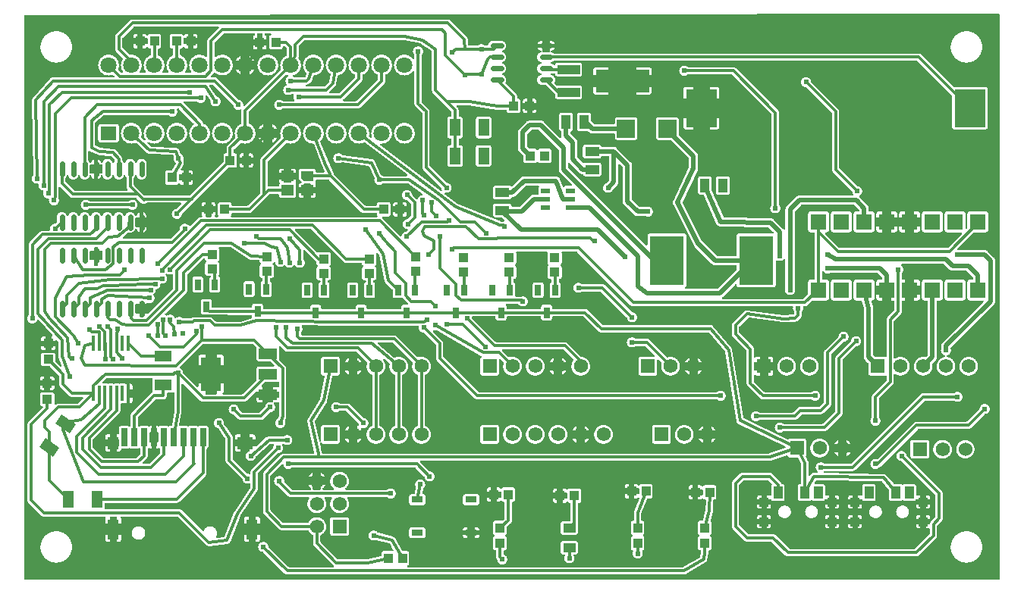
<source format=gtl>
G04 Layer: TopLayer*
G04 EasyEDA v6.3.53, 2020-07-07T17:09:39+02:00*
G04 a5cadded52d348ca89a3f83f906f7d41,10*
G04 Gerber Generator version 0.2*
G04 Scale: 100 percent, Rotated: No, Reflected: No *
G04 Dimensions in millimeters *
G04 leading zeros omitted , absolute positions ,3 integer and 3 decimal *
%FSLAX33Y33*%
%MOMM*%
G90*
G71D02*

%ADD11C,0.524993*%
%ADD12C,0.299999*%
%ADD13C,0.599999*%
%ADD14C,0.610006*%
%ADD15R,1.999996X1.999996*%
%ADD16R,1.270000X2.286000*%
%ADD17R,1.778000X1.397000*%
%ADD18R,1.270000X1.397000*%
%ADD19R,0.700024X1.999996*%
%ADD20R,0.990600X1.092200*%
%ADD21R,1.550010X0.999998*%
%ADD22R,0.999998X1.550010*%
%ADD23R,1.199998X1.899996*%
%ADD24R,1.399997X0.999998*%
%ADD25R,1.399997X1.150010*%
%ADD26R,1.299997X0.699999*%
%ADD27R,3.850005X5.499989*%
%ADD28R,1.899996X1.199998*%
%ADD29R,0.699999X1.250010*%
%ADD30R,0.999998X1.099998*%
%ADD31R,1.099998X0.999998*%
%ADD32R,0.399999X1.699997*%
%ADD33R,3.499993X4.199992*%
%ADD34R,0.999998X0.550012*%
%ADD35R,0.999998X0.999998*%
%ADD36R,0.999998X1.399997*%
%ADD37R,2.499995X0.999998*%
%ADD38R,5.999988X2.499995*%
%ADD39R,2.299995X3.799992*%
%ADD40R,1.999996X1.199998*%
%ADD41C,1.799996*%
%ADD42R,1.799996X1.524000*%
%ADD43C,1.574800*%
%ADD44R,1.574800X1.574800*%
%ADD45R,1.799996X1.799996*%
%ADD46C,1.524000*%

%LPD*%
G36*
G01X109003Y63496D02*
G01X108988Y63497D01*
G01X358Y63370D01*
G01X343Y63369D01*
G01X329Y63366D01*
G01X315Y63361D01*
G01X303Y63354D01*
G01X291Y63346D01*
G01X281Y63335D01*
G01X272Y63324D01*
G01X265Y63311D01*
G01X260Y63297D01*
G01X257Y63283D01*
G01X256Y63269D01*
G01X256Y358D01*
G01X257Y343D01*
G01X260Y329D01*
G01X265Y315D01*
G01X272Y303D01*
G01X281Y291D01*
G01X291Y281D01*
G01X303Y272D01*
G01X315Y265D01*
G01X329Y260D01*
G01X343Y257D01*
G01X358Y256D01*
G01X108988Y256D01*
G01X109003Y257D01*
G01X109017Y260D01*
G01X109031Y265D01*
G01X109043Y272D01*
G01X109055Y281D01*
G01X109065Y291D01*
G01X109074Y303D01*
G01X109081Y315D01*
G01X109086Y329D01*
G01X109089Y343D01*
G01X109090Y358D01*
G01X109090Y63395D01*
G01X109089Y63409D01*
G01X109086Y63424D01*
G01X109081Y63437D01*
G01X109074Y63450D01*
G01X109065Y63461D01*
G01X109055Y63472D01*
G01X109043Y63480D01*
G01X109031Y63487D01*
G01X109017Y63492D01*
G01X109003Y63496D01*
G37*

%LPC*%
G36*
G01X44229Y59869D02*
G01X44196Y59870D01*
G01X44162Y59869D01*
G01X44128Y59866D01*
G01X44094Y59861D01*
G01X44061Y59854D01*
G01X44028Y59845D01*
G01X43996Y59834D01*
G01X43965Y59821D01*
G01X43935Y59806D01*
G01X43905Y59789D01*
G01X43877Y59771D01*
G01X43849Y59751D01*
G01X43823Y59729D01*
G01X43798Y59706D01*
G01X43775Y59681D01*
G01X43753Y59655D01*
G01X43733Y59627D01*
G01X43715Y59599D01*
G01X43698Y59569D01*
G01X43683Y59539D01*
G01X43670Y59508D01*
G01X43659Y59476D01*
G01X43650Y59443D01*
G01X43643Y59410D01*
G01X43638Y59376D01*
G01X43635Y59342D01*
G01X43634Y59309D01*
G01X43635Y59273D01*
G01X43638Y59237D01*
G01X43644Y59202D01*
G01X43652Y59168D01*
G01X43662Y59133D01*
G01X43674Y59100D01*
G01X43688Y59067D01*
G01X43705Y59036D01*
G01X43723Y59005D01*
G01X43743Y58976D01*
G01X43765Y58948D01*
G01X43775Y58933D01*
G01X43783Y58917D01*
G01X43787Y58900D01*
G01X43789Y58882D01*
G01X43789Y58527D01*
G01X43788Y58512D01*
G01X43785Y58498D01*
G01X43780Y58485D01*
G01X43773Y58472D01*
G01X43764Y58460D01*
G01X43754Y58450D01*
G01X43742Y58441D01*
G01X43730Y58434D01*
G01X43716Y58429D01*
G01X43702Y58426D01*
G01X43687Y58425D01*
G01X43672Y58426D01*
G01X43656Y58430D01*
G01X43641Y58436D01*
G01X43628Y58444D01*
G01X43616Y58455D01*
G01X43605Y58467D01*
G01X43575Y58506D01*
G01X43544Y58544D01*
G01X43510Y58581D01*
G01X43476Y58616D01*
G01X43439Y58649D01*
G01X43402Y58681D01*
G01X43363Y58712D01*
G01X43323Y58740D01*
G01X43281Y58767D01*
G01X43239Y58792D01*
G01X43195Y58816D01*
G01X43151Y58837D01*
G01X43105Y58857D01*
G01X43059Y58874D01*
G01X43012Y58890D01*
G01X42965Y58903D01*
G01X42917Y58915D01*
G01X42868Y58924D01*
G01X42819Y58932D01*
G01X42770Y58937D01*
G01X42721Y58940D01*
G01X42672Y58941D01*
G01X42622Y58940D01*
G01X42573Y58937D01*
G01X42525Y58932D01*
G01X42476Y58924D01*
G01X42428Y58915D01*
G01X42380Y58904D01*
G01X42333Y58890D01*
G01X42286Y58875D01*
G01X42240Y58858D01*
G01X42195Y58838D01*
G01X42151Y58817D01*
G01X42107Y58794D01*
G01X42065Y58769D01*
G01X42024Y58743D01*
G01X41984Y58714D01*
G01X41945Y58684D01*
G01X41907Y58653D01*
G01X41871Y58619D01*
G01X41837Y58585D01*
G01X41803Y58549D01*
G01X41772Y58511D01*
G01X41742Y58472D01*
G01X41713Y58432D01*
G01X41687Y58391D01*
G01X41662Y58349D01*
G01X41639Y58305D01*
G01X41618Y58261D01*
G01X41598Y58216D01*
G01X41581Y58170D01*
G01X41566Y58123D01*
G01X41552Y58076D01*
G01X41541Y58028D01*
G01X41532Y57980D01*
G01X41524Y57931D01*
G01X41519Y57883D01*
G01X41516Y57834D01*
G01X41515Y57785D01*
G01X41516Y57735D01*
G01X41519Y57686D01*
G01X41524Y57638D01*
G01X41532Y57589D01*
G01X41541Y57541D01*
G01X41552Y57493D01*
G01X41566Y57446D01*
G01X41581Y57399D01*
G01X41598Y57353D01*
G01X41618Y57308D01*
G01X41639Y57264D01*
G01X41662Y57220D01*
G01X41687Y57178D01*
G01X41713Y57137D01*
G01X41742Y57097D01*
G01X41772Y57058D01*
G01X41803Y57020D01*
G01X41837Y56984D01*
G01X41871Y56950D01*
G01X41907Y56916D01*
G01X41945Y56885D01*
G01X41984Y56855D01*
G01X42024Y56826D01*
G01X42065Y56800D01*
G01X42107Y56775D01*
G01X42151Y56752D01*
G01X42195Y56731D01*
G01X42240Y56711D01*
G01X42286Y56694D01*
G01X42333Y56679D01*
G01X42380Y56665D01*
G01X42428Y56654D01*
G01X42476Y56645D01*
G01X42525Y56637D01*
G01X42573Y56632D01*
G01X42622Y56629D01*
G01X42672Y56628D01*
G01X42721Y56629D01*
G01X42770Y56632D01*
G01X42819Y56637D01*
G01X42868Y56645D01*
G01X42917Y56654D01*
G01X42965Y56666D01*
G01X43012Y56679D01*
G01X43059Y56695D01*
G01X43105Y56712D01*
G01X43151Y56732D01*
G01X43195Y56753D01*
G01X43239Y56777D01*
G01X43281Y56802D01*
G01X43323Y56829D01*
G01X43363Y56857D01*
G01X43402Y56888D01*
G01X43439Y56920D01*
G01X43476Y56953D01*
G01X43510Y56988D01*
G01X43544Y57025D01*
G01X43575Y57063D01*
G01X43605Y57102D01*
G01X43616Y57114D01*
G01X43628Y57125D01*
G01X43641Y57133D01*
G01X43656Y57139D01*
G01X43672Y57143D01*
G01X43687Y57144D01*
G01X43702Y57143D01*
G01X43716Y57140D01*
G01X43730Y57135D01*
G01X43742Y57128D01*
G01X43754Y57119D01*
G01X43764Y57109D01*
G01X43773Y57097D01*
G01X43780Y57084D01*
G01X43785Y57071D01*
G01X43788Y57057D01*
G01X43789Y57042D01*
G01X43789Y53467D01*
G01X43790Y53437D01*
G01X43793Y53409D01*
G01X43798Y53380D01*
G01X43805Y53352D01*
G01X43815Y53324D01*
G01X43826Y53298D01*
G01X43839Y53272D01*
G01X43853Y53247D01*
G01X43870Y53223D01*
G01X43888Y53200D01*
G01X43908Y53179D01*
G01X44648Y52439D01*
G01X44659Y52427D01*
G01X44667Y52413D01*
G01X44673Y52398D01*
G01X44677Y52383D01*
G01X44678Y52367D01*
G01X44678Y46355D01*
G01X44679Y46325D01*
G01X44682Y46297D01*
G01X44687Y46268D01*
G01X44694Y46240D01*
G01X44704Y46212D01*
G01X44715Y46186D01*
G01X44728Y46160D01*
G01X44742Y46135D01*
G01X44759Y46111D01*
G01X44777Y46088D01*
G01X44797Y46067D01*
G01X46782Y44082D01*
G01X46793Y44069D01*
G01X46802Y44053D01*
G01X46808Y44037D01*
G01X46811Y44019D01*
G01X46816Y43980D01*
G01X46824Y43941D01*
G01X46834Y43902D01*
G01X46847Y43864D01*
G01X46863Y43828D01*
G01X46869Y43814D01*
G01X46872Y43799D01*
G01X46873Y43784D01*
G01X46872Y43770D01*
G01X46869Y43756D01*
G01X46864Y43742D01*
G01X46857Y43729D01*
G01X46848Y43718D01*
G01X46838Y43708D01*
G01X46826Y43699D01*
G01X46814Y43692D01*
G01X46800Y43687D01*
G01X46786Y43684D01*
G01X46771Y43683D01*
G01X46755Y43684D01*
G01X46739Y43688D01*
G01X46724Y43695D01*
G01X46710Y43704D01*
G01X40010Y48827D01*
G01X39998Y48837D01*
G01X39988Y48849D01*
G01X39980Y48863D01*
G01X39975Y48877D01*
G01X39971Y48892D01*
G01X39970Y48908D01*
G01X39971Y48922D01*
G01X39974Y48936D01*
G01X39979Y48950D01*
G01X39986Y48963D01*
G01X39995Y48974D01*
G01X40005Y48985D01*
G01X40016Y48993D01*
G01X40029Y49000D01*
G01X40043Y49005D01*
G01X40057Y49008D01*
G01X40071Y49009D01*
G01X40076Y49009D01*
G01X40132Y49008D01*
G01X40181Y49009D01*
G01X40230Y49012D01*
G01X40278Y49017D01*
G01X40327Y49025D01*
G01X40375Y49034D01*
G01X40423Y49045D01*
G01X40470Y49059D01*
G01X40517Y49074D01*
G01X40563Y49091D01*
G01X40608Y49111D01*
G01X40652Y49132D01*
G01X40696Y49155D01*
G01X40738Y49180D01*
G01X40779Y49206D01*
G01X40819Y49235D01*
G01X40858Y49265D01*
G01X40896Y49296D01*
G01X40932Y49330D01*
G01X40966Y49364D01*
G01X41000Y49400D01*
G01X41031Y49438D01*
G01X41061Y49477D01*
G01X41090Y49517D01*
G01X41116Y49558D01*
G01X41141Y49600D01*
G01X41164Y49644D01*
G01X41185Y49688D01*
G01X41205Y49733D01*
G01X41222Y49779D01*
G01X41237Y49826D01*
G01X41251Y49873D01*
G01X41262Y49921D01*
G01X41271Y49969D01*
G01X41279Y50018D01*
G01X41284Y50066D01*
G01X41287Y50115D01*
G01X41288Y50165D01*
G01X41287Y50214D01*
G01X41284Y50263D01*
G01X41279Y50311D01*
G01X41271Y50360D01*
G01X41262Y50408D01*
G01X41251Y50456D01*
G01X41237Y50503D01*
G01X41222Y50550D01*
G01X41205Y50596D01*
G01X41185Y50641D01*
G01X41164Y50685D01*
G01X41141Y50729D01*
G01X41116Y50771D01*
G01X41090Y50812D01*
G01X41061Y50852D01*
G01X41031Y50891D01*
G01X41000Y50929D01*
G01X40966Y50965D01*
G01X40932Y50999D01*
G01X40896Y51033D01*
G01X40858Y51064D01*
G01X40819Y51094D01*
G01X40779Y51123D01*
G01X40738Y51149D01*
G01X40696Y51174D01*
G01X40652Y51197D01*
G01X40608Y51218D01*
G01X40563Y51238D01*
G01X40517Y51255D01*
G01X40470Y51270D01*
G01X40423Y51284D01*
G01X40375Y51295D01*
G01X40327Y51304D01*
G01X40278Y51312D01*
G01X40230Y51317D01*
G01X40181Y51320D01*
G01X40132Y51321D01*
G01X40082Y51320D01*
G01X40033Y51317D01*
G01X39985Y51312D01*
G01X39936Y51304D01*
G01X39888Y51295D01*
G01X39840Y51284D01*
G01X39793Y51270D01*
G01X39746Y51255D01*
G01X39700Y51238D01*
G01X39655Y51218D01*
G01X39611Y51197D01*
G01X39567Y51174D01*
G01X39525Y51149D01*
G01X39484Y51123D01*
G01X39444Y51094D01*
G01X39405Y51064D01*
G01X39367Y51033D01*
G01X39331Y50999D01*
G01X39297Y50965D01*
G01X39263Y50929D01*
G01X39232Y50891D01*
G01X39202Y50852D01*
G01X39173Y50812D01*
G01X39147Y50771D01*
G01X39122Y50729D01*
G01X39099Y50685D01*
G01X39078Y50641D01*
G01X39058Y50596D01*
G01X39041Y50550D01*
G01X39026Y50503D01*
G01X39012Y50456D01*
G01X39001Y50408D01*
G01X38992Y50360D01*
G01X38984Y50311D01*
G01X38979Y50263D01*
G01X38976Y50214D01*
G01X38975Y50165D01*
G01X38976Y50113D01*
G01X38980Y50061D01*
G01X38985Y50010D01*
G01X38993Y49959D01*
G01X39004Y49908D01*
G01X39016Y49858D01*
G01X39031Y49808D01*
G01X39035Y49793D01*
G01X39036Y49777D01*
G01X39035Y49763D01*
G01X39032Y49749D01*
G01X39027Y49735D01*
G01X39020Y49722D01*
G01X39011Y49711D01*
G01X39001Y49700D01*
G01X38989Y49692D01*
G01X38977Y49685D01*
G01X38963Y49680D01*
G01X38949Y49677D01*
G01X38934Y49676D01*
G01X38918Y49677D01*
G01X38902Y49681D01*
G01X38887Y49688D01*
G01X38873Y49697D01*
G01X38753Y49788D01*
G01X38741Y49799D01*
G01X38731Y49811D01*
G01X38723Y49824D01*
G01X38718Y49838D01*
G01X38714Y49854D01*
G01X38713Y49869D01*
G01X38716Y49893D01*
G01X38727Y49946D01*
G01X38736Y50001D01*
G01X38743Y50055D01*
G01X38747Y50110D01*
G01X38748Y50165D01*
G01X38747Y50214D01*
G01X38744Y50263D01*
G01X38739Y50311D01*
G01X38731Y50360D01*
G01X38722Y50408D01*
G01X38711Y50456D01*
G01X38697Y50503D01*
G01X38682Y50550D01*
G01X38665Y50596D01*
G01X38645Y50641D01*
G01X38624Y50685D01*
G01X38601Y50729D01*
G01X38576Y50771D01*
G01X38550Y50812D01*
G01X38521Y50852D01*
G01X38491Y50891D01*
G01X38460Y50929D01*
G01X38426Y50965D01*
G01X38392Y50999D01*
G01X38356Y51033D01*
G01X38318Y51064D01*
G01X38279Y51094D01*
G01X38239Y51123D01*
G01X38198Y51149D01*
G01X38156Y51174D01*
G01X38112Y51197D01*
G01X38068Y51218D01*
G01X38023Y51238D01*
G01X37977Y51255D01*
G01X37930Y51270D01*
G01X37883Y51284D01*
G01X37835Y51295D01*
G01X37787Y51304D01*
G01X37738Y51312D01*
G01X37690Y51317D01*
G01X37641Y51320D01*
G01X37592Y51321D01*
G01X37542Y51320D01*
G01X37493Y51317D01*
G01X37445Y51312D01*
G01X37396Y51304D01*
G01X37348Y51295D01*
G01X37300Y51284D01*
G01X37253Y51270D01*
G01X37206Y51255D01*
G01X37160Y51238D01*
G01X37115Y51218D01*
G01X37071Y51197D01*
G01X37027Y51174D01*
G01X36985Y51149D01*
G01X36944Y51123D01*
G01X36904Y51094D01*
G01X36865Y51064D01*
G01X36827Y51033D01*
G01X36791Y50999D01*
G01X36757Y50965D01*
G01X36723Y50929D01*
G01X36692Y50891D01*
G01X36662Y50852D01*
G01X36633Y50812D01*
G01X36607Y50771D01*
G01X36582Y50729D01*
G01X36559Y50685D01*
G01X36538Y50641D01*
G01X36518Y50596D01*
G01X36501Y50550D01*
G01X36486Y50503D01*
G01X36472Y50456D01*
G01X36461Y50408D01*
G01X36452Y50360D01*
G01X36444Y50311D01*
G01X36439Y50263D01*
G01X36436Y50214D01*
G01X36435Y50165D01*
G01X36436Y50115D01*
G01X36439Y50066D01*
G01X36444Y50018D01*
G01X36452Y49969D01*
G01X36461Y49921D01*
G01X36472Y49873D01*
G01X36486Y49826D01*
G01X36501Y49779D01*
G01X36518Y49733D01*
G01X36538Y49688D01*
G01X36559Y49644D01*
G01X36582Y49600D01*
G01X36607Y49558D01*
G01X36633Y49517D01*
G01X36662Y49477D01*
G01X36692Y49438D01*
G01X36723Y49400D01*
G01X36757Y49364D01*
G01X36791Y49330D01*
G01X36827Y49296D01*
G01X36865Y49265D01*
G01X36904Y49235D01*
G01X36944Y49206D01*
G01X36985Y49180D01*
G01X37027Y49155D01*
G01X37071Y49132D01*
G01X37115Y49111D01*
G01X37160Y49091D01*
G01X37206Y49074D01*
G01X37253Y49059D01*
G01X37300Y49045D01*
G01X37348Y49034D01*
G01X37396Y49025D01*
G01X37445Y49017D01*
G01X37493Y49012D01*
G01X37542Y49009D01*
G01X37592Y49008D01*
G01X37644Y49009D01*
G01X37697Y49013D01*
G01X37749Y49019D01*
G01X37802Y49027D01*
G01X37853Y49038D01*
G01X37904Y49051D01*
G01X37955Y49067D01*
G01X38005Y49084D01*
G01X38053Y49104D01*
G01X38101Y49126D01*
G01X38148Y49151D01*
G01X38164Y49158D01*
G01X38180Y49162D01*
G01X38197Y49163D01*
G01X38214Y49162D01*
G01X38230Y49158D01*
G01X38245Y49151D01*
G01X38259Y49142D01*
G01X42961Y45546D01*
G01X42973Y45536D01*
G01X42983Y45524D01*
G01X42991Y45511D01*
G01X42997Y45496D01*
G01X43000Y45481D01*
G01X43001Y45466D01*
G01X43000Y45451D01*
G01X42997Y45437D01*
G01X42992Y45423D01*
G01X42985Y45411D01*
G01X42976Y45399D01*
G01X42966Y45389D01*
G01X42955Y45380D01*
G01X42942Y45373D01*
G01X42928Y45368D01*
G01X42914Y45365D01*
G01X42900Y45364D01*
G01X40304Y45364D01*
G01X40286Y45366D01*
G01X40269Y45370D01*
G01X40253Y45378D01*
G01X40238Y45388D01*
G01X40209Y45410D01*
G01X40179Y45431D01*
G01X40148Y45450D01*
G01X40115Y45466D01*
G01X40099Y45475D01*
G01X40086Y45487D01*
G01X40075Y45500D01*
G01X40066Y45516D01*
G01X39357Y47034D01*
G01X39344Y47060D01*
G01X39329Y47085D01*
G01X39312Y47109D01*
G01X39294Y47131D01*
G01X39274Y47152D01*
G01X39253Y47172D01*
G01X39230Y47190D01*
G01X39206Y47206D01*
G01X39181Y47221D01*
G01X39155Y47233D01*
G01X39128Y47244D01*
G01X39101Y47253D01*
G01X39073Y47260D01*
G01X39044Y47265D01*
G01X35783Y47715D01*
G01X35766Y47719D01*
G01X35750Y47726D01*
G01X35735Y47735D01*
G01X35722Y47747D01*
G01X35697Y47773D01*
G01X35670Y47798D01*
G01X35642Y47820D01*
G01X35612Y47841D01*
G01X35581Y47860D01*
G01X35550Y47876D01*
G01X35517Y47891D01*
G01X35483Y47903D01*
G01X35448Y47914D01*
G01X35413Y47922D01*
G01X35377Y47927D01*
G01X35342Y47931D01*
G01X35306Y47932D01*
G01X35272Y47931D01*
G01X35238Y47928D01*
G01X35204Y47923D01*
G01X35171Y47916D01*
G01X35138Y47907D01*
G01X35106Y47896D01*
G01X35075Y47883D01*
G01X35045Y47868D01*
G01X35015Y47851D01*
G01X34987Y47833D01*
G01X34959Y47813D01*
G01X34933Y47791D01*
G01X34908Y47768D01*
G01X34885Y47743D01*
G01X34863Y47717D01*
G01X34843Y47689D01*
G01X34825Y47661D01*
G01X34808Y47631D01*
G01X34793Y47601D01*
G01X34780Y47570D01*
G01X34769Y47538D01*
G01X34760Y47505D01*
G01X34753Y47472D01*
G01X34748Y47438D01*
G01X34745Y47404D01*
G01X34744Y47371D01*
G01X34745Y47337D01*
G01X34748Y47303D01*
G01X34753Y47269D01*
G01X34760Y47236D01*
G01X34769Y47203D01*
G01X34780Y47171D01*
G01X34793Y47140D01*
G01X34808Y47110D01*
G01X34825Y47080D01*
G01X34843Y47052D01*
G01X34863Y47024D01*
G01X34885Y46998D01*
G01X34908Y46973D01*
G01X34933Y46950D01*
G01X34959Y46928D01*
G01X34987Y46908D01*
G01X35015Y46890D01*
G01X35045Y46873D01*
G01X35075Y46858D01*
G01X35106Y46845D01*
G01X35138Y46834D01*
G01X35171Y46825D01*
G01X35204Y46818D01*
G01X35238Y46813D01*
G01X35272Y46810D01*
G01X35306Y46809D01*
G01X35340Y46810D01*
G01X35375Y46813D01*
G01X35410Y46819D01*
G01X35444Y46826D01*
G01X35478Y46836D01*
G01X35511Y46848D01*
G01X35543Y46862D01*
G01X35574Y46877D01*
G01X35604Y46895D01*
G01X35621Y46903D01*
G01X35639Y46909D01*
G01X35658Y46911D01*
G01X35672Y46910D01*
G01X38659Y46498D01*
G01X38673Y46495D01*
G01X38687Y46490D01*
G01X38699Y46483D01*
G01X38711Y46474D01*
G01X38721Y46464D01*
G01X38730Y46453D01*
G01X38737Y46440D01*
G01X39329Y45172D01*
G01X39334Y45158D01*
G01X39337Y45143D01*
G01X39338Y45129D01*
G01X39335Y45103D01*
G01X39335Y45102D01*
G01X39327Y45067D01*
G01X39321Y45031D01*
G01X39317Y44994D01*
G01X39316Y44958D01*
G01X39317Y44924D01*
G01X39320Y44890D01*
G01X39325Y44856D01*
G01X39332Y44823D01*
G01X39341Y44790D01*
G01X39352Y44758D01*
G01X39365Y44727D01*
G01X39380Y44697D01*
G01X39397Y44667D01*
G01X39415Y44639D01*
G01X39435Y44611D01*
G01X39457Y44585D01*
G01X39480Y44560D01*
G01X39505Y44537D01*
G01X39531Y44515D01*
G01X39559Y44495D01*
G01X39587Y44477D01*
G01X39617Y44460D01*
G01X39647Y44445D01*
G01X39678Y44432D01*
G01X39710Y44421D01*
G01X39743Y44412D01*
G01X39776Y44405D01*
G01X39810Y44400D01*
G01X39844Y44397D01*
G01X39878Y44396D01*
G01X39913Y44397D01*
G01X39949Y44400D01*
G01X39984Y44406D01*
G01X40018Y44414D01*
G01X40053Y44424D01*
G01X40086Y44436D01*
G01X40119Y44450D01*
G01X40150Y44467D01*
G01X40181Y44485D01*
G01X40210Y44505D01*
G01X40238Y44527D01*
G01X40253Y44537D01*
G01X40269Y44545D01*
G01X40286Y44549D01*
G01X40304Y44551D01*
G01X43021Y44551D01*
G01X43036Y44550D01*
G01X43051Y44546D01*
G01X43065Y44541D01*
G01X43079Y44533D01*
G01X44694Y43415D01*
G01X44706Y43404D01*
G01X44717Y43392D01*
G01X44726Y43378D01*
G01X44732Y43363D01*
G01X44736Y43347D01*
G01X44738Y43331D01*
G01X44736Y43316D01*
G01X44733Y43302D01*
G01X44728Y43288D01*
G01X44720Y43275D01*
G01X44711Y43263D01*
G01X44701Y43253D01*
G01X44688Y43244D01*
G01X44675Y43237D01*
G01X44661Y43233D01*
G01X44646Y43230D01*
G01X44612Y43226D01*
G01X44579Y43219D01*
G01X44546Y43211D01*
G01X44514Y43200D01*
G01X44482Y43188D01*
G01X44451Y43173D01*
G01X44421Y43157D01*
G01X44392Y43139D01*
G01X44364Y43119D01*
G01X44338Y43098D01*
G01X44313Y43075D01*
G01X44289Y43050D01*
G01X44267Y43025D01*
G01X44246Y42997D01*
G01X44227Y42969D01*
G01X44210Y42940D01*
G01X44195Y42909D01*
G01X44181Y42878D01*
G01X44170Y42846D01*
G01X44164Y42831D01*
G01X44155Y42818D01*
G01X44145Y42806D01*
G01X44133Y42795D01*
G01X44119Y42787D01*
G01X44105Y42781D01*
G01X44089Y42777D01*
G01X44073Y42776D01*
G01X44057Y42777D01*
G01X44042Y42781D01*
G01X44027Y42787D01*
G01X44013Y42795D01*
G01X44001Y42806D01*
G01X43564Y43243D01*
G01X43553Y43256D01*
G01X43544Y43272D01*
G01X43538Y43288D01*
G01X43535Y43306D01*
G01X43531Y43340D01*
G01X43524Y43374D01*
G01X43516Y43408D01*
G01X43506Y43441D01*
G01X43493Y43474D01*
G01X43479Y43505D01*
G01X43463Y43536D01*
G01X43444Y43565D01*
G01X43424Y43594D01*
G01X43403Y43621D01*
G01X43379Y43647D01*
G01X43355Y43671D01*
G01X43328Y43693D01*
G01X43301Y43714D01*
G01X43272Y43734D01*
G01X43242Y43751D01*
G01X43211Y43767D01*
G01X43179Y43780D01*
G01X43146Y43792D01*
G01X43113Y43801D01*
G01X43079Y43809D01*
G01X43045Y43814D01*
G01X43010Y43817D01*
G01X42975Y43818D01*
G01X42941Y43817D01*
G01X42908Y43814D01*
G01X42874Y43809D01*
G01X42841Y43802D01*
G01X42808Y43793D01*
G01X42776Y43782D01*
G01X42745Y43769D01*
G01X42714Y43754D01*
G01X42685Y43737D01*
G01X42656Y43719D01*
G01X42629Y43699D01*
G01X42603Y43677D01*
G01X42578Y43654D01*
G01X42555Y43629D01*
G01X42533Y43603D01*
G01X42513Y43576D01*
G01X42495Y43547D01*
G01X42478Y43518D01*
G01X42463Y43487D01*
G01X42450Y43456D01*
G01X42439Y43424D01*
G01X42430Y43391D01*
G01X42423Y43358D01*
G01X42418Y43324D01*
G01X42415Y43291D01*
G01X42414Y43257D01*
G01X42415Y43222D01*
G01X42418Y43187D01*
G01X42423Y43153D01*
G01X42431Y43119D01*
G01X42440Y43086D01*
G01X42452Y43053D01*
G01X42465Y43021D01*
G01X42481Y42990D01*
G01X42498Y42960D01*
G01X42518Y42931D01*
G01X42539Y42904D01*
G01X42561Y42877D01*
G01X42585Y42853D01*
G01X42611Y42829D01*
G01X42638Y42808D01*
G01X42667Y42788D01*
G01X42696Y42769D01*
G01X42727Y42753D01*
G01X42758Y42739D01*
G01X42791Y42726D01*
G01X42824Y42716D01*
G01X42858Y42708D01*
G01X42892Y42701D01*
G01X42926Y42697D01*
G01X42944Y42694D01*
G01X42960Y42688D01*
G01X42976Y42679D01*
G01X42989Y42668D01*
G01X43378Y42279D01*
G01X43389Y42267D01*
G01X43397Y42253D01*
G01X43403Y42238D01*
G01X43407Y42223D01*
G01X43408Y42207D01*
G01X43408Y40977D01*
G01X43407Y40961D01*
G01X43403Y40946D01*
G01X43397Y40931D01*
G01X43389Y40917D01*
G01X43378Y40905D01*
G01X43066Y40593D01*
G01X43053Y40582D01*
G01X43037Y40573D01*
G01X43021Y40567D01*
G01X43003Y40564D01*
G01X42969Y40560D01*
G01X42935Y40554D01*
G01X42901Y40545D01*
G01X42868Y40535D01*
G01X42836Y40522D01*
G01X42804Y40508D01*
G01X42773Y40492D01*
G01X42744Y40474D01*
G01X42715Y40454D01*
G01X42688Y40432D01*
G01X42663Y40409D01*
G01X42638Y40384D01*
G01X42616Y40358D01*
G01X42595Y40330D01*
G01X42576Y40301D01*
G01X42558Y40271D01*
G01X42543Y40240D01*
G01X42529Y40208D01*
G01X42518Y40175D01*
G01X42508Y40142D01*
G01X42501Y40108D01*
G01X42495Y40074D01*
G01X42492Y40039D01*
G01X42491Y40005D01*
G01X42492Y39970D01*
G01X42495Y39936D01*
G01X42500Y39902D01*
G01X42508Y39868D01*
G01X42517Y39835D01*
G01X42529Y39802D01*
G01X42542Y39770D01*
G01X42558Y39739D01*
G01X42575Y39709D01*
G01X42594Y39681D01*
G01X42615Y39653D01*
G01X42637Y39627D01*
G01X42661Y39602D01*
G01X42686Y39579D01*
G01X42713Y39557D01*
G01X42741Y39537D01*
G01X42771Y39519D01*
G01X42801Y39502D01*
G01X42832Y39488D01*
G01X42865Y39475D01*
G01X42897Y39465D01*
G01X42931Y39456D01*
G01X42965Y39450D01*
G01X42979Y39447D01*
G01X42992Y39441D01*
G01X43005Y39434D01*
G01X43016Y39426D01*
G01X43026Y39415D01*
G01X43035Y39404D01*
G01X43041Y39391D01*
G01X43046Y39378D01*
G01X43049Y39364D01*
G01X43050Y39350D01*
G01X43049Y39334D01*
G01X43046Y39318D01*
G01X43039Y39303D01*
G01X43031Y39290D01*
G01X43021Y39278D01*
G01X42939Y39196D01*
G01X42926Y39185D01*
G01X42910Y39176D01*
G01X42894Y39170D01*
G01X42876Y39167D01*
G01X42842Y39163D01*
G01X42809Y39157D01*
G01X42776Y39149D01*
G01X42743Y39139D01*
G01X42711Y39127D01*
G01X42680Y39113D01*
G01X42650Y39097D01*
G01X42621Y39079D01*
G01X42592Y39060D01*
G01X42566Y39039D01*
G01X42540Y39016D01*
G01X42516Y38992D01*
G01X42493Y38966D01*
G01X42472Y38939D01*
G01X42453Y38911D01*
G01X42435Y38882D01*
G01X42420Y38851D01*
G01X42406Y38820D01*
G01X42394Y38788D01*
G01X42384Y38756D01*
G01X42376Y38722D01*
G01X42372Y38708D01*
G01X42365Y38694D01*
G01X42357Y38681D01*
G01X42346Y38670D01*
G01X42334Y38660D01*
G01X42321Y38652D01*
G01X42307Y38646D01*
G01X42292Y38643D01*
G01X42276Y38642D01*
G01X42261Y38643D01*
G01X42245Y38647D01*
G01X42230Y38653D01*
G01X42217Y38661D01*
G01X42205Y38671D01*
G01X40201Y40675D01*
G01X40190Y40687D01*
G01X40182Y40701D01*
G01X40176Y40716D01*
G01X40172Y40731D01*
G01X40171Y40747D01*
G01X40172Y40762D01*
G01X40175Y40776D01*
G01X40180Y40790D01*
G01X40187Y40802D01*
G01X40196Y40814D01*
G01X40206Y40824D01*
G01X40217Y40833D01*
G01X40230Y40840D01*
G01X40244Y40845D01*
G01X40258Y40848D01*
G01X40272Y40849D01*
G01X40874Y40849D01*
G01X40898Y40850D01*
G01X40922Y40853D01*
G01X40945Y40859D01*
G01X40967Y40866D01*
G01X40989Y40876D01*
G01X41009Y40887D01*
G01X41029Y40901D01*
G01X41047Y40916D01*
G01X41064Y40933D01*
G01X41079Y40951D01*
G01X41092Y40970D01*
G01X41104Y40991D01*
G01X41114Y41013D01*
G01X41121Y41035D01*
G01X41127Y41058D01*
G01X41130Y41082D01*
G01X41131Y41105D01*
G01X41131Y42206D01*
G01X41130Y42229D01*
G01X41127Y42253D01*
G01X41121Y42276D01*
G01X41114Y42298D01*
G01X41104Y42320D01*
G01X41092Y42341D01*
G01X41079Y42360D01*
G01X41064Y42378D01*
G01X41047Y42395D01*
G01X41029Y42410D01*
G01X41009Y42424D01*
G01X40989Y42435D01*
G01X40967Y42445D01*
G01X40945Y42452D01*
G01X40922Y42458D01*
G01X40898Y42461D01*
G01X40874Y42462D01*
G01X39874Y42462D01*
G01X39851Y42461D01*
G01X39827Y42458D01*
G01X39804Y42452D01*
G01X39782Y42445D01*
G01X39760Y42435D01*
G01X39739Y42424D01*
G01X39720Y42410D01*
G01X39702Y42395D01*
G01X39685Y42378D01*
G01X39670Y42360D01*
G01X39656Y42341D01*
G01X39645Y42320D01*
G01X39635Y42298D01*
G01X39628Y42276D01*
G01X39622Y42253D01*
G01X39619Y42229D01*
G01X39618Y42206D01*
G01X39618Y42164D01*
G01X39617Y42149D01*
G01X39614Y42135D01*
G01X39609Y42121D01*
G01X39602Y42109D01*
G01X39593Y42097D01*
G01X39583Y42087D01*
G01X39571Y42078D01*
G01X39558Y42071D01*
G01X39545Y42066D01*
G01X39531Y42063D01*
G01X39516Y42062D01*
G01X38361Y42062D01*
G01X38345Y42063D01*
G01X38330Y42067D01*
G01X38315Y42073D01*
G01X38301Y42081D01*
G01X38289Y42092D01*
G01X34785Y45596D01*
G01X34773Y45611D01*
G01X34764Y45627D01*
G01X34159Y47015D01*
G01X34157Y47019D01*
G01X33304Y49236D01*
G01X33299Y49254D01*
G01X33297Y49273D01*
G01X33299Y49289D01*
G01X33302Y49304D01*
G01X33308Y49319D01*
G01X33317Y49333D01*
G01X33327Y49345D01*
G01X33362Y49381D01*
G01X33396Y49419D01*
G01X33428Y49459D01*
G01X33458Y49499D01*
G01X33486Y49541D01*
G01X33512Y49585D01*
G01X33537Y49629D01*
G01X33559Y49674D01*
G01X33579Y49721D01*
G01X33598Y49768D01*
G01X33614Y49816D01*
G01X33628Y49864D01*
G01X33640Y49913D01*
G01X33650Y49963D01*
G01X33658Y50013D01*
G01X33664Y50063D01*
G01X33667Y50114D01*
G01X33668Y50165D01*
G01X33667Y50214D01*
G01X33664Y50263D01*
G01X33659Y50311D01*
G01X33651Y50360D01*
G01X33642Y50408D01*
G01X33631Y50456D01*
G01X33617Y50503D01*
G01X33602Y50550D01*
G01X33585Y50596D01*
G01X33565Y50641D01*
G01X33544Y50685D01*
G01X33521Y50729D01*
G01X33496Y50771D01*
G01X33470Y50812D01*
G01X33441Y50852D01*
G01X33411Y50891D01*
G01X33380Y50929D01*
G01X33346Y50965D01*
G01X33312Y50999D01*
G01X33276Y51033D01*
G01X33238Y51064D01*
G01X33199Y51094D01*
G01X33159Y51123D01*
G01X33118Y51149D01*
G01X33076Y51174D01*
G01X33032Y51197D01*
G01X32988Y51218D01*
G01X32943Y51238D01*
G01X32897Y51255D01*
G01X32850Y51270D01*
G01X32803Y51284D01*
G01X32755Y51295D01*
G01X32707Y51304D01*
G01X32658Y51312D01*
G01X32610Y51317D01*
G01X32561Y51320D01*
G01X32512Y51321D01*
G01X32462Y51320D01*
G01X32413Y51317D01*
G01X32365Y51312D01*
G01X32316Y51304D01*
G01X32268Y51295D01*
G01X32220Y51284D01*
G01X32173Y51270D01*
G01X32126Y51255D01*
G01X32080Y51238D01*
G01X32035Y51218D01*
G01X31991Y51197D01*
G01X31947Y51174D01*
G01X31905Y51149D01*
G01X31864Y51123D01*
G01X31824Y51094D01*
G01X31785Y51064D01*
G01X31747Y51033D01*
G01X31711Y50999D01*
G01X31677Y50965D01*
G01X31643Y50929D01*
G01X31612Y50891D01*
G01X31582Y50852D01*
G01X31553Y50812D01*
G01X31527Y50771D01*
G01X31502Y50729D01*
G01X31479Y50685D01*
G01X31458Y50641D01*
G01X31438Y50596D01*
G01X31421Y50550D01*
G01X31406Y50503D01*
G01X31392Y50456D01*
G01X31381Y50408D01*
G01X31372Y50360D01*
G01X31364Y50311D01*
G01X31359Y50263D01*
G01X31356Y50214D01*
G01X31355Y50165D01*
G01X31356Y50116D01*
G01X31359Y50067D01*
G01X31364Y50018D01*
G01X31371Y49970D01*
G01X31381Y49922D01*
G01X31392Y49874D01*
G01X31405Y49827D01*
G01X31420Y49781D01*
G01X31438Y49735D01*
G01X31457Y49690D01*
G01X31478Y49646D01*
G01X31501Y49603D01*
G01X31525Y49560D01*
G01X31552Y49519D01*
G01X31580Y49479D01*
G01X31610Y49440D01*
G01X31641Y49403D01*
G01X31674Y49367D01*
G01X31709Y49332D01*
G01X31744Y49299D01*
G01X31782Y49267D01*
G01X31820Y49237D01*
G01X31860Y49209D01*
G01X31901Y49182D01*
G01X31943Y49157D01*
G01X31986Y49134D01*
G01X32030Y49113D01*
G01X32075Y49093D01*
G01X32121Y49076D01*
G01X32167Y49060D01*
G01X32214Y49047D01*
G01X32262Y49035D01*
G01X32310Y49026D01*
G01X32358Y49018D01*
G01X32407Y49013D01*
G01X32455Y49009D01*
G01X32470Y49008D01*
G01X32484Y49004D01*
G01X32497Y48998D01*
G01X32510Y48990D01*
G01X32521Y48981D01*
G01X32531Y48970D01*
G01X32539Y48958D01*
G01X32545Y48944D01*
G01X33402Y46717D01*
G01X33409Y46700D01*
G01X33747Y45925D01*
G01X33753Y45905D01*
G01X33755Y45885D01*
G01X33754Y45870D01*
G01X33751Y45856D01*
G01X33746Y45843D01*
G01X33739Y45830D01*
G01X33730Y45818D01*
G01X33720Y45808D01*
G01X33708Y45799D01*
G01X33696Y45792D01*
G01X33682Y45787D01*
G01X33668Y45784D01*
G01X33654Y45783D01*
G01X32892Y45783D01*
G01X32877Y45784D01*
G01X32863Y45787D01*
G01X32850Y45792D01*
G01X32837Y45799D01*
G01X32825Y45808D01*
G01X32815Y45818D01*
G01X32806Y45830D01*
G01X32799Y45843D01*
G01X32794Y45856D01*
G01X32791Y45870D01*
G01X32790Y45885D01*
G01X32790Y45952D01*
G01X32789Y45975D01*
G01X32786Y45999D01*
G01X32780Y46022D01*
G01X32773Y46044D01*
G01X32763Y46066D01*
G01X32752Y46087D01*
G01X32738Y46106D01*
G01X32723Y46124D01*
G01X32706Y46141D01*
G01X32688Y46156D01*
G01X32669Y46170D01*
G01X32648Y46181D01*
G01X32626Y46191D01*
G01X32604Y46198D01*
G01X32581Y46204D01*
G01X32557Y46207D01*
G01X32534Y46208D01*
G01X31134Y46208D01*
G01X31110Y46207D01*
G01X31087Y46204D01*
G01X31063Y46198D01*
G01X31041Y46191D01*
G01X31019Y46181D01*
G01X30999Y46170D01*
G01X30979Y46156D01*
G01X30961Y46141D01*
G01X30944Y46124D01*
G01X30929Y46106D01*
G01X30916Y46087D01*
G01X30904Y46066D01*
G01X30894Y46044D01*
G01X30887Y46022D01*
G01X30882Y45999D01*
G01X30878Y45975D01*
G01X30877Y45952D01*
G01X30877Y45180D01*
G01X30878Y45156D01*
G01X30882Y45132D01*
G01X30887Y45108D01*
G01X30895Y45085D01*
G01X30906Y45063D01*
G01X30918Y45042D01*
G01X30932Y45022D01*
G01X30948Y45003D01*
G01X31164Y44777D01*
G01X31174Y44765D01*
G01X31182Y44752D01*
G01X31188Y44737D01*
G01X31191Y44722D01*
G01X31192Y44707D01*
G01X31191Y44692D01*
G01X31188Y44678D01*
G01X31183Y44664D01*
G01X31176Y44651D01*
G01X31167Y44639D01*
G01X31156Y44629D01*
G01X31144Y44621D01*
G01X31131Y44614D01*
G01X31117Y44609D01*
G01X31103Y44606D01*
G01X31080Y44602D01*
G01X31057Y44596D01*
G01X31036Y44588D01*
G01X31015Y44579D01*
G01X30994Y44567D01*
G01X30976Y44553D01*
G01X30958Y44538D01*
G01X30942Y44521D01*
G01X30927Y44503D01*
G01X30914Y44484D01*
G01X30903Y44464D01*
G01X30894Y44442D01*
G01X30887Y44420D01*
G01X30881Y44398D01*
G01X30878Y44375D01*
G01X30877Y44351D01*
G01X30877Y44127D01*
G01X31420Y44127D01*
G01X31420Y44443D01*
G01X31421Y44458D01*
G01X31424Y44472D01*
G01X31429Y44485D01*
G01X31436Y44498D01*
G01X31445Y44510D01*
G01X31455Y44520D01*
G01X31467Y44529D01*
G01X31480Y44536D01*
G01X31493Y44541D01*
G01X31507Y44544D01*
G01X31522Y44545D01*
G01X32146Y44545D01*
G01X32160Y44544D01*
G01X32174Y44541D01*
G01X32188Y44536D01*
G01X32201Y44529D01*
G01X32212Y44520D01*
G01X32222Y44510D01*
G01X32231Y44498D01*
G01X32238Y44486D01*
G01X32243Y44472D01*
G01X32246Y44458D01*
G01X32247Y44443D01*
G01X32247Y44127D01*
G01X32790Y44127D01*
G01X32790Y44351D01*
G01X32789Y44376D01*
G01X32785Y44401D01*
G01X32779Y44425D01*
G01X32771Y44448D01*
G01X32761Y44471D01*
G01X32748Y44492D01*
G01X32733Y44513D01*
G01X32724Y44527D01*
G01X32716Y44543D01*
G01X32712Y44559D01*
G01X32711Y44576D01*
G01X32712Y44594D01*
G01X32716Y44610D01*
G01X32724Y44626D01*
G01X32733Y44640D01*
G01X32748Y44660D01*
G01X32761Y44682D01*
G01X32771Y44704D01*
G01X32779Y44728D01*
G01X32785Y44752D01*
G01X32789Y44777D01*
G01X32790Y44802D01*
G01X32790Y44868D01*
G01X32791Y44883D01*
G01X32794Y44897D01*
G01X32799Y44911D01*
G01X32806Y44923D01*
G01X32815Y44935D01*
G01X32825Y44945D01*
G01X32837Y44954D01*
G01X32850Y44961D01*
G01X32863Y44966D01*
G01X32877Y44969D01*
G01X32892Y44970D01*
G01X34219Y44970D01*
G01X34235Y44969D01*
G01X34250Y44965D01*
G01X34265Y44959D01*
G01X34279Y44951D01*
G01X34291Y44940D01*
G01X37863Y41368D01*
G01X37884Y41348D01*
G01X37907Y41330D01*
G01X37931Y41313D01*
G01X37956Y41299D01*
G01X37982Y41286D01*
G01X38009Y41275D01*
G01X38036Y41265D01*
G01X38064Y41258D01*
G01X38093Y41253D01*
G01X38122Y41250D01*
G01X38151Y41249D01*
G01X39516Y41249D01*
G01X39531Y41248D01*
G01X39545Y41245D01*
G01X39558Y41240D01*
G01X39571Y41233D01*
G01X39583Y41224D01*
G01X39593Y41214D01*
G01X39602Y41202D01*
G01X39609Y41190D01*
G01X39614Y41176D01*
G01X39617Y41162D01*
G01X39618Y41147D01*
G01X39618Y41105D01*
G01X39619Y41082D01*
G01X39622Y41059D01*
G01X39627Y41037D01*
G01X39634Y41015D01*
G01X39644Y40993D01*
G01X39655Y40973D01*
G01X39668Y40954D01*
G01X39676Y40940D01*
G01X39682Y40925D01*
G01X39686Y40910D01*
G01X39687Y40894D01*
G01X39686Y40879D01*
G01X39683Y40865D01*
G01X39678Y40851D01*
G01X39671Y40839D01*
G01X39662Y40827D01*
G01X39652Y40817D01*
G01X39641Y40808D01*
G01X39628Y40801D01*
G01X39614Y40796D01*
G01X39600Y40793D01*
G01X39586Y40792D01*
G01X23405Y40792D01*
G01X23391Y40793D01*
G01X23377Y40796D01*
G01X23363Y40801D01*
G01X23350Y40808D01*
G01X23339Y40817D01*
G01X23328Y40827D01*
G01X23320Y40839D01*
G01X23313Y40851D01*
G01X23308Y40865D01*
G01X23305Y40879D01*
G01X23304Y40894D01*
G01X23305Y40910D01*
G01X23309Y40925D01*
G01X23315Y40940D01*
G01X23323Y40954D01*
G01X23336Y40973D01*
G01X23347Y40993D01*
G01X23356Y41015D01*
G01X23364Y41037D01*
G01X23369Y41059D01*
G01X23372Y41082D01*
G01X23373Y41105D01*
G01X23373Y41147D01*
G01X23374Y41162D01*
G01X23377Y41176D01*
G01X23382Y41190D01*
G01X23389Y41202D01*
G01X23398Y41214D01*
G01X23408Y41224D01*
G01X23420Y41233D01*
G01X23432Y41240D01*
G01X23446Y41245D01*
G01X23460Y41248D01*
G01X23475Y41249D01*
G01X25348Y41249D01*
G01X25377Y41250D01*
G01X25406Y41253D01*
G01X25435Y41258D01*
G01X25463Y41265D01*
G01X25491Y41275D01*
G01X25517Y41286D01*
G01X25543Y41299D01*
G01X25568Y41313D01*
G01X25592Y41330D01*
G01X25615Y41348D01*
G01X25636Y41368D01*
G01X27608Y43340D01*
G01X27620Y43350D01*
G01X27634Y43359D01*
G01X27648Y43365D01*
G01X27664Y43369D01*
G01X27680Y43370D01*
G01X28575Y43370D01*
G01X28590Y43369D01*
G01X28604Y43366D01*
G01X28618Y43361D01*
G01X28630Y43354D01*
G01X28642Y43345D01*
G01X28652Y43335D01*
G01X28661Y43323D01*
G01X28668Y43310D01*
G01X28673Y43297D01*
G01X28676Y43283D01*
G01X28677Y43268D01*
G01X28677Y43201D01*
G01X28678Y43178D01*
G01X28681Y43154D01*
G01X28687Y43131D01*
G01X28694Y43109D01*
G01X28704Y43087D01*
G01X28715Y43066D01*
G01X28729Y43047D01*
G01X28744Y43028D01*
G01X28761Y43012D01*
G01X28779Y42997D01*
G01X28798Y42983D01*
G01X28819Y42972D01*
G01X28841Y42962D01*
G01X28863Y42955D01*
G01X28886Y42949D01*
G01X28910Y42946D01*
G01X28934Y42945D01*
G01X30334Y42945D01*
G01X30357Y42946D01*
G01X30381Y42949D01*
G01X30404Y42955D01*
G01X30426Y42962D01*
G01X30448Y42972D01*
G01X30469Y42983D01*
G01X30488Y42997D01*
G01X30506Y43012D01*
G01X30523Y43028D01*
G01X30538Y43047D01*
G01X30552Y43066D01*
G01X30563Y43087D01*
G01X30573Y43109D01*
G01X30580Y43131D01*
G01X30586Y43154D01*
G01X30589Y43178D01*
G01X30590Y43201D01*
G01X30590Y44351D01*
G01X30589Y44376D01*
G01X30585Y44401D01*
G01X30579Y44425D01*
G01X30571Y44448D01*
G01X30560Y44471D01*
G01X30548Y44492D01*
G01X30523Y44527D01*
G01X30516Y44543D01*
G01X30512Y44559D01*
G01X30510Y44576D01*
G01X30512Y44594D01*
G01X30516Y44610D01*
G01X30523Y44626D01*
G01X30533Y44640D01*
G01X30548Y44660D01*
G01X30560Y44682D01*
G01X30571Y44704D01*
G01X30579Y44728D01*
G01X30585Y44752D01*
G01X30589Y44777D01*
G01X30590Y44802D01*
G01X30590Y45026D01*
G01X30047Y45026D01*
G01X30047Y44709D01*
G01X30046Y44695D01*
G01X30043Y44681D01*
G01X30038Y44667D01*
G01X30031Y44655D01*
G01X30022Y44643D01*
G01X30012Y44633D01*
G01X30000Y44624D01*
G01X29988Y44617D01*
G01X29974Y44612D01*
G01X29960Y44609D01*
G01X29945Y44608D01*
G01X29322Y44608D01*
G01X29307Y44609D01*
G01X29293Y44612D01*
G01X29279Y44617D01*
G01X29267Y44624D01*
G01X29255Y44633D01*
G01X29245Y44643D01*
G01X29236Y44655D01*
G01X29229Y44667D01*
G01X29224Y44681D01*
G01X29221Y44695D01*
G01X29220Y44709D01*
G01X29220Y45026D01*
G01X28677Y45026D01*
G01X28677Y44802D01*
G01X28678Y44777D01*
G01X28682Y44752D01*
G01X28688Y44728D01*
G01X28696Y44704D01*
G01X28707Y44682D01*
G01X28719Y44660D01*
G01X28734Y44640D01*
G01X28744Y44626D01*
G01X28751Y44610D01*
G01X28755Y44594D01*
G01X28757Y44576D01*
G01X28755Y44559D01*
G01X28751Y44543D01*
G01X28744Y44527D01*
G01X28719Y44492D01*
G01X28707Y44471D01*
G01X28696Y44448D01*
G01X28688Y44425D01*
G01X28682Y44401D01*
G01X28678Y44376D01*
G01X28677Y44351D01*
G01X28677Y44285D01*
G01X28676Y44270D01*
G01X28673Y44256D01*
G01X28668Y44242D01*
G01X28661Y44230D01*
G01X28652Y44218D01*
G01X28642Y44208D01*
G01X28630Y44199D01*
G01X28618Y44192D01*
G01X28604Y44187D01*
G01X28590Y44184D01*
G01X28575Y44183D01*
G01X27508Y44183D01*
G01X27493Y44184D01*
G01X27479Y44187D01*
G01X27465Y44192D01*
G01X27453Y44199D01*
G01X27441Y44208D01*
G01X27431Y44218D01*
G01X27422Y44230D01*
G01X27415Y44242D01*
G01X27410Y44256D01*
G01X27407Y44270D01*
G01X27406Y44285D01*
G01X27406Y46982D01*
G01X27407Y46998D01*
G01X27411Y47013D01*
G01X27417Y47028D01*
G01X27425Y47042D01*
G01X27436Y47054D01*
G01X29445Y49063D01*
G01X29457Y49074D01*
G01X29471Y49082D01*
G01X29486Y49088D01*
G01X29501Y49092D01*
G01X29517Y49093D01*
G01X29536Y49091D01*
G01X29554Y49086D01*
G01X29604Y49068D01*
G01X29655Y49052D01*
G01X29707Y49039D01*
G01X29759Y49028D01*
G01X29812Y49019D01*
G01X29865Y49013D01*
G01X29918Y49009D01*
G01X29972Y49008D01*
G01X30021Y49009D01*
G01X30070Y49012D01*
G01X30118Y49017D01*
G01X30167Y49025D01*
G01X30215Y49034D01*
G01X30263Y49045D01*
G01X30310Y49059D01*
G01X30357Y49074D01*
G01X30403Y49091D01*
G01X30448Y49111D01*
G01X30492Y49132D01*
G01X30536Y49155D01*
G01X30578Y49180D01*
G01X30619Y49206D01*
G01X30659Y49235D01*
G01X30698Y49265D01*
G01X30736Y49296D01*
G01X30772Y49330D01*
G01X30806Y49364D01*
G01X30840Y49400D01*
G01X30871Y49438D01*
G01X30901Y49477D01*
G01X30930Y49517D01*
G01X30956Y49558D01*
G01X30981Y49600D01*
G01X31004Y49644D01*
G01X31025Y49688D01*
G01X31045Y49733D01*
G01X31062Y49779D01*
G01X31077Y49826D01*
G01X31091Y49873D01*
G01X31102Y49921D01*
G01X31111Y49969D01*
G01X31119Y50018D01*
G01X31124Y50066D01*
G01X31127Y50115D01*
G01X31128Y50165D01*
G01X31127Y50214D01*
G01X31124Y50263D01*
G01X31119Y50311D01*
G01X31111Y50360D01*
G01X31102Y50408D01*
G01X31091Y50456D01*
G01X31077Y50503D01*
G01X31062Y50550D01*
G01X31045Y50596D01*
G01X31025Y50641D01*
G01X31004Y50685D01*
G01X30981Y50729D01*
G01X30956Y50771D01*
G01X30930Y50812D01*
G01X30901Y50852D01*
G01X30871Y50891D01*
G01X30840Y50929D01*
G01X30806Y50965D01*
G01X30772Y50999D01*
G01X30736Y51033D01*
G01X30698Y51064D01*
G01X30659Y51094D01*
G01X30619Y51123D01*
G01X30578Y51149D01*
G01X30536Y51174D01*
G01X30492Y51197D01*
G01X30448Y51218D01*
G01X30403Y51238D01*
G01X30357Y51255D01*
G01X30310Y51270D01*
G01X30263Y51284D01*
G01X30215Y51295D01*
G01X30167Y51304D01*
G01X30118Y51312D01*
G01X30070Y51317D01*
G01X30021Y51320D01*
G01X29972Y51321D01*
G01X29922Y51320D01*
G01X29873Y51317D01*
G01X29825Y51312D01*
G01X29776Y51304D01*
G01X29728Y51295D01*
G01X29680Y51284D01*
G01X29633Y51270D01*
G01X29586Y51255D01*
G01X29540Y51238D01*
G01X29495Y51218D01*
G01X29451Y51197D01*
G01X29407Y51174D01*
G01X29365Y51149D01*
G01X29324Y51123D01*
G01X29284Y51094D01*
G01X29245Y51064D01*
G01X29207Y51033D01*
G01X29171Y50999D01*
G01X29137Y50965D01*
G01X29103Y50929D01*
G01X29072Y50891D01*
G01X29042Y50852D01*
G01X29013Y50812D01*
G01X28987Y50771D01*
G01X28962Y50729D01*
G01X28939Y50685D01*
G01X28918Y50641D01*
G01X28898Y50596D01*
G01X28881Y50550D01*
G01X28866Y50503D01*
G01X28852Y50456D01*
G01X28841Y50408D01*
G01X28832Y50360D01*
G01X28824Y50311D01*
G01X28819Y50263D01*
G01X28816Y50214D01*
G01X28815Y50165D01*
G01X28816Y50111D01*
G01X28820Y50058D01*
G01X28826Y50005D01*
G01X28835Y49952D01*
G01X28846Y49900D01*
G01X28859Y49848D01*
G01X28875Y49797D01*
G01X28893Y49747D01*
G01X28898Y49729D01*
G01X28900Y49710D01*
G01X28899Y49694D01*
G01X28895Y49679D01*
G01X28889Y49664D01*
G01X28881Y49650D01*
G01X28870Y49638D01*
G01X26712Y47480D01*
G01X26692Y47459D01*
G01X26674Y47436D01*
G01X26657Y47412D01*
G01X26643Y47387D01*
G01X26630Y47361D01*
G01X26619Y47335D01*
G01X26609Y47307D01*
G01X26602Y47279D01*
G01X26597Y47250D01*
G01X26594Y47221D01*
G01X26593Y47192D01*
G01X26593Y43517D01*
G01X26592Y43501D01*
G01X26588Y43486D01*
G01X26582Y43471D01*
G01X26574Y43457D01*
G01X26563Y43445D01*
G01X25210Y42092D01*
G01X25198Y42081D01*
G01X25184Y42073D01*
G01X25169Y42067D01*
G01X25154Y42063D01*
G01X25138Y42062D01*
G01X23475Y42062D01*
G01X23460Y42063D01*
G01X23446Y42066D01*
G01X23432Y42071D01*
G01X23420Y42078D01*
G01X23408Y42087D01*
G01X23398Y42097D01*
G01X23389Y42109D01*
G01X23382Y42121D01*
G01X23377Y42135D01*
G01X23374Y42149D01*
G01X23373Y42164D01*
G01X23373Y42206D01*
G01X23372Y42229D01*
G01X23369Y42253D01*
G01X23363Y42276D01*
G01X23356Y42298D01*
G01X23346Y42320D01*
G01X23335Y42341D01*
G01X23321Y42360D01*
G01X23306Y42378D01*
G01X23289Y42395D01*
G01X23271Y42410D01*
G01X23251Y42424D01*
G01X23231Y42435D01*
G01X23209Y42445D01*
G01X23187Y42452D01*
G01X23164Y42458D01*
G01X23140Y42461D01*
G01X23116Y42462D01*
G01X22116Y42462D01*
G01X22093Y42461D01*
G01X22069Y42458D01*
G01X22046Y42452D01*
G01X22024Y42445D01*
G01X22002Y42435D01*
G01X21981Y42424D01*
G01X21962Y42410D01*
G01X21944Y42395D01*
G01X21927Y42378D01*
G01X21912Y42360D01*
G01X21898Y42341D01*
G01X21887Y42320D01*
G01X21877Y42298D01*
G01X21870Y42276D01*
G01X21864Y42253D01*
G01X21861Y42229D01*
G01X21860Y42206D01*
G01X21860Y41105D01*
G01X21861Y41082D01*
G01X21864Y41059D01*
G01X21869Y41037D01*
G01X21876Y41015D01*
G01X21886Y40993D01*
G01X21897Y40973D01*
G01X21910Y40954D01*
G01X21918Y40940D01*
G01X21924Y40925D01*
G01X21928Y40910D01*
G01X21929Y40894D01*
G01X21928Y40879D01*
G01X21925Y40865D01*
G01X21920Y40851D01*
G01X21913Y40839D01*
G01X21904Y40827D01*
G01X21894Y40817D01*
G01X21883Y40808D01*
G01X21870Y40801D01*
G01X21856Y40796D01*
G01X21842Y40793D01*
G01X21828Y40792D01*
G01X21605Y40792D01*
G01X21591Y40793D01*
G01X21577Y40796D01*
G01X21563Y40801D01*
G01X21550Y40808D01*
G01X21539Y40817D01*
G01X21529Y40827D01*
G01X21520Y40839D01*
G01X21513Y40851D01*
G01X21508Y40865D01*
G01X21505Y40879D01*
G01X21504Y40894D01*
G01X21505Y40910D01*
G01X21509Y40925D01*
G01X21515Y40940D01*
G01X21523Y40954D01*
G01X21536Y40973D01*
G01X21547Y40993D01*
G01X21556Y41015D01*
G01X21564Y41037D01*
G01X21569Y41059D01*
G01X21572Y41082D01*
G01X21573Y41105D01*
G01X21573Y41317D01*
G01X21130Y41317D01*
G01X21130Y40894D01*
G01X21129Y40879D01*
G01X21126Y40865D01*
G01X21121Y40851D01*
G01X21114Y40839D01*
G01X21105Y40827D01*
G01X21095Y40817D01*
G01X21083Y40808D01*
G01X21071Y40801D01*
G01X21057Y40796D01*
G01X21043Y40793D01*
G01X21028Y40792D01*
G01X20605Y40792D01*
G01X20590Y40793D01*
G01X20576Y40796D01*
G01X20562Y40801D01*
G01X20550Y40808D01*
G01X20538Y40817D01*
G01X20528Y40827D01*
G01X20519Y40839D01*
G01X20512Y40851D01*
G01X20507Y40865D01*
G01X20504Y40879D01*
G01X20503Y40894D01*
G01X20503Y41317D01*
G01X20060Y41317D01*
G01X20060Y41105D01*
G01X20061Y41082D01*
G01X20064Y41059D01*
G01X20069Y41037D01*
G01X20077Y41015D01*
G01X20086Y40993D01*
G01X20097Y40973D01*
G01X20110Y40954D01*
G01X20118Y40940D01*
G01X20124Y40925D01*
G01X20128Y40910D01*
G01X20129Y40894D01*
G01X20128Y40879D01*
G01X20125Y40865D01*
G01X20120Y40851D01*
G01X20113Y40839D01*
G01X20105Y40827D01*
G01X20094Y40817D01*
G01X20083Y40808D01*
G01X20070Y40801D01*
G01X20056Y40796D01*
G01X20042Y40793D01*
G01X20028Y40792D01*
G01X19939Y40792D01*
G01X19909Y40791D01*
G01X19881Y40788D01*
G01X19852Y40783D01*
G01X19824Y40776D01*
G01X19796Y40766D01*
G01X19770Y40755D01*
G01X19744Y40742D01*
G01X19719Y40728D01*
G01X19695Y40711D01*
G01X19672Y40693D01*
G01X19651Y40673D01*
G01X18779Y39801D01*
G01X18767Y39790D01*
G01X18753Y39782D01*
G01X18738Y39776D01*
G01X18723Y39772D01*
G01X18707Y39771D01*
G01X18690Y39772D01*
G01X18675Y39776D01*
G01X18660Y39782D01*
G01X18646Y39791D01*
G01X18633Y39802D01*
G01X18623Y39815D01*
G01X18603Y39842D01*
G01X18581Y39868D01*
G01X18558Y39893D01*
G01X18533Y39916D01*
G01X18507Y39938D01*
G01X18480Y39958D01*
G01X18451Y39977D01*
G01X18422Y39994D01*
G01X18391Y40008D01*
G01X18360Y40021D01*
G01X18328Y40033D01*
G01X18295Y40042D01*
G01X18262Y40049D01*
G01X18228Y40054D01*
G01X18194Y40057D01*
G01X18161Y40058D01*
G01X18127Y40057D01*
G01X18093Y40054D01*
G01X18059Y40049D01*
G01X18026Y40042D01*
G01X17993Y40033D01*
G01X17961Y40022D01*
G01X17930Y40009D01*
G01X17900Y39994D01*
G01X17870Y39977D01*
G01X17842Y39959D01*
G01X17814Y39939D01*
G01X17788Y39917D01*
G01X17763Y39894D01*
G01X17740Y39869D01*
G01X17718Y39843D01*
G01X17698Y39815D01*
G01X17680Y39787D01*
G01X17663Y39757D01*
G01X17648Y39727D01*
G01X17635Y39696D01*
G01X17624Y39664D01*
G01X17615Y39631D01*
G01X17608Y39598D01*
G01X17603Y39564D01*
G01X17600Y39530D01*
G01X17599Y39497D01*
G01X17602Y39439D01*
G01X17602Y39428D01*
G01X17601Y39413D01*
G01X17597Y39397D01*
G01X17591Y39382D01*
G01X17583Y39369D01*
G01X17573Y39357D01*
G01X16625Y38409D01*
G01X16613Y38398D01*
G01X16599Y38390D01*
G01X16584Y38384D01*
G01X16569Y38380D01*
G01X16553Y38379D01*
G01X11307Y38379D01*
G01X11292Y38380D01*
G01X11278Y38383D01*
G01X11264Y38388D01*
G01X11252Y38395D01*
G01X11240Y38404D01*
G01X11230Y38414D01*
G01X11221Y38426D01*
G01X11214Y38438D01*
G01X11209Y38452D01*
G01X11206Y38466D01*
G01X11205Y38481D01*
G01X11206Y38495D01*
G01X11209Y38510D01*
G01X11214Y38524D01*
G01X11222Y38536D01*
G01X11231Y38548D01*
G01X11241Y38558D01*
G01X11828Y39051D01*
G01X11842Y39061D01*
G01X11858Y39069D01*
G01X11875Y39073D01*
G01X11893Y39075D01*
G01X11919Y39071D01*
G01X11955Y39063D01*
G01X11991Y39057D01*
G01X12028Y39053D01*
G01X12065Y39052D01*
G01X12099Y39053D01*
G01X12133Y39056D01*
G01X12168Y39062D01*
G01X12201Y39069D01*
G01X12235Y39079D01*
G01X12267Y39090D01*
G01X12299Y39104D01*
G01X12330Y39120D01*
G01X12360Y39137D01*
G01X12388Y39156D01*
G01X12416Y39177D01*
G01X12442Y39200D01*
G01X12467Y39224D01*
G01X12490Y39250D01*
G01X12511Y39277D01*
G01X12531Y39305D01*
G01X12549Y39335D01*
G01X12565Y39365D01*
G01X12579Y39397D01*
G01X12591Y39429D01*
G01X12601Y39462D01*
G01X12606Y39476D01*
G01X12613Y39489D01*
G01X12622Y39501D01*
G01X12632Y39512D01*
G01X12644Y39521D01*
G01X12657Y39528D01*
G01X12670Y39533D01*
G01X12685Y39536D01*
G01X12700Y39537D01*
G01X12714Y39536D01*
G01X12729Y39533D01*
G01X12742Y39528D01*
G01X12755Y39521D01*
G01X12767Y39512D01*
G01X12777Y39501D01*
G01X12786Y39489D01*
G01X12793Y39476D01*
G01X12798Y39462D01*
G01X12807Y39430D01*
G01X12819Y39398D01*
G01X12833Y39368D01*
G01X12848Y39338D01*
G01X12866Y39309D01*
G01X12885Y39281D01*
G01X12906Y39254D01*
G01X12928Y39229D01*
G01X12952Y39205D01*
G01X12977Y39182D01*
G01X13004Y39161D01*
G01X13031Y39142D01*
G01X13060Y39124D01*
G01X13090Y39109D01*
G01X13121Y39095D01*
G01X13121Y39695D01*
G01X12723Y39695D01*
G01X12708Y39696D01*
G01X12694Y39699D01*
G01X12680Y39704D01*
G01X12668Y39711D01*
G01X12656Y39720D01*
G01X12646Y39730D01*
G01X12637Y39741D01*
G01X12630Y39754D01*
G01X12625Y39768D01*
G01X12622Y39782D01*
G01X12621Y39796D01*
G01X12621Y40619D01*
G01X12622Y40634D01*
G01X12625Y40648D01*
G01X12630Y40661D01*
G01X12637Y40674D01*
G01X12646Y40686D01*
G01X12656Y40696D01*
G01X12668Y40705D01*
G01X12680Y40712D01*
G01X12694Y40717D01*
G01X12708Y40720D01*
G01X12723Y40721D01*
G01X13121Y40721D01*
G01X13121Y41321D01*
G01X13090Y41307D01*
G01X13060Y41291D01*
G01X13031Y41273D01*
G01X13004Y41254D01*
G01X12977Y41233D01*
G01X12952Y41211D01*
G01X12928Y41187D01*
G01X12906Y41161D01*
G01X12885Y41135D01*
G01X12866Y41107D01*
G01X12848Y41078D01*
G01X12833Y41048D01*
G01X12819Y41017D01*
G01X12807Y40985D01*
G01X12798Y40953D01*
G01X12793Y40939D01*
G01X12786Y40926D01*
G01X12777Y40914D01*
G01X12767Y40904D01*
G01X12755Y40895D01*
G01X12742Y40888D01*
G01X12729Y40882D01*
G01X12714Y40879D01*
G01X12700Y40878D01*
G01X12685Y40879D01*
G01X12670Y40882D01*
G01X12657Y40888D01*
G01X12644Y40895D01*
G01X12632Y40904D01*
G01X12622Y40914D01*
G01X12613Y40926D01*
G01X12606Y40939D01*
G01X12601Y40953D01*
G01X12591Y40986D01*
G01X12579Y41018D01*
G01X12565Y41050D01*
G01X12549Y41081D01*
G01X12531Y41110D01*
G01X12511Y41138D01*
G01X12490Y41166D01*
G01X12467Y41191D01*
G01X12442Y41216D01*
G01X12416Y41238D01*
G01X12388Y41259D01*
G01X12360Y41278D01*
G01X12330Y41296D01*
G01X12299Y41311D01*
G01X12267Y41325D01*
G01X12235Y41337D01*
G01X12201Y41346D01*
G01X12168Y41354D01*
G01X12133Y41359D01*
G01X12099Y41362D01*
G01X12065Y41363D01*
G01X12030Y41362D01*
G01X11996Y41359D01*
G01X11961Y41354D01*
G01X11928Y41346D01*
G01X11894Y41337D01*
G01X11862Y41325D01*
G01X11830Y41311D01*
G01X11799Y41296D01*
G01X11769Y41278D01*
G01X11741Y41259D01*
G01X11713Y41238D01*
G01X11687Y41216D01*
G01X11662Y41191D01*
G01X11639Y41166D01*
G01X11618Y41138D01*
G01X11598Y41110D01*
G01X11580Y41081D01*
G01X11564Y41050D01*
G01X11550Y41018D01*
G01X11538Y40986D01*
G01X11528Y40953D01*
G01X11523Y40939D01*
G01X11516Y40926D01*
G01X11507Y40914D01*
G01X11497Y40904D01*
G01X11485Y40895D01*
G01X11472Y40888D01*
G01X11459Y40882D01*
G01X11444Y40879D01*
G01X11430Y40878D01*
G01X11415Y40879D01*
G01X11400Y40882D01*
G01X11387Y40888D01*
G01X11374Y40895D01*
G01X11362Y40904D01*
G01X11352Y40914D01*
G01X11343Y40926D01*
G01X11336Y40939D01*
G01X11331Y40953D01*
G01X11321Y40986D01*
G01X11309Y41018D01*
G01X11295Y41050D01*
G01X11279Y41081D01*
G01X11261Y41110D01*
G01X11241Y41138D01*
G01X11220Y41166D01*
G01X11197Y41191D01*
G01X11172Y41216D01*
G01X11146Y41238D01*
G01X11118Y41259D01*
G01X11090Y41278D01*
G01X11060Y41296D01*
G01X11029Y41311D01*
G01X10997Y41325D01*
G01X10965Y41337D01*
G01X10931Y41346D01*
G01X10898Y41354D01*
G01X10863Y41359D01*
G01X10829Y41362D01*
G01X10795Y41363D01*
G01X10760Y41362D01*
G01X10726Y41359D01*
G01X10691Y41354D01*
G01X10658Y41346D01*
G01X10624Y41337D01*
G01X10592Y41325D01*
G01X10560Y41311D01*
G01X10529Y41296D01*
G01X10499Y41278D01*
G01X10471Y41259D01*
G01X10443Y41238D01*
G01X10417Y41216D01*
G01X10392Y41191D01*
G01X10369Y41166D01*
G01X10348Y41138D01*
G01X10328Y41110D01*
G01X10310Y41081D01*
G01X10294Y41050D01*
G01X10280Y41018D01*
G01X10268Y40986D01*
G01X10258Y40953D01*
G01X10253Y40939D01*
G01X10246Y40926D01*
G01X10237Y40914D01*
G01X10227Y40904D01*
G01X10215Y40895D01*
G01X10202Y40888D01*
G01X10189Y40882D01*
G01X10174Y40879D01*
G01X10160Y40878D01*
G01X10145Y40879D01*
G01X10130Y40882D01*
G01X10117Y40888D01*
G01X10104Y40895D01*
G01X10092Y40904D01*
G01X10082Y40914D01*
G01X10073Y40926D01*
G01X10066Y40939D01*
G01X10061Y40953D01*
G01X10051Y40986D01*
G01X10039Y41018D01*
G01X10025Y41050D01*
G01X10009Y41081D01*
G01X9991Y41110D01*
G01X9971Y41138D01*
G01X9950Y41166D01*
G01X9927Y41191D01*
G01X9902Y41216D01*
G01X9876Y41238D01*
G01X9848Y41259D01*
G01X9820Y41278D01*
G01X9790Y41296D01*
G01X9759Y41311D01*
G01X9727Y41325D01*
G01X9695Y41337D01*
G01X9661Y41346D01*
G01X9628Y41354D01*
G01X9593Y41359D01*
G01X9559Y41362D01*
G01X9525Y41363D01*
G01X9490Y41362D01*
G01X9456Y41359D01*
G01X9421Y41354D01*
G01X9388Y41346D01*
G01X9354Y41337D01*
G01X9322Y41325D01*
G01X9290Y41311D01*
G01X9259Y41296D01*
G01X9229Y41278D01*
G01X9201Y41259D01*
G01X9173Y41238D01*
G01X9147Y41216D01*
G01X9122Y41191D01*
G01X9099Y41166D01*
G01X9078Y41138D01*
G01X9058Y41110D01*
G01X9040Y41081D01*
G01X9024Y41050D01*
G01X9010Y41018D01*
G01X8998Y40986D01*
G01X8988Y40953D01*
G01X8983Y40939D01*
G01X8976Y40926D01*
G01X8967Y40914D01*
G01X8957Y40904D01*
G01X8945Y40895D01*
G01X8932Y40888D01*
G01X8919Y40882D01*
G01X8904Y40879D01*
G01X8890Y40878D01*
G01X8875Y40879D01*
G01X8860Y40882D01*
G01X8847Y40888D01*
G01X8834Y40895D01*
G01X8822Y40904D01*
G01X8812Y40914D01*
G01X8803Y40926D01*
G01X8796Y40939D01*
G01X8791Y40953D01*
G01X8781Y40986D01*
G01X8769Y41018D01*
G01X8755Y41050D01*
G01X8739Y41081D01*
G01X8721Y41110D01*
G01X8701Y41138D01*
G01X8680Y41166D01*
G01X8657Y41191D01*
G01X8632Y41216D01*
G01X8606Y41238D01*
G01X8578Y41259D01*
G01X8550Y41278D01*
G01X8520Y41296D01*
G01X8489Y41311D01*
G01X8457Y41325D01*
G01X8425Y41337D01*
G01X8391Y41346D01*
G01X8358Y41354D01*
G01X8323Y41359D01*
G01X8289Y41362D01*
G01X8255Y41363D01*
G01X8220Y41362D01*
G01X8186Y41359D01*
G01X8151Y41354D01*
G01X8118Y41346D01*
G01X8084Y41337D01*
G01X8052Y41325D01*
G01X8020Y41311D01*
G01X7989Y41296D01*
G01X7959Y41278D01*
G01X7931Y41259D01*
G01X7903Y41238D01*
G01X7877Y41216D01*
G01X7852Y41191D01*
G01X7829Y41166D01*
G01X7808Y41138D01*
G01X7788Y41110D01*
G01X7770Y41081D01*
G01X7754Y41050D01*
G01X7740Y41018D01*
G01X7728Y40986D01*
G01X7718Y40953D01*
G01X7713Y40939D01*
G01X7706Y40926D01*
G01X7697Y40914D01*
G01X7687Y40904D01*
G01X7675Y40895D01*
G01X7662Y40888D01*
G01X7649Y40882D01*
G01X7634Y40879D01*
G01X7620Y40878D01*
G01X7605Y40879D01*
G01X7590Y40882D01*
G01X7577Y40888D01*
G01X7564Y40895D01*
G01X7552Y40904D01*
G01X7542Y40914D01*
G01X7533Y40926D01*
G01X7526Y40939D01*
G01X7521Y40953D01*
G01X7511Y40986D01*
G01X7499Y41018D01*
G01X7485Y41050D01*
G01X7469Y41081D01*
G01X7451Y41110D01*
G01X7431Y41138D01*
G01X7410Y41166D01*
G01X7387Y41191D01*
G01X7362Y41216D01*
G01X7336Y41238D01*
G01X7308Y41259D01*
G01X7280Y41278D01*
G01X7250Y41296D01*
G01X7219Y41311D01*
G01X7187Y41325D01*
G01X7155Y41337D01*
G01X7121Y41346D01*
G01X7088Y41354D01*
G01X7053Y41359D01*
G01X7019Y41362D01*
G01X6985Y41363D01*
G01X6950Y41362D01*
G01X6916Y41359D01*
G01X6881Y41354D01*
G01X6848Y41346D01*
G01X6814Y41337D01*
G01X6782Y41325D01*
G01X6750Y41311D01*
G01X6719Y41296D01*
G01X6689Y41278D01*
G01X6661Y41259D01*
G01X6633Y41238D01*
G01X6607Y41216D01*
G01X6582Y41191D01*
G01X6559Y41166D01*
G01X6538Y41138D01*
G01X6518Y41110D01*
G01X6500Y41081D01*
G01X6484Y41050D01*
G01X6470Y41018D01*
G01X6458Y40986D01*
G01X6448Y40953D01*
G01X6443Y40939D01*
G01X6436Y40926D01*
G01X6427Y40914D01*
G01X6417Y40904D01*
G01X6405Y40895D01*
G01X6392Y40888D01*
G01X6379Y40882D01*
G01X6364Y40879D01*
G01X6350Y40878D01*
G01X6335Y40879D01*
G01X6320Y40882D01*
G01X6307Y40888D01*
G01X6294Y40895D01*
G01X6282Y40904D01*
G01X6272Y40914D01*
G01X6263Y40926D01*
G01X6256Y40939D01*
G01X6251Y40953D01*
G01X6241Y40986D01*
G01X6229Y41018D01*
G01X6215Y41050D01*
G01X6199Y41081D01*
G01X6181Y41110D01*
G01X6161Y41138D01*
G01X6140Y41166D01*
G01X6117Y41191D01*
G01X6092Y41216D01*
G01X6066Y41238D01*
G01X6038Y41259D01*
G01X6010Y41278D01*
G01X5980Y41296D01*
G01X5949Y41311D01*
G01X5917Y41325D01*
G01X5885Y41337D01*
G01X5851Y41346D01*
G01X5818Y41354D01*
G01X5783Y41359D01*
G01X5749Y41362D01*
G01X5715Y41363D01*
G01X5680Y41362D01*
G01X5646Y41359D01*
G01X5611Y41354D01*
G01X5578Y41346D01*
G01X5544Y41337D01*
G01X5512Y41325D01*
G01X5480Y41311D01*
G01X5449Y41296D01*
G01X5419Y41278D01*
G01X5391Y41259D01*
G01X5363Y41238D01*
G01X5337Y41216D01*
G01X5312Y41191D01*
G01X5289Y41166D01*
G01X5268Y41138D01*
G01X5248Y41110D01*
G01X5230Y41081D01*
G01X5214Y41050D01*
G01X5200Y41018D01*
G01X5188Y40986D01*
G01X5178Y40953D01*
G01X5173Y40939D01*
G01X5166Y40926D01*
G01X5157Y40914D01*
G01X5147Y40904D01*
G01X5135Y40895D01*
G01X5122Y40888D01*
G01X5109Y40882D01*
G01X5094Y40879D01*
G01X5080Y40878D01*
G01X5065Y40879D01*
G01X5050Y40882D01*
G01X5037Y40888D01*
G01X5024Y40895D01*
G01X5012Y40904D01*
G01X5002Y40914D01*
G01X4993Y40926D01*
G01X4986Y40939D01*
G01X4981Y40953D01*
G01X4971Y40986D01*
G01X4959Y41018D01*
G01X4945Y41050D01*
G01X4929Y41081D01*
G01X4911Y41110D01*
G01X4891Y41138D01*
G01X4870Y41166D01*
G01X4847Y41191D01*
G01X4822Y41216D01*
G01X4796Y41238D01*
G01X4768Y41259D01*
G01X4740Y41278D01*
G01X4710Y41296D01*
G01X4679Y41311D01*
G01X4647Y41325D01*
G01X4615Y41337D01*
G01X4581Y41346D01*
G01X4548Y41354D01*
G01X4513Y41359D01*
G01X4479Y41362D01*
G01X4445Y41363D01*
G01X4411Y41362D01*
G01X4377Y41359D01*
G01X4344Y41354D01*
G01X4311Y41347D01*
G01X4279Y41338D01*
G01X4247Y41327D01*
G01X4216Y41314D01*
G01X4186Y41299D01*
G01X4157Y41283D01*
G01X4128Y41265D01*
G01X4101Y41245D01*
G01X4075Y41223D01*
G01X4051Y41200D01*
G01X4028Y41176D01*
G01X4006Y41150D01*
G01X3986Y41123D01*
G01X3968Y41095D01*
G01X3952Y41065D01*
G01X3937Y41035D01*
G01X3924Y41004D01*
G01X3913Y40972D01*
G01X3904Y40940D01*
G01X3897Y40907D01*
G01X3892Y40874D01*
G01X3889Y40840D01*
G01X3888Y40807D01*
G01X3888Y40268D01*
G01X3887Y40252D01*
G01X3883Y40237D01*
G01X3877Y40222D01*
G01X3869Y40208D01*
G01X3858Y40196D01*
G01X3750Y40088D01*
G01X3738Y40078D01*
G01X3724Y40069D01*
G01X3710Y40063D01*
G01X3694Y40059D01*
G01X3679Y40058D01*
G01X3643Y40057D01*
G01X3608Y40053D01*
G01X3574Y40047D01*
G01X3540Y40040D01*
G01X3506Y40030D01*
G01X3473Y40017D01*
G01X3441Y40003D01*
G01X3410Y39987D01*
G01X3379Y39969D01*
G01X3350Y39949D01*
G01X3323Y39928D01*
G01X3297Y39904D01*
G01X3272Y39880D01*
G01X3249Y39853D01*
G01X3227Y39825D01*
G01X3208Y39796D01*
G01X3190Y39766D01*
G01X3174Y39735D01*
G01X3160Y39702D01*
G01X3148Y39669D01*
G01X3138Y39636D01*
G01X3131Y39601D01*
G01X3125Y39567D01*
G01X3122Y39532D01*
G01X3121Y39497D01*
G01X3122Y39460D01*
G01X3126Y39425D01*
G01X3131Y39389D01*
G01X3133Y39370D01*
G01X3132Y39355D01*
G01X3129Y39341D01*
G01X3124Y39327D01*
G01X3117Y39315D01*
G01X3108Y39303D01*
G01X3098Y39293D01*
G01X3087Y39284D01*
G01X3074Y39277D01*
G01X3060Y39272D01*
G01X3046Y39269D01*
G01X3032Y39268D01*
G01X2286Y39268D01*
G01X2256Y39267D01*
G01X2228Y39264D01*
G01X2199Y39259D01*
G01X2171Y39252D01*
G01X2143Y39242D01*
G01X2117Y39231D01*
G01X2091Y39218D01*
G01X2066Y39204D01*
G01X2042Y39187D01*
G01X2019Y39169D01*
G01X1998Y39149D01*
G01X855Y38006D01*
G01X835Y37985D01*
G01X817Y37962D01*
G01X800Y37938D01*
G01X786Y37913D01*
G01X773Y37887D01*
G01X762Y37861D01*
G01X752Y37833D01*
G01X745Y37805D01*
G01X740Y37776D01*
G01X737Y37748D01*
G01X736Y37719D01*
G01X736Y29890D01*
G01X734Y29872D01*
G01X730Y29855D01*
G01X722Y29839D01*
G01X712Y29824D01*
G01X690Y29796D01*
G01X670Y29767D01*
G01X652Y29736D01*
G01X635Y29705D01*
G01X621Y29672D01*
G01X609Y29639D01*
G01X599Y29604D01*
G01X591Y29570D01*
G01X585Y29535D01*
G01X582Y29499D01*
G01X581Y29464D01*
G01X582Y29430D01*
G01X585Y29396D01*
G01X590Y29362D01*
G01X597Y29329D01*
G01X606Y29296D01*
G01X617Y29264D01*
G01X630Y29233D01*
G01X645Y29203D01*
G01X662Y29173D01*
G01X680Y29145D01*
G01X700Y29117D01*
G01X722Y29091D01*
G01X745Y29066D01*
G01X770Y29043D01*
G01X796Y29021D01*
G01X824Y29001D01*
G01X852Y28983D01*
G01X882Y28966D01*
G01X912Y28951D01*
G01X943Y28938D01*
G01X975Y28927D01*
G01X1008Y28918D01*
G01X1041Y28911D01*
G01X1075Y28906D01*
G01X1109Y28903D01*
G01X1143Y28902D01*
G01X1177Y28903D01*
G01X1211Y28906D01*
G01X1244Y28911D01*
G01X1278Y28918D01*
G01X1310Y28928D01*
G01X1343Y28939D01*
G01X1374Y28952D01*
G01X1405Y28967D01*
G01X1434Y28984D01*
G01X1463Y29002D01*
G01X1490Y29023D01*
G01X1517Y29045D01*
G01X1541Y29068D01*
G01X1565Y29093D01*
G01X1586Y29119D01*
G01X1606Y29147D01*
G01X1625Y29176D01*
G01X1641Y29206D01*
G01X1656Y29236D01*
G01X1669Y29268D01*
G01X1675Y29282D01*
G01X1684Y29295D01*
G01X1694Y29306D01*
G01X1706Y29316D01*
G01X1719Y29324D01*
G01X1734Y29329D01*
G01X1749Y29333D01*
G01X1764Y29334D01*
G01X1781Y29333D01*
G01X1797Y29329D01*
G01X1813Y29322D01*
G01X1827Y29312D01*
G01X1839Y29301D01*
G01X3386Y27607D01*
G01X3395Y27595D01*
G01X3402Y27582D01*
G01X3408Y27568D01*
G01X3411Y27554D01*
G01X3412Y27539D01*
G01X3411Y27524D01*
G01X3408Y27510D01*
G01X3403Y27496D01*
G01X3396Y27484D01*
G01X3387Y27472D01*
G01X3377Y27462D01*
G01X3366Y27453D01*
G01X3353Y27446D01*
G01X3339Y27441D01*
G01X3325Y27438D01*
G01X3311Y27437D01*
G01X3259Y27437D01*
G01X3259Y26994D01*
G01X3729Y26994D01*
G01X3734Y27009D01*
G01X3741Y27022D01*
G01X3749Y27035D01*
G01X3759Y27046D01*
G01X3771Y27055D01*
G01X3784Y27063D01*
G01X3799Y27069D01*
G01X3813Y27072D01*
G01X3829Y27073D01*
G01X3845Y27072D01*
G01X3862Y27068D01*
G01X3877Y27061D01*
G01X3891Y27051D01*
G01X3904Y27040D01*
G01X4011Y26922D01*
G01X4021Y26910D01*
G01X4028Y26897D01*
G01X4034Y26883D01*
G01X4037Y26868D01*
G01X4038Y26853D01*
G01X4038Y25273D01*
G01X4039Y25242D01*
G01X4042Y25212D01*
G01X4048Y25183D01*
G01X4056Y25154D01*
G01X4066Y25125D01*
G01X4409Y24242D01*
G01X4414Y24224D01*
G01X4416Y24205D01*
G01X4415Y24191D01*
G01X4412Y24177D01*
G01X4407Y24163D01*
G01X4400Y24151D01*
G01X4391Y24139D01*
G01X4381Y24129D01*
G01X4369Y24120D01*
G01X4356Y24113D01*
G01X4343Y24108D01*
G01X4329Y24105D01*
G01X4314Y24104D01*
G01X4298Y24105D01*
G01X4283Y24109D01*
G01X4268Y24115D01*
G01X4255Y24123D01*
G01X4242Y24134D01*
G01X3757Y24619D01*
G01X3746Y24631D01*
G01X3738Y24645D01*
G01X3732Y24660D01*
G01X3728Y24675D01*
G01X3727Y24691D01*
G01X3727Y25381D01*
G01X3726Y25404D01*
G01X3723Y25428D01*
G01X3717Y25451D01*
G01X3710Y25473D01*
G01X3700Y25495D01*
G01X3689Y25516D01*
G01X3675Y25535D01*
G01X3660Y25553D01*
G01X3643Y25570D01*
G01X3625Y25585D01*
G01X3606Y25599D01*
G01X3585Y25610D01*
G01X3563Y25620D01*
G01X3541Y25627D01*
G01X3518Y25633D01*
G01X3494Y25636D01*
G01X3471Y25637D01*
G01X2370Y25637D01*
G01X2347Y25636D01*
G01X2323Y25633D01*
G01X2300Y25627D01*
G01X2278Y25620D01*
G01X2256Y25610D01*
G01X2235Y25599D01*
G01X2216Y25585D01*
G01X2198Y25570D01*
G01X2181Y25553D01*
G01X2166Y25535D01*
G01X2152Y25516D01*
G01X2141Y25495D01*
G01X2131Y25473D01*
G01X2124Y25451D01*
G01X2118Y25428D01*
G01X2115Y25404D01*
G01X2114Y25381D01*
G01X2114Y24381D01*
G01X2115Y24357D01*
G01X2118Y24333D01*
G01X2124Y24310D01*
G01X2131Y24288D01*
G01X2141Y24266D01*
G01X2152Y24245D01*
G01X2166Y24226D01*
G01X2181Y24208D01*
G01X2198Y24191D01*
G01X2216Y24176D01*
G01X2235Y24162D01*
G01X2256Y24151D01*
G01X2278Y24141D01*
G01X2300Y24134D01*
G01X2323Y24128D01*
G01X2347Y24125D01*
G01X2370Y24124D01*
G01X3060Y24124D01*
G01X3076Y24123D01*
G01X3091Y24119D01*
G01X3106Y24113D01*
G01X3120Y24105D01*
G01X3132Y24094D01*
G01X4135Y23091D01*
G01X4146Y23079D01*
G01X4154Y23065D01*
G01X4160Y23051D01*
G01X4164Y23035D01*
G01X4165Y23019D01*
G01X4165Y22098D01*
G01X4166Y22068D01*
G01X4169Y22040D01*
G01X4174Y22011D01*
G01X4181Y21983D01*
G01X4191Y21955D01*
G01X4202Y21929D01*
G01X4215Y21903D01*
G01X4229Y21878D01*
G01X4246Y21854D01*
G01X4264Y21831D01*
G01X4284Y21810D01*
G01X5306Y20788D01*
G01X5327Y20768D01*
G01X5350Y20750D01*
G01X5374Y20733D01*
G01X5399Y20719D01*
G01X5425Y20706D01*
G01X5452Y20695D01*
G01X5479Y20685D01*
G01X5507Y20678D01*
G01X5536Y20673D01*
G01X5565Y20670D01*
G01X5594Y20669D01*
G01X6729Y20669D01*
G01X6743Y20668D01*
G01X6757Y20665D01*
G01X6771Y20660D01*
G01X6784Y20653D01*
G01X6795Y20644D01*
G01X6806Y20634D01*
G01X6814Y20622D01*
G01X6821Y20609D01*
G01X6826Y20596D01*
G01X6829Y20582D01*
G01X6830Y20567D01*
G01X6829Y20551D01*
G01X6825Y20536D01*
G01X6819Y20521D01*
G01X6811Y20508D01*
G01X6801Y20495D01*
G01X6299Y19994D01*
G01X6287Y19983D01*
G01X6273Y19975D01*
G01X6259Y19969D01*
G01X6243Y19965D01*
G01X6227Y19964D01*
G01X4064Y19964D01*
G01X4034Y19963D01*
G01X4006Y19960D01*
G01X3977Y19955D01*
G01X3949Y19948D01*
G01X3921Y19938D01*
G01X3895Y19927D01*
G01X3869Y19914D01*
G01X3844Y19900D01*
G01X3820Y19883D01*
G01X3797Y19865D01*
G01X3776Y19845D01*
G01X3773Y19842D01*
G01X3761Y19831D01*
G01X3747Y19823D01*
G01X3732Y19817D01*
G01X3717Y19813D01*
G01X3701Y19812D01*
G01X3687Y19813D01*
G01X3672Y19816D01*
G01X3659Y19821D01*
G01X3646Y19828D01*
G01X3634Y19837D01*
G01X3624Y19847D01*
G01X3615Y19859D01*
G01X3609Y19871D01*
G01X3604Y19885D01*
G01X3600Y19899D01*
G01X3599Y19914D01*
G01X3600Y19920D01*
G01X3600Y20936D01*
G01X3599Y20959D01*
G01X3596Y20983D01*
G01X3590Y21006D01*
G01X3583Y21028D01*
G01X3573Y21050D01*
G01X3562Y21071D01*
G01X3548Y21090D01*
G01X3533Y21108D01*
G01X3516Y21125D01*
G01X3498Y21140D01*
G01X3479Y21154D01*
G01X3458Y21165D01*
G01X3436Y21175D01*
G01X3414Y21182D01*
G01X3391Y21188D01*
G01X3367Y21191D01*
G01X3344Y21192D01*
G01X2243Y21192D01*
G01X2220Y21191D01*
G01X2196Y21188D01*
G01X2173Y21182D01*
G01X2151Y21175D01*
G01X2129Y21165D01*
G01X2108Y21154D01*
G01X2089Y21140D01*
G01X2071Y21125D01*
G01X2054Y21108D01*
G01X2039Y21090D01*
G01X2025Y21071D01*
G01X2014Y21050D01*
G01X2004Y21028D01*
G01X1997Y21006D01*
G01X1991Y20983D01*
G01X1988Y20959D01*
G01X1987Y20936D01*
G01X1987Y19936D01*
G01X1988Y19911D01*
G01X1992Y19887D01*
G01X1997Y19864D01*
G01X2005Y19841D01*
G01X2015Y19819D01*
G01X2027Y19798D01*
G01X2041Y19778D01*
G01X2057Y19760D01*
G01X2074Y19743D01*
G01X2093Y19728D01*
G01X2113Y19714D01*
G01X2135Y19703D01*
G01X2157Y19694D01*
G01X2181Y19687D01*
G01X2204Y19682D01*
G01X2244Y19677D01*
G01X2258Y19673D01*
G01X2272Y19667D01*
G01X2285Y19658D01*
G01X2296Y19648D01*
G01X2306Y19636D01*
G01X2314Y19623D01*
G01X2319Y19608D01*
G01X2323Y19593D01*
G01X2324Y19578D01*
G01X2323Y19562D01*
G01X2319Y19547D01*
G01X2313Y19532D01*
G01X2305Y19518D01*
G01X2294Y19506D01*
G01X728Y17940D01*
G01X708Y17919D01*
G01X690Y17896D01*
G01X673Y17872D01*
G01X659Y17847D01*
G01X646Y17821D01*
G01X635Y17795D01*
G01X625Y17767D01*
G01X618Y17739D01*
G01X613Y17710D01*
G01X610Y17682D01*
G01X609Y17653D01*
G01X609Y9144D01*
G01X610Y9114D01*
G01X613Y9086D01*
G01X618Y9057D01*
G01X625Y9029D01*
G01X635Y9001D01*
G01X646Y8975D01*
G01X659Y8949D01*
G01X673Y8924D01*
G01X690Y8900D01*
G01X708Y8877D01*
G01X728Y8856D01*
G01X2125Y7459D01*
G01X2146Y7439D01*
G01X2169Y7421D01*
G01X2193Y7404D01*
G01X2218Y7390D01*
G01X2244Y7377D01*
G01X2270Y7366D01*
G01X2298Y7356D01*
G01X2326Y7349D01*
G01X2355Y7344D01*
G01X2383Y7341D01*
G01X2413Y7340D01*
G01X9222Y7340D01*
G01X9237Y7339D01*
G01X9251Y7336D01*
G01X9264Y7331D01*
G01X9277Y7324D01*
G01X9289Y7315D01*
G01X9299Y7305D01*
G01X9308Y7293D01*
G01X9315Y7281D01*
G01X9320Y7267D01*
G01X9323Y7253D01*
G01X9324Y7238D01*
G01X9323Y7224D01*
G01X9320Y7210D01*
G01X9315Y7197D01*
G01X9308Y7184D01*
G01X9296Y7163D01*
G01X9286Y7141D01*
G01X9278Y7118D01*
G01X9273Y7094D01*
G01X9269Y7071D01*
G01X9268Y7046D01*
G01X9268Y6538D01*
G01X9779Y6538D01*
G01X9779Y7238D01*
G01X9780Y7253D01*
G01X9783Y7267D01*
G01X9788Y7281D01*
G01X9795Y7293D01*
G01X9803Y7305D01*
G01X9814Y7315D01*
G01X9825Y7324D01*
G01X9838Y7331D01*
G01X9851Y7336D01*
G01X9866Y7339D01*
G01X9880Y7340D01*
G01X10439Y7340D01*
G01X10453Y7339D01*
G01X10468Y7336D01*
G01X10481Y7331D01*
G01X10494Y7324D01*
G01X10505Y7315D01*
G01X10516Y7305D01*
G01X10524Y7293D01*
G01X10531Y7281D01*
G01X10536Y7267D01*
G01X10539Y7253D01*
G01X10541Y7238D01*
G01X10541Y6538D01*
G01X11051Y6538D01*
G01X11051Y7046D01*
G01X11050Y7071D01*
G01X11046Y7094D01*
G01X11041Y7118D01*
G01X11033Y7141D01*
G01X11023Y7163D01*
G01X11011Y7184D01*
G01X11004Y7197D01*
G01X10999Y7210D01*
G01X10996Y7224D01*
G01X10995Y7238D01*
G01X10996Y7253D01*
G01X10999Y7267D01*
G01X11004Y7281D01*
G01X11011Y7293D01*
G01X11020Y7305D01*
G01X11030Y7315D01*
G01X11042Y7324D01*
G01X11055Y7331D01*
G01X11068Y7336D01*
G01X11082Y7339D01*
G01X11097Y7340D01*
G01X17315Y7340D01*
G01X17331Y7339D01*
G01X17346Y7335D01*
G01X17361Y7329D01*
G01X17375Y7321D01*
G01X17387Y7310D01*
G01X20540Y4157D01*
G01X20561Y4137D01*
G01X20584Y4119D01*
G01X20608Y4102D01*
G01X20633Y4088D01*
G01X20659Y4075D01*
G01X20685Y4064D01*
G01X20713Y4054D01*
G01X20741Y4047D01*
G01X20770Y4042D01*
G01X20798Y4039D01*
G01X20828Y4038D01*
G01X20875Y4041D01*
G01X22922Y4282D01*
G01X22951Y4287D01*
G01X22980Y4293D01*
G01X23008Y4302D01*
G01X23036Y4312D01*
G01X23062Y4325D01*
G01X23088Y4340D01*
G01X23112Y4356D01*
G01X23136Y4374D01*
G01X23158Y4394D01*
G01X23178Y4415D01*
G01X23197Y4438D01*
G01X23214Y4462D01*
G01X23229Y4487D01*
G01X23243Y4513D01*
G01X23254Y4540D01*
G01X24361Y7419D01*
G01X24372Y7439D01*
G01X26243Y10184D01*
G01X26260Y10210D01*
G01X26274Y10237D01*
G01X26286Y10265D01*
G01X26296Y10294D01*
G01X26304Y10323D01*
G01X26310Y10353D01*
G01X26313Y10383D01*
G01X26314Y10414D01*
G01X26314Y12108D01*
G01X26315Y12124D01*
G01X26319Y12139D01*
G01X26325Y12154D01*
G01X26333Y12168D01*
G01X26344Y12180D01*
G01X28561Y14397D01*
G01X28574Y14408D01*
G01X28590Y14417D01*
G01X28606Y14423D01*
G01X28624Y14426D01*
G01X28658Y14430D01*
G01X28692Y14436D01*
G01X28726Y14445D01*
G01X28759Y14455D01*
G01X28791Y14468D01*
G01X28823Y14482D01*
G01X28854Y14498D01*
G01X28883Y14516D01*
G01X28912Y14536D01*
G01X28939Y14558D01*
G01X28964Y14581D01*
G01X28989Y14606D01*
G01X29011Y14632D01*
G01X29032Y14660D01*
G01X29051Y14689D01*
G01X29069Y14719D01*
G01X29084Y14750D01*
G01X29098Y14782D01*
G01X29109Y14815D01*
G01X29119Y14848D01*
G01X29126Y14882D01*
G01X29132Y14916D01*
G01X29135Y14951D01*
G01X29136Y14986D01*
G01X29135Y15020D01*
G01X29132Y15054D01*
G01X29127Y15088D01*
G01X29119Y15122D01*
G01X29110Y15155D01*
G01X29099Y15187D01*
G01X29085Y15219D01*
G01X29070Y15249D01*
G01X29053Y15279D01*
G01X29034Y15308D01*
G01X29026Y15321D01*
G01X29020Y15336D01*
G01X29017Y15351D01*
G01X29016Y15366D01*
G01X29017Y15381D01*
G01X29020Y15395D01*
G01X29025Y15409D01*
G01X29032Y15421D01*
G01X29041Y15433D01*
G01X29051Y15443D01*
G01X29062Y15452D01*
G01X29075Y15459D01*
G01X29089Y15464D01*
G01X29103Y15467D01*
G01X29117Y15468D01*
G01X29164Y15468D01*
G01X29182Y15466D01*
G01X29199Y15462D01*
G01X29215Y15454D01*
G01X29230Y15444D01*
G01X29258Y15422D01*
G01X29287Y15402D01*
G01X29318Y15384D01*
G01X29349Y15367D01*
G01X29382Y15353D01*
G01X29415Y15341D01*
G01X29450Y15331D01*
G01X29484Y15323D01*
G01X29519Y15317D01*
G01X29555Y15314D01*
G01X29591Y15313D01*
G01X29624Y15314D01*
G01X29658Y15317D01*
G01X29692Y15322D01*
G01X29725Y15329D01*
G01X29758Y15338D01*
G01X29790Y15349D01*
G01X29821Y15362D01*
G01X29851Y15377D01*
G01X29881Y15394D01*
G01X29909Y15412D01*
G01X29937Y15432D01*
G01X29963Y15454D01*
G01X29988Y15477D01*
G01X30011Y15502D01*
G01X30033Y15528D01*
G01X30053Y15556D01*
G01X30071Y15584D01*
G01X30088Y15614D01*
G01X30103Y15644D01*
G01X30116Y15675D01*
G01X30127Y15707D01*
G01X30136Y15740D01*
G01X30143Y15773D01*
G01X30148Y15807D01*
G01X30151Y15841D01*
G01X30152Y15875D01*
G01X30151Y15908D01*
G01X30148Y15942D01*
G01X30143Y15976D01*
G01X30136Y16009D01*
G01X30127Y16042D01*
G01X30116Y16074D01*
G01X30103Y16105D01*
G01X30088Y16135D01*
G01X30071Y16165D01*
G01X30053Y16193D01*
G01X30033Y16221D01*
G01X30011Y16247D01*
G01X29988Y16272D01*
G01X29963Y16295D01*
G01X29937Y16317D01*
G01X29909Y16337D01*
G01X29881Y16355D01*
G01X29851Y16372D01*
G01X29821Y16387D01*
G01X29790Y16400D01*
G01X29758Y16411D01*
G01X29725Y16420D01*
G01X29692Y16427D01*
G01X29658Y16432D01*
G01X29624Y16435D01*
G01X29591Y16436D01*
G01X29555Y16435D01*
G01X29519Y16432D01*
G01X29484Y16426D01*
G01X29450Y16418D01*
G01X29415Y16408D01*
G01X29382Y16396D01*
G01X29349Y16382D01*
G01X29318Y16365D01*
G01X29287Y16347D01*
G01X29258Y16327D01*
G01X29230Y16305D01*
G01X29215Y16295D01*
G01X29199Y16287D01*
G01X29182Y16283D01*
G01X29164Y16281D01*
G01X27559Y16281D01*
G01X27529Y16280D01*
G01X27500Y16277D01*
G01X27472Y16272D01*
G01X27443Y16264D01*
G01X27415Y16255D01*
G01X27389Y16244D01*
G01X27362Y16231D01*
G01X27337Y16216D01*
G01X27313Y16199D01*
G01X27291Y16180D01*
G01X26206Y15231D01*
G01X26133Y15168D01*
G01X26122Y15159D01*
G01X26109Y15152D01*
G01X26095Y15147D01*
G01X26081Y15144D01*
G01X26067Y15143D01*
G01X25400Y15143D01*
G01X25400Y14719D01*
G01X25398Y14704D01*
G01X25395Y14689D01*
G01X25389Y14674D01*
G01X25381Y14661D01*
G01X25371Y14649D01*
G01X25360Y14639D01*
G01X25347Y14630D01*
G01X25333Y14624D01*
G01X25300Y14610D01*
G01X25268Y14595D01*
G01X25237Y14578D01*
G01X25208Y14559D01*
G01X25179Y14538D01*
G01X25152Y14515D01*
G01X25126Y14491D01*
G01X25102Y14465D01*
G01X25080Y14437D01*
G01X25059Y14407D01*
G01X25040Y14376D01*
G01X25022Y14344D01*
G01X25007Y14311D01*
G01X24994Y14276D01*
G01X24984Y14241D01*
G01X24976Y14206D01*
G01X24970Y14169D01*
G01X24966Y14133D01*
G01X24965Y14097D01*
G01X24966Y14063D01*
G01X24969Y14029D01*
G01X24974Y13995D01*
G01X24981Y13962D01*
G01X24990Y13929D01*
G01X25001Y13897D01*
G01X25014Y13866D01*
G01X25029Y13836D01*
G01X25046Y13806D01*
G01X25064Y13778D01*
G01X25084Y13750D01*
G01X25106Y13724D01*
G01X25129Y13699D01*
G01X25154Y13676D01*
G01X25180Y13654D01*
G01X25208Y13634D01*
G01X25236Y13616D01*
G01X25266Y13599D01*
G01X25296Y13584D01*
G01X25327Y13571D01*
G01X25359Y13560D01*
G01X25392Y13551D01*
G01X25425Y13544D01*
G01X25459Y13539D01*
G01X25493Y13536D01*
G01X25527Y13535D01*
G01X25561Y13536D01*
G01X25595Y13539D01*
G01X25630Y13545D01*
G01X25663Y13552D01*
G01X25697Y13561D01*
G01X25729Y13573D01*
G01X25761Y13586D01*
G01X25792Y13602D01*
G01X25822Y13619D01*
G01X25851Y13638D01*
G01X25879Y13659D01*
G01X25905Y13681D01*
G01X25930Y13706D01*
G01X25953Y13731D01*
G01X25975Y13758D01*
G01X25995Y13786D01*
G01X26013Y13816D01*
G01X26029Y13846D01*
G01X26044Y13878D01*
G01X26056Y13910D01*
G01X26067Y13943D01*
G01X26075Y13976D01*
G01X26081Y14010D01*
G01X26086Y14027D01*
G01X26093Y14044D01*
G01X26103Y14058D01*
G01X26115Y14071D01*
G01X27683Y15443D01*
G01X27694Y15452D01*
G01X27707Y15459D01*
G01X27721Y15464D01*
G01X27735Y15467D01*
G01X27749Y15468D01*
G01X28032Y15468D01*
G01X28046Y15467D01*
G01X28060Y15464D01*
G01X28074Y15459D01*
G01X28087Y15452D01*
G01X28098Y15443D01*
G01X28108Y15433D01*
G01X28117Y15421D01*
G01X28124Y15409D01*
G01X28129Y15395D01*
G01X28132Y15381D01*
G01X28133Y15366D01*
G01X28132Y15351D01*
G01X28129Y15336D01*
G01X28123Y15321D01*
G01X28115Y15308D01*
G01X28095Y15277D01*
G01X28077Y15245D01*
G01X28061Y15212D01*
G01X28047Y15178D01*
G01X28035Y15143D01*
G01X28026Y15107D01*
G01X28020Y15071D01*
G01X28015Y15035D01*
G01X28012Y15017D01*
G01X28006Y15001D01*
G01X27997Y14985D01*
G01X27986Y14972D01*
G01X25620Y12606D01*
G01X25600Y12585D01*
G01X25582Y12562D01*
G01X25565Y12538D01*
G01X25551Y12513D01*
G01X25538Y12487D01*
G01X25527Y12461D01*
G01X25517Y12433D01*
G01X25510Y12405D01*
G01X25505Y12376D01*
G01X25502Y12348D01*
G01X25501Y12319D01*
G01X25501Y12169D01*
G01X25500Y12155D01*
G01X25497Y12140D01*
G01X25492Y12127D01*
G01X25485Y12114D01*
G01X25476Y12103D01*
G01X25466Y12092D01*
G01X25454Y12084D01*
G01X25442Y12077D01*
G01X25428Y12072D01*
G01X25414Y12069D01*
G01X25399Y12068D01*
G01X25380Y12069D01*
G01X25360Y12075D01*
G01X25328Y12087D01*
G01X25296Y12098D01*
G01X25262Y12106D01*
G01X25229Y12112D01*
G01X25195Y12116D01*
G01X25177Y12119D01*
G01X25161Y12125D01*
G01X25145Y12134D01*
G01X25132Y12145D01*
G01X23550Y13727D01*
G01X23539Y13739D01*
G01X23531Y13753D01*
G01X23525Y13768D01*
G01X23521Y13783D01*
G01X23520Y13799D01*
G01X23520Y16129D01*
G01X23519Y16158D01*
G01X23516Y16188D01*
G01X23510Y16217D01*
G01X23503Y16246D01*
G01X23493Y16275D01*
G01X23481Y16302D01*
G01X23467Y16329D01*
G01X23452Y16354D01*
G01X22944Y17116D01*
G01X22936Y17127D01*
G01X22549Y17669D01*
G01X22541Y17683D01*
G01X22535Y17697D01*
G01X22531Y17712D01*
G01X22530Y17728D01*
G01X22530Y17736D01*
G01X22532Y17780D01*
G01X22531Y17813D01*
G01X22528Y17847D01*
G01X22523Y17881D01*
G01X22516Y17914D01*
G01X22507Y17947D01*
G01X22496Y17979D01*
G01X22483Y18010D01*
G01X22468Y18040D01*
G01X22451Y18070D01*
G01X22433Y18098D01*
G01X22413Y18126D01*
G01X22391Y18152D01*
G01X22368Y18177D01*
G01X22343Y18200D01*
G01X22317Y18222D01*
G01X22289Y18242D01*
G01X22261Y18260D01*
G01X22231Y18277D01*
G01X22201Y18292D01*
G01X22170Y18305D01*
G01X22138Y18316D01*
G01X22105Y18325D01*
G01X22072Y18332D01*
G01X22038Y18337D01*
G01X22004Y18340D01*
G01X21971Y18341D01*
G01X21937Y18340D01*
G01X21903Y18337D01*
G01X21869Y18332D01*
G01X21836Y18325D01*
G01X21803Y18316D01*
G01X21771Y18305D01*
G01X21740Y18292D01*
G01X21710Y18277D01*
G01X21680Y18260D01*
G01X21652Y18242D01*
G01X21624Y18222D01*
G01X21598Y18200D01*
G01X21573Y18177D01*
G01X21550Y18152D01*
G01X21528Y18126D01*
G01X21508Y18098D01*
G01X21490Y18070D01*
G01X21473Y18040D01*
G01X21458Y18010D01*
G01X21445Y17979D01*
G01X21434Y17947D01*
G01X21425Y17914D01*
G01X21418Y17881D01*
G01X21413Y17847D01*
G01X21410Y17813D01*
G01X21409Y17780D01*
G01X21410Y17744D01*
G01X21413Y17709D01*
G01X21419Y17674D01*
G01X21427Y17640D01*
G01X21436Y17606D01*
G01X21448Y17573D01*
G01X21462Y17541D01*
G01X21478Y17509D01*
G01X21496Y17479D01*
G01X21516Y17450D01*
G01X21538Y17422D01*
G01X21561Y17395D01*
G01X21586Y17370D01*
G01X21612Y17347D01*
G01X21640Y17326D01*
G01X21669Y17306D01*
G01X21699Y17288D01*
G01X21731Y17272D01*
G01X21763Y17258D01*
G01X21796Y17246D01*
G01X21830Y17236D01*
G01X21847Y17230D01*
G01X21862Y17221D01*
G01X21876Y17210D01*
G01X21887Y17196D01*
G01X22270Y16661D01*
G01X22690Y16031D01*
G01X22697Y16018D01*
G01X22703Y16004D01*
G01X22706Y15990D01*
G01X22707Y15975D01*
G01X22707Y13589D01*
G01X22708Y13559D01*
G01X22711Y13531D01*
G01X22716Y13502D01*
G01X22723Y13474D01*
G01X22733Y13446D01*
G01X22744Y13420D01*
G01X22757Y13394D01*
G01X22771Y13369D01*
G01X22788Y13345D01*
G01X22806Y13322D01*
G01X22826Y13301D01*
G01X24557Y11570D01*
G01X24568Y11557D01*
G01X24577Y11541D01*
G01X24583Y11525D01*
G01X24586Y11507D01*
G01X24590Y11473D01*
G01X24596Y11439D01*
G01X24605Y11405D01*
G01X24615Y11372D01*
G01X24628Y11340D01*
G01X24642Y11308D01*
G01X24658Y11277D01*
G01X24676Y11248D01*
G01X24696Y11219D01*
G01X24718Y11192D01*
G01X24741Y11167D01*
G01X24766Y11142D01*
G01X24792Y11120D01*
G01X24820Y11099D01*
G01X24849Y11080D01*
G01X24879Y11062D01*
G01X24910Y11047D01*
G01X24942Y11033D01*
G01X24975Y11022D01*
G01X25008Y11012D01*
G01X25042Y11005D01*
G01X25076Y10999D01*
G01X25111Y10996D01*
G01X25146Y10995D01*
G01X25182Y10996D01*
G01X25219Y11000D01*
G01X25255Y11006D01*
G01X25291Y11014D01*
G01X25326Y11025D01*
G01X25360Y11038D01*
G01X25380Y11044D01*
G01X25399Y11045D01*
G01X25414Y11044D01*
G01X25428Y11041D01*
G01X25442Y11036D01*
G01X25454Y11029D01*
G01X25466Y11021D01*
G01X25476Y11010D01*
G01X25485Y10999D01*
G01X25492Y10986D01*
G01X25497Y10973D01*
G01X25500Y10958D01*
G01X25501Y10944D01*
G01X25501Y10570D01*
G01X25500Y10555D01*
G01X25496Y10540D01*
G01X25491Y10526D01*
G01X25483Y10513D01*
G01X23667Y7849D01*
G01X23650Y7822D01*
G01X23635Y7794D01*
G01X23623Y7765D01*
G01X22605Y5118D01*
G01X22599Y5104D01*
G01X22590Y5091D01*
G01X22579Y5079D01*
G01X22566Y5070D01*
G01X22553Y5062D01*
G01X22538Y5057D01*
G01X22522Y5054D01*
G01X21744Y4962D01*
G01X21732Y4961D01*
G01X21717Y4962D01*
G01X21703Y4965D01*
G01X21690Y4970D01*
G01X21677Y4977D01*
G01X21665Y4986D01*
G01X21655Y4996D01*
G01X21646Y5008D01*
G01X21639Y5021D01*
G01X21634Y5034D01*
G01X21631Y5048D01*
G01X21630Y5063D01*
G01X21632Y5080D01*
G01X21636Y5098D01*
G01X21644Y5114D01*
G01X21663Y5149D01*
G01X21680Y5185D01*
G01X21696Y5222D01*
G01X21709Y5259D01*
G01X21720Y5297D01*
G01X21730Y5336D01*
G01X21737Y5375D01*
G01X21742Y5415D01*
G01X21746Y5455D01*
G01X21747Y5494D01*
G01X21746Y5534D01*
G01X21742Y5573D01*
G01X21737Y5613D01*
G01X21730Y5652D01*
G01X21721Y5690D01*
G01X21710Y5728D01*
G01X21696Y5766D01*
G01X21681Y5802D01*
G01X21664Y5838D01*
G01X21645Y5873D01*
G01X21625Y5906D01*
G01X21602Y5939D01*
G01X21578Y5971D01*
G01X21552Y6001D01*
G01X21525Y6029D01*
G01X21496Y6057D01*
G01X21466Y6082D01*
G01X21435Y6106D01*
G01X21402Y6129D01*
G01X21368Y6150D01*
G01X21334Y6168D01*
G01X21298Y6186D01*
G01X21261Y6201D01*
G01X21224Y6214D01*
G01X21186Y6225D01*
G01X21147Y6234D01*
G01X21108Y6242D01*
G01X21069Y6247D01*
G01X21030Y6250D01*
G01X20990Y6251D01*
G01X20950Y6250D01*
G01X20911Y6247D01*
G01X20872Y6242D01*
G01X20833Y6234D01*
G01X20794Y6225D01*
G01X20756Y6214D01*
G01X20719Y6201D01*
G01X20682Y6186D01*
G01X20612Y6150D01*
G01X20578Y6129D01*
G01X20545Y6106D01*
G01X20514Y6082D01*
G01X20484Y6057D01*
G01X20455Y6029D01*
G01X20428Y6001D01*
G01X20402Y5970D01*
G01X20378Y5939D01*
G01X20355Y5906D01*
G01X20335Y5873D01*
G01X20316Y5838D01*
G01X20299Y5802D01*
G01X20284Y5765D01*
G01X20277Y5752D01*
G01X20269Y5739D01*
G01X20258Y5728D01*
G01X20246Y5718D01*
G01X20233Y5710D01*
G01X20219Y5705D01*
G01X20204Y5701D01*
G01X20189Y5700D01*
G01X20173Y5701D01*
G01X20157Y5705D01*
G01X20143Y5711D01*
G01X20129Y5720D01*
G01X20117Y5730D01*
G01X17813Y8034D01*
G01X17792Y8054D01*
G01X17769Y8072D01*
G01X17745Y8089D01*
G01X17720Y8103D01*
G01X17694Y8116D01*
G01X17668Y8127D01*
G01X17640Y8137D01*
G01X17612Y8144D01*
G01X17583Y8149D01*
G01X17555Y8152D01*
G01X17526Y8153D01*
G01X9282Y8153D01*
G01X9268Y8154D01*
G01X9254Y8157D01*
G01X9240Y8162D01*
G01X9227Y8169D01*
G01X9216Y8178D01*
G01X9206Y8188D01*
G01X9197Y8200D01*
G01X9190Y8212D01*
G01X9185Y8226D01*
G01X9182Y8240D01*
G01X9181Y8255D01*
G01X9183Y8273D01*
G01X9186Y8297D01*
G01X9187Y8320D01*
G01X9187Y8762D01*
G01X9188Y8777D01*
G01X9191Y8791D01*
G01X9196Y8805D01*
G01X9203Y8817D01*
G01X9212Y8829D01*
G01X9222Y8839D01*
G01X9234Y8848D01*
G01X9246Y8855D01*
G01X9260Y8860D01*
G01X9274Y8863D01*
G01X9289Y8864D01*
G01X17272Y8864D01*
G01X17301Y8865D01*
G01X17329Y8868D01*
G01X17358Y8873D01*
G01X17386Y8880D01*
G01X17414Y8890D01*
G01X17440Y8901D01*
G01X17466Y8914D01*
G01X17491Y8928D01*
G01X17515Y8945D01*
G01X17538Y8963D01*
G01X17559Y8983D01*
G01X20486Y11910D01*
G01X20505Y11931D01*
G01X20524Y11953D01*
G01X20540Y11977D01*
G01X20555Y12002D01*
G01X20568Y12028D01*
G01X20579Y12055D01*
G01X20588Y12083D01*
G01X20595Y12111D01*
G01X20601Y12139D01*
G01X20604Y12168D01*
G01X20605Y12197D01*
G01X20605Y14872D01*
G01X20606Y14888D01*
G01X20610Y14904D01*
G01X20616Y14919D01*
G01X20625Y14933D01*
G01X20635Y14945D01*
G01X20647Y14955D01*
G01X20682Y14975D01*
G01X20702Y14988D01*
G01X20720Y15003D01*
G01X20737Y15020D01*
G01X20752Y15038D01*
G01X20766Y15058D01*
G01X20778Y15079D01*
G01X20787Y15101D01*
G01X20795Y15123D01*
G01X20800Y15146D01*
G01X20804Y15170D01*
G01X20805Y15194D01*
G01X20805Y17194D01*
G01X20804Y17217D01*
G01X20800Y17241D01*
G01X20795Y17264D01*
G01X20787Y17286D01*
G01X20778Y17308D01*
G01X20766Y17329D01*
G01X20753Y17348D01*
G01X20738Y17366D01*
G01X20721Y17383D01*
G01X20703Y17398D01*
G01X20683Y17412D01*
G01X20662Y17423D01*
G01X20641Y17433D01*
G01X20618Y17440D01*
G01X20595Y17446D01*
G01X20572Y17449D01*
G01X20548Y17450D01*
G01X19848Y17450D01*
G01X19823Y17449D01*
G01X19797Y17445D01*
G01X19773Y17439D01*
G01X19749Y17430D01*
G01X19726Y17419D01*
G01X19704Y17406D01*
G01X19691Y17398D01*
G01X19677Y17393D01*
G01X19662Y17390D01*
G01X19647Y17388D01*
G01X19632Y17390D01*
G01X19618Y17393D01*
G01X19604Y17398D01*
G01X19591Y17405D01*
G01X19569Y17418D01*
G01X19546Y17429D01*
G01X19523Y17437D01*
G01X19498Y17444D01*
G01X19474Y17447D01*
G01X19449Y17448D01*
G01X18749Y17448D01*
G01X18724Y17447D01*
G01X18699Y17444D01*
G01X18675Y17438D01*
G01X18651Y17429D01*
G01X18629Y17419D01*
G01X18607Y17406D01*
G01X18595Y17399D01*
G01X18581Y17394D01*
G01X18566Y17390D01*
G01X18552Y17389D01*
G01X18537Y17391D01*
G01X18522Y17394D01*
G01X18508Y17399D01*
G01X18495Y17407D01*
G01X18473Y17420D01*
G01X18451Y17431D01*
G01X18427Y17439D01*
G01X18402Y17445D01*
G01X18377Y17449D01*
G01X18352Y17450D01*
G01X17654Y17450D01*
G01X17640Y17451D01*
G01X17626Y17454D01*
G01X17612Y17459D01*
G01X17599Y17466D01*
G01X17588Y17475D01*
G01X17577Y17485D01*
G01X17569Y17497D01*
G01X17562Y17510D01*
G01X17557Y17523D01*
G01X17554Y17537D01*
G01X17553Y17552D01*
G01X17554Y17569D01*
G01X17799Y18980D01*
G01X17804Y19015D01*
G01X17805Y19050D01*
G01X17805Y22141D01*
G01X17806Y22155D01*
G01X17809Y22169D01*
G01X17814Y22183D01*
G01X17821Y22196D01*
G01X17830Y22207D01*
G01X17840Y22218D01*
G01X17852Y22226D01*
G01X17864Y22233D01*
G01X17878Y22238D01*
G01X17892Y22241D01*
G01X17907Y22242D01*
G01X17923Y22241D01*
G01X17938Y22237D01*
G01X17953Y22231D01*
G01X17966Y22223D01*
G01X17978Y22213D01*
G01X19905Y20286D01*
G01X19926Y20266D01*
G01X19949Y20248D01*
G01X19973Y20231D01*
G01X19998Y20217D01*
G01X20024Y20204D01*
G01X20050Y20193D01*
G01X20078Y20183D01*
G01X20106Y20176D01*
G01X20135Y20171D01*
G01X20163Y20168D01*
G01X20193Y20167D01*
G01X24765Y20167D01*
G01X24794Y20168D01*
G01X24822Y20171D01*
G01X24851Y20176D01*
G01X24879Y20183D01*
G01X24907Y20193D01*
G01X24933Y20204D01*
G01X24959Y20217D01*
G01X24984Y20231D01*
G01X25008Y20248D01*
G01X25031Y20266D01*
G01X25052Y20286D01*
G01X26040Y21274D01*
G01X26052Y21285D01*
G01X26066Y21293D01*
G01X26081Y21299D01*
G01X26096Y21303D01*
G01X26112Y21304D01*
G01X26868Y21304D01*
G01X26868Y21797D01*
G01X26808Y21797D01*
G01X26794Y21798D01*
G01X26780Y21801D01*
G01X26766Y21806D01*
G01X26753Y21813D01*
G01X26742Y21822D01*
G01X26732Y21832D01*
G01X26723Y21844D01*
G01X26716Y21856D01*
G01X26711Y21870D01*
G01X26708Y21884D01*
G01X26707Y21899D01*
G01X26708Y21915D01*
G01X26712Y21930D01*
G01X26718Y21945D01*
G01X26726Y21958D01*
G01X26736Y21971D01*
G01X27120Y22354D01*
G01X27132Y22365D01*
G01X27146Y22373D01*
G01X27161Y22379D01*
G01X27176Y22383D01*
G01X27192Y22384D01*
G01X28431Y22384D01*
G01X28458Y22385D01*
G01X28484Y22389D01*
G01X28509Y22396D01*
G01X28534Y22405D01*
G01X28554Y22412D01*
G01X28574Y22414D01*
G01X28589Y22413D01*
G01X28603Y22410D01*
G01X28617Y22405D01*
G01X28629Y22398D01*
G01X28641Y22389D01*
G01X28651Y22379D01*
G01X28660Y22367D01*
G01X28667Y22354D01*
G01X28672Y22341D01*
G01X28675Y22327D01*
G01X28676Y22312D01*
G01X28676Y21869D01*
G01X28675Y21854D01*
G01X28672Y21840D01*
G01X28667Y21827D01*
G01X28660Y21814D01*
G01X28651Y21802D01*
G01X28641Y21792D01*
G01X28629Y21783D01*
G01X28617Y21777D01*
G01X28603Y21771D01*
G01X28589Y21768D01*
G01X28574Y21767D01*
G01X28554Y21769D01*
G01X28534Y21776D01*
G01X28509Y21785D01*
G01X28484Y21792D01*
G01X28458Y21796D01*
G01X28431Y21797D01*
G01X27995Y21797D01*
G01X27995Y21304D01*
G01X28574Y21304D01*
G01X28589Y21303D01*
G01X28603Y21300D01*
G01X28617Y21295D01*
G01X28629Y21288D01*
G01X28641Y21279D01*
G01X28651Y21269D01*
G01X28660Y21257D01*
G01X28667Y21245D01*
G01X28672Y21231D01*
G01X28675Y21217D01*
G01X28676Y21202D01*
G01X28676Y20679D01*
G01X28675Y20664D01*
G01X28672Y20650D01*
G01X28667Y20636D01*
G01X28660Y20624D01*
G01X28651Y20612D01*
G01X28641Y20602D01*
G01X28629Y20593D01*
G01X28617Y20586D01*
G01X28603Y20581D01*
G01X28589Y20578D01*
G01X28574Y20577D01*
G01X27995Y20577D01*
G01X27995Y20187D01*
G01X27994Y20173D01*
G01X27991Y20159D01*
G01X27986Y20145D01*
G01X27979Y20132D01*
G01X27970Y20121D01*
G01X27960Y20110D01*
G01X27948Y20102D01*
G01X27936Y20095D01*
G01X27922Y20090D01*
G01X27908Y20087D01*
G01X27893Y20086D01*
G01X27877Y20087D01*
G01X27862Y20091D01*
G01X27827Y20101D01*
G01X27792Y20109D01*
G01X27757Y20114D01*
G01X27721Y20118D01*
G01X27686Y20119D01*
G01X27650Y20118D01*
G01X27615Y20115D01*
G01X27581Y20109D01*
G01X27547Y20102D01*
G01X27513Y20092D01*
G01X27480Y20080D01*
G01X27448Y20066D01*
G01X27416Y20050D01*
G01X27386Y20032D01*
G01X27357Y20013D01*
G01X27329Y19991D01*
G01X27303Y19968D01*
G01X27278Y19944D01*
G01X27254Y19917D01*
G01X27233Y19890D01*
G01X27214Y19862D01*
G01X27196Y19833D01*
G01X27180Y19803D01*
G01X27166Y19772D01*
G01X27154Y19740D01*
G01X27144Y19707D01*
G01X27136Y19674D01*
G01X27130Y19641D01*
G01X27126Y19607D01*
G01X27123Y19589D01*
G01X27117Y19573D01*
G01X27108Y19557D01*
G01X27097Y19544D01*
G01X26531Y18978D01*
G01X26519Y18967D01*
G01X26505Y18959D01*
G01X26490Y18953D01*
G01X26475Y18949D01*
G01X26459Y18948D01*
G01X24594Y18948D01*
G01X24578Y18949D01*
G01X24563Y18953D01*
G01X24548Y18959D01*
G01X24534Y18967D01*
G01X24522Y18978D01*
G01X24210Y19290D01*
G01X24199Y19303D01*
G01X24190Y19319D01*
G01X24184Y19335D01*
G01X24181Y19353D01*
G01X24177Y19387D01*
G01X24171Y19421D01*
G01X24162Y19455D01*
G01X24152Y19488D01*
G01X24139Y19520D01*
G01X24125Y19552D01*
G01X24109Y19583D01*
G01X24091Y19612D01*
G01X24071Y19641D01*
G01X24049Y19668D01*
G01X24026Y19693D01*
G01X24001Y19718D01*
G01X23975Y19740D01*
G01X23947Y19761D01*
G01X23918Y19780D01*
G01X23888Y19798D01*
G01X23857Y19813D01*
G01X23825Y19827D01*
G01X23792Y19838D01*
G01X23759Y19848D01*
G01X23725Y19855D01*
G01X23691Y19861D01*
G01X23656Y19864D01*
G01X23622Y19865D01*
G01X23588Y19864D01*
G01X23554Y19861D01*
G01X23520Y19856D01*
G01X23487Y19849D01*
G01X23454Y19840D01*
G01X23422Y19829D01*
G01X23391Y19816D01*
G01X23361Y19801D01*
G01X23331Y19784D01*
G01X23303Y19766D01*
G01X23275Y19746D01*
G01X23249Y19724D01*
G01X23224Y19701D01*
G01X23201Y19676D01*
G01X23179Y19650D01*
G01X23159Y19622D01*
G01X23141Y19594D01*
G01X23124Y19564D01*
G01X23109Y19534D01*
G01X23096Y19503D01*
G01X23085Y19471D01*
G01X23076Y19438D01*
G01X23069Y19405D01*
G01X23064Y19371D01*
G01X23061Y19337D01*
G01X23060Y19304D01*
G01X23061Y19269D01*
G01X23064Y19234D01*
G01X23070Y19200D01*
G01X23077Y19166D01*
G01X23087Y19133D01*
G01X23098Y19100D01*
G01X23112Y19068D01*
G01X23127Y19037D01*
G01X23145Y19007D01*
G01X23164Y18978D01*
G01X23185Y18950D01*
G01X23207Y18924D01*
G01X23232Y18899D01*
G01X23257Y18876D01*
G01X23284Y18854D01*
G01X23313Y18834D01*
G01X23342Y18816D01*
G01X23373Y18800D01*
G01X23405Y18786D01*
G01X23437Y18773D01*
G01X23470Y18763D01*
G01X23504Y18754D01*
G01X23538Y18748D01*
G01X23572Y18744D01*
G01X23590Y18741D01*
G01X23606Y18735D01*
G01X23622Y18726D01*
G01X23635Y18715D01*
G01X24096Y18254D01*
G01X24117Y18234D01*
G01X24140Y18216D01*
G01X24164Y18199D01*
G01X24189Y18185D01*
G01X24215Y18172D01*
G01X24241Y18161D01*
G01X24269Y18151D01*
G01X24297Y18144D01*
G01X24326Y18139D01*
G01X24354Y18136D01*
G01X24384Y18135D01*
G01X26670Y18135D01*
G01X26699Y18136D01*
G01X26727Y18139D01*
G01X26756Y18144D01*
G01X26784Y18151D01*
G01X26812Y18161D01*
G01X26838Y18172D01*
G01X26864Y18185D01*
G01X26889Y18199D01*
G01X26913Y18216D01*
G01X26936Y18234D01*
G01X26957Y18254D01*
G01X27672Y18969D01*
G01X27685Y18980D01*
G01X27701Y18989D01*
G01X27717Y18995D01*
G01X27735Y18998D01*
G01X27769Y19002D01*
G01X27803Y19008D01*
G01X27837Y19017D01*
G01X27870Y19027D01*
G01X27902Y19040D01*
G01X27934Y19054D01*
G01X27965Y19070D01*
G01X27994Y19088D01*
G01X28023Y19108D01*
G01X28050Y19130D01*
G01X28075Y19153D01*
G01X28100Y19178D01*
G01X28122Y19204D01*
G01X28143Y19232D01*
G01X28162Y19261D01*
G01X28180Y19291D01*
G01X28195Y19322D01*
G01X28209Y19354D01*
G01X28220Y19387D01*
G01X28230Y19420D01*
G01X28237Y19454D01*
G01X28243Y19488D01*
G01X28246Y19523D01*
G01X28247Y19558D01*
G01X28246Y19593D01*
G01X28243Y19628D01*
G01X28237Y19663D01*
G01X28229Y19698D01*
G01X28219Y19732D01*
G01X28207Y19765D01*
G01X28193Y19798D01*
G01X28177Y19830D01*
G01X28159Y19860D01*
G01X28139Y19889D01*
G01X28117Y19917D01*
G01X28107Y19932D01*
G01X28099Y19948D01*
G01X28095Y19965D01*
G01X28093Y19982D01*
G01X28094Y19997D01*
G01X28097Y20011D01*
G01X28102Y20025D01*
G01X28109Y20037D01*
G01X28118Y20049D01*
G01X28128Y20059D01*
G01X28140Y20068D01*
G01X28152Y20075D01*
G01X28166Y20080D01*
G01X28180Y20083D01*
G01X28195Y20084D01*
G01X28431Y20084D01*
G01X28458Y20085D01*
G01X28484Y20089D01*
G01X28509Y20096D01*
G01X28534Y20105D01*
G01X28554Y20112D01*
G01X28574Y20114D01*
G01X28589Y20113D01*
G01X28603Y20110D01*
G01X28617Y20105D01*
G01X28629Y20098D01*
G01X28641Y20089D01*
G01X28651Y20079D01*
G01X28660Y20067D01*
G01X28667Y20054D01*
G01X28672Y20041D01*
G01X28675Y20027D01*
G01X28676Y20012D01*
G01X28676Y18624D01*
G01X28675Y18608D01*
G01X28671Y18592D01*
G01X28578Y18312D01*
G01X28571Y18296D01*
G01X28561Y18281D01*
G01X28549Y18268D01*
G01X28534Y18258D01*
G01X28505Y18238D01*
G01X28476Y18217D01*
G01X28449Y18193D01*
G01X28423Y18168D01*
G01X28399Y18142D01*
G01X28377Y18114D01*
G01X28357Y18084D01*
G01X28338Y18054D01*
G01X28322Y18022D01*
G01X28307Y17989D01*
G01X28295Y17955D01*
G01X28285Y17921D01*
G01X28277Y17886D01*
G01X28272Y17851D01*
G01X28268Y17815D01*
G01X28267Y17780D01*
G01X28268Y17746D01*
G01X28271Y17712D01*
G01X28276Y17678D01*
G01X28283Y17645D01*
G01X28292Y17612D01*
G01X28303Y17580D01*
G01X28316Y17549D01*
G01X28331Y17519D01*
G01X28348Y17489D01*
G01X28366Y17461D01*
G01X28386Y17433D01*
G01X28408Y17407D01*
G01X28431Y17382D01*
G01X28456Y17359D01*
G01X28482Y17337D01*
G01X28510Y17317D01*
G01X28538Y17299D01*
G01X28568Y17282D01*
G01X28598Y17267D01*
G01X28629Y17254D01*
G01X28661Y17243D01*
G01X28694Y17234D01*
G01X28727Y17227D01*
G01X28761Y17222D01*
G01X28795Y17219D01*
G01X28829Y17218D01*
G01X28862Y17219D01*
G01X28896Y17222D01*
G01X28930Y17227D01*
G01X28963Y17234D01*
G01X28996Y17243D01*
G01X29028Y17254D01*
G01X29059Y17267D01*
G01X29089Y17282D01*
G01X29119Y17299D01*
G01X29147Y17317D01*
G01X29175Y17337D01*
G01X29201Y17359D01*
G01X29226Y17382D01*
G01X29249Y17407D01*
G01X29271Y17433D01*
G01X29291Y17461D01*
G01X29309Y17489D01*
G01X29326Y17519D01*
G01X29341Y17549D01*
G01X29354Y17580D01*
G01X29365Y17612D01*
G01X29374Y17645D01*
G01X29381Y17678D01*
G01X29386Y17712D01*
G01X29389Y17746D01*
G01X29390Y17780D01*
G01X29389Y17815D01*
G01X29386Y17850D01*
G01X29380Y17884D01*
G01X29372Y17919D01*
G01X29363Y17953D01*
G01X29351Y17986D01*
G01X29345Y18004D01*
G01X29344Y18023D01*
G01X29345Y18039D01*
G01X29349Y18055D01*
G01X29468Y18413D01*
G01X29477Y18444D01*
G01X29484Y18476D01*
G01X29488Y18509D01*
G01X29489Y18542D01*
G01X29489Y23888D01*
G01X29488Y23917D01*
G01X29485Y23946D01*
G01X29480Y23975D01*
G01X29473Y24003D01*
G01X29463Y24030D01*
G01X29452Y24057D01*
G01X29439Y24083D01*
G01X29425Y24108D01*
G01X29408Y24132D01*
G01X29390Y24154D01*
G01X29370Y24176D01*
G01X28716Y24830D01*
G01X28705Y24842D01*
G01X28697Y24856D01*
G01X28691Y24870D01*
G01X28687Y24886D01*
G01X28686Y24902D01*
G01X28687Y24913D01*
G01X28688Y24940D01*
G01X28688Y26140D01*
G01X28687Y26164D01*
G01X28684Y26186D01*
G01X28679Y26209D01*
G01X28672Y26231D01*
G01X28667Y26249D01*
G01X28665Y26267D01*
G01X28666Y26281D01*
G01X28669Y26295D01*
G01X28674Y26309D01*
G01X28681Y26322D01*
G01X28690Y26333D01*
G01X28700Y26344D01*
G01X28712Y26352D01*
G01X28724Y26359D01*
G01X28738Y26364D01*
G01X28752Y26367D01*
G01X28767Y26368D01*
G01X28783Y26367D01*
G01X28798Y26363D01*
G01X28813Y26357D01*
G01X28826Y26349D01*
G01X28838Y26339D01*
G01X29303Y25874D01*
G01X29324Y25854D01*
G01X29347Y25836D01*
G01X29371Y25819D01*
G01X29396Y25805D01*
G01X29422Y25792D01*
G01X29448Y25781D01*
G01X29476Y25771D01*
G01X29504Y25764D01*
G01X29533Y25759D01*
G01X29561Y25756D01*
G01X29591Y25755D01*
G01X37254Y25755D01*
G01X37270Y25754D01*
G01X37285Y25750D01*
G01X37300Y25744D01*
G01X37314Y25736D01*
G01X37326Y25725D01*
G01X38483Y24568D01*
G01X38493Y24556D01*
G01X38502Y24542D01*
G01X38508Y24528D01*
G01X38512Y24512D01*
G01X38513Y24496D01*
G01X38511Y24480D01*
G01X38507Y24464D01*
G01X38493Y24417D01*
G01X38481Y24370D01*
G01X38471Y24323D01*
G01X38463Y24275D01*
G01X38457Y24227D01*
G01X38454Y24178D01*
G01X38453Y24130D01*
G01X38454Y24083D01*
G01X38457Y24037D01*
G01X38462Y23991D01*
G01X38469Y23945D01*
G01X38478Y23899D01*
G01X38489Y23854D01*
G01X38503Y23810D01*
G01X38518Y23766D01*
G01X38535Y23723D01*
G01X38554Y23681D01*
G01X38575Y23639D01*
G01X38598Y23599D01*
G01X38622Y23559D01*
G01X38648Y23521D01*
G01X38676Y23484D01*
G01X38706Y23448D01*
G01X38737Y23414D01*
G01X38769Y23381D01*
G01X38803Y23349D01*
G01X38839Y23319D01*
G01X38875Y23291D01*
G01X38913Y23264D01*
G01X38952Y23239D01*
G01X38992Y23215D01*
G01X39033Y23194D01*
G01X39047Y23186D01*
G01X39060Y23175D01*
G01X39070Y23163D01*
G01X39079Y23149D01*
G01X39085Y23135D01*
G01X39089Y23119D01*
G01X39090Y23103D01*
G01X39090Y17536D01*
G01X39089Y17520D01*
G01X39085Y17504D01*
G01X39079Y17490D01*
G01X39070Y17476D01*
G01X39060Y17464D01*
G01X39047Y17453D01*
G01X39033Y17445D01*
G01X38992Y17424D01*
G01X38952Y17400D01*
G01X38913Y17375D01*
G01X38875Y17348D01*
G01X38839Y17320D01*
G01X38803Y17290D01*
G01X38769Y17258D01*
G01X38737Y17225D01*
G01X38706Y17191D01*
G01X38676Y17155D01*
G01X38648Y17118D01*
G01X38622Y17080D01*
G01X38598Y17040D01*
G01X38575Y17000D01*
G01X38554Y16958D01*
G01X38535Y16916D01*
G01X38518Y16873D01*
G01X38503Y16829D01*
G01X38489Y16785D01*
G01X38478Y16740D01*
G01X38469Y16694D01*
G01X38462Y16648D01*
G01X38457Y16602D01*
G01X38454Y16556D01*
G01X38453Y16510D01*
G01X38454Y16463D01*
G01X38457Y16416D01*
G01X38462Y16369D01*
G01X38469Y16323D01*
G01X38479Y16277D01*
G01X38490Y16232D01*
G01X38504Y16187D01*
G01X38519Y16143D01*
G01X38537Y16099D01*
G01X38556Y16057D01*
G01X38577Y16015D01*
G01X38600Y15974D01*
G01X38625Y15934D01*
G01X38652Y15896D01*
G01X38680Y15859D01*
G01X38710Y15823D01*
G01X38742Y15788D01*
G01X38775Y15755D01*
G01X38810Y15723D01*
G01X38846Y15693D01*
G01X38883Y15665D01*
G01X38921Y15638D01*
G01X38961Y15613D01*
G01X39002Y15590D01*
G01X39044Y15569D01*
G01X39086Y15550D01*
G01X39130Y15532D01*
G01X39174Y15517D01*
G01X39219Y15503D01*
G01X39264Y15492D01*
G01X39310Y15482D01*
G01X39356Y15475D01*
G01X39403Y15470D01*
G01X39450Y15467D01*
G01X39497Y15466D01*
G01X39543Y15467D01*
G01X39590Y15470D01*
G01X39637Y15475D01*
G01X39683Y15482D01*
G01X39729Y15492D01*
G01X39774Y15503D01*
G01X39819Y15517D01*
G01X39863Y15532D01*
G01X39907Y15550D01*
G01X39949Y15569D01*
G01X39991Y15590D01*
G01X40032Y15613D01*
G01X40072Y15638D01*
G01X40110Y15665D01*
G01X40147Y15693D01*
G01X40183Y15723D01*
G01X40218Y15755D01*
G01X40251Y15788D01*
G01X40283Y15823D01*
G01X40313Y15859D01*
G01X40341Y15896D01*
G01X40368Y15934D01*
G01X40393Y15974D01*
G01X40416Y16015D01*
G01X40437Y16057D01*
G01X40456Y16099D01*
G01X40474Y16143D01*
G01X40489Y16187D01*
G01X40503Y16232D01*
G01X40514Y16277D01*
G01X40524Y16323D01*
G01X40531Y16369D01*
G01X40536Y16416D01*
G01X40539Y16463D01*
G01X40540Y16510D01*
G01X40539Y16556D01*
G01X40536Y16602D01*
G01X40531Y16648D01*
G01X40524Y16694D01*
G01X40515Y16740D01*
G01X40504Y16785D01*
G01X40490Y16829D01*
G01X40475Y16873D01*
G01X40458Y16916D01*
G01X40439Y16958D01*
G01X40418Y17000D01*
G01X40395Y17040D01*
G01X40371Y17080D01*
G01X40345Y17118D01*
G01X40317Y17155D01*
G01X40287Y17191D01*
G01X40256Y17225D01*
G01X40224Y17258D01*
G01X40190Y17290D01*
G01X40154Y17320D01*
G01X40118Y17348D01*
G01X40080Y17375D01*
G01X40041Y17400D01*
G01X40001Y17424D01*
G01X39960Y17445D01*
G01X39946Y17453D01*
G01X39933Y17464D01*
G01X39923Y17476D01*
G01X39914Y17490D01*
G01X39908Y17504D01*
G01X39904Y17520D01*
G01X39903Y17536D01*
G01X39903Y23103D01*
G01X39904Y23119D01*
G01X39908Y23135D01*
G01X39914Y23149D01*
G01X39923Y23163D01*
G01X39933Y23175D01*
G01X39946Y23186D01*
G01X39960Y23194D01*
G01X40001Y23215D01*
G01X40041Y23239D01*
G01X40080Y23264D01*
G01X40118Y23291D01*
G01X40154Y23319D01*
G01X40190Y23349D01*
G01X40224Y23381D01*
G01X40256Y23414D01*
G01X40287Y23448D01*
G01X40317Y23484D01*
G01X40345Y23521D01*
G01X40371Y23559D01*
G01X40395Y23599D01*
G01X40418Y23639D01*
G01X40439Y23681D01*
G01X40458Y23723D01*
G01X40475Y23766D01*
G01X40490Y23810D01*
G01X40504Y23854D01*
G01X40515Y23899D01*
G01X40524Y23945D01*
G01X40531Y23991D01*
G01X40536Y24037D01*
G01X40539Y24083D01*
G01X40540Y24130D01*
G01X40539Y24178D01*
G01X40536Y24227D01*
G01X40530Y24276D01*
G01X40522Y24324D01*
G01X40512Y24372D01*
G01X40499Y24419D01*
G01X40485Y24466D01*
G01X40468Y24512D01*
G01X40449Y24557D01*
G01X40428Y24601D01*
G01X40405Y24644D01*
G01X40380Y24686D01*
G01X40353Y24727D01*
G01X40324Y24766D01*
G01X40315Y24780D01*
G01X40308Y24796D01*
G01X40304Y24812D01*
G01X40303Y24828D01*
G01X40304Y24843D01*
G01X40307Y24857D01*
G01X40312Y24870D01*
G01X40319Y24883D01*
G01X40327Y24895D01*
G01X40338Y24905D01*
G01X40349Y24914D01*
G01X40362Y24921D01*
G01X40376Y24926D01*
G01X40390Y24929D01*
G01X40404Y24930D01*
G01X40422Y24928D01*
G01X40439Y24924D01*
G01X40455Y24916D01*
G01X40469Y24906D01*
G01X40988Y24474D01*
G01X40998Y24464D01*
G01X41007Y24452D01*
G01X41015Y24439D01*
G01X41020Y24426D01*
G01X41023Y24411D01*
G01X41024Y24396D01*
G01X41021Y24373D01*
G01X41011Y24325D01*
G01X41003Y24276D01*
G01X40997Y24228D01*
G01X40994Y24179D01*
G01X40993Y24130D01*
G01X40994Y24083D01*
G01X40997Y24037D01*
G01X41002Y23991D01*
G01X41009Y23945D01*
G01X41018Y23899D01*
G01X41029Y23854D01*
G01X41043Y23810D01*
G01X41058Y23766D01*
G01X41075Y23723D01*
G01X41094Y23681D01*
G01X41115Y23639D01*
G01X41138Y23599D01*
G01X41162Y23559D01*
G01X41188Y23521D01*
G01X41216Y23484D01*
G01X41246Y23448D01*
G01X41277Y23414D01*
G01X41309Y23381D01*
G01X41343Y23349D01*
G01X41379Y23319D01*
G01X41415Y23291D01*
G01X41453Y23264D01*
G01X41492Y23239D01*
G01X41532Y23215D01*
G01X41573Y23194D01*
G01X41587Y23186D01*
G01X41600Y23175D01*
G01X41610Y23163D01*
G01X41619Y23149D01*
G01X41625Y23135D01*
G01X41629Y23119D01*
G01X41630Y23103D01*
G01X41630Y17536D01*
G01X41629Y17520D01*
G01X41625Y17504D01*
G01X41619Y17490D01*
G01X41610Y17476D01*
G01X41600Y17464D01*
G01X41587Y17453D01*
G01X41573Y17445D01*
G01X41532Y17424D01*
G01X41492Y17400D01*
G01X41453Y17375D01*
G01X41415Y17348D01*
G01X41379Y17320D01*
G01X41343Y17290D01*
G01X41309Y17258D01*
G01X41277Y17225D01*
G01X41246Y17191D01*
G01X41216Y17155D01*
G01X41188Y17118D01*
G01X41162Y17080D01*
G01X41138Y17040D01*
G01X41115Y17000D01*
G01X41094Y16958D01*
G01X41075Y16916D01*
G01X41058Y16873D01*
G01X41043Y16829D01*
G01X41029Y16785D01*
G01X41018Y16740D01*
G01X41009Y16694D01*
G01X41002Y16648D01*
G01X40997Y16602D01*
G01X40994Y16556D01*
G01X40993Y16510D01*
G01X40994Y16463D01*
G01X40997Y16416D01*
G01X41002Y16369D01*
G01X41009Y16323D01*
G01X41019Y16277D01*
G01X41030Y16232D01*
G01X41044Y16187D01*
G01X41059Y16143D01*
G01X41077Y16099D01*
G01X41096Y16057D01*
G01X41117Y16015D01*
G01X41140Y15974D01*
G01X41165Y15934D01*
G01X41192Y15896D01*
G01X41220Y15859D01*
G01X41250Y15823D01*
G01X41282Y15788D01*
G01X41315Y15755D01*
G01X41350Y15723D01*
G01X41386Y15693D01*
G01X41423Y15665D01*
G01X41461Y15638D01*
G01X41501Y15613D01*
G01X41542Y15590D01*
G01X41584Y15569D01*
G01X41626Y15550D01*
G01X41670Y15532D01*
G01X41714Y15517D01*
G01X41759Y15503D01*
G01X41804Y15492D01*
G01X41850Y15482D01*
G01X41896Y15475D01*
G01X41943Y15470D01*
G01X41990Y15467D01*
G01X42037Y15466D01*
G01X42083Y15467D01*
G01X42130Y15470D01*
G01X42177Y15475D01*
G01X42223Y15482D01*
G01X42269Y15492D01*
G01X42314Y15503D01*
G01X42359Y15517D01*
G01X42403Y15532D01*
G01X42447Y15550D01*
G01X42489Y15569D01*
G01X42531Y15590D01*
G01X42572Y15613D01*
G01X42612Y15638D01*
G01X42650Y15665D01*
G01X42687Y15693D01*
G01X42723Y15723D01*
G01X42758Y15755D01*
G01X42791Y15788D01*
G01X42823Y15823D01*
G01X42853Y15859D01*
G01X42881Y15896D01*
G01X42908Y15934D01*
G01X42933Y15974D01*
G01X42956Y16015D01*
G01X42977Y16057D01*
G01X42996Y16099D01*
G01X43014Y16143D01*
G01X43029Y16187D01*
G01X43043Y16232D01*
G01X43054Y16277D01*
G01X43064Y16323D01*
G01X43071Y16369D01*
G01X43076Y16416D01*
G01X43079Y16463D01*
G01X43080Y16510D01*
G01X43079Y16556D01*
G01X43076Y16602D01*
G01X43071Y16648D01*
G01X43064Y16694D01*
G01X43055Y16740D01*
G01X43044Y16785D01*
G01X43030Y16829D01*
G01X43015Y16873D01*
G01X42998Y16916D01*
G01X42979Y16958D01*
G01X42958Y17000D01*
G01X42935Y17040D01*
G01X42911Y17080D01*
G01X42885Y17118D01*
G01X42857Y17155D01*
G01X42827Y17191D01*
G01X42796Y17225D01*
G01X42764Y17258D01*
G01X42730Y17290D01*
G01X42694Y17320D01*
G01X42658Y17348D01*
G01X42620Y17375D01*
G01X42581Y17400D01*
G01X42541Y17424D01*
G01X42500Y17445D01*
G01X42486Y17453D01*
G01X42473Y17464D01*
G01X42463Y17476D01*
G01X42454Y17490D01*
G01X42448Y17504D01*
G01X42444Y17520D01*
G01X42443Y17536D01*
G01X42443Y23103D01*
G01X42444Y23119D01*
G01X42448Y23135D01*
G01X42454Y23149D01*
G01X42463Y23163D01*
G01X42473Y23175D01*
G01X42486Y23186D01*
G01X42500Y23194D01*
G01X42541Y23215D01*
G01X42581Y23239D01*
G01X42620Y23264D01*
G01X42658Y23291D01*
G01X42694Y23319D01*
G01X42730Y23349D01*
G01X42764Y23381D01*
G01X42796Y23414D01*
G01X42827Y23448D01*
G01X42857Y23484D01*
G01X42885Y23521D01*
G01X42911Y23559D01*
G01X42935Y23599D01*
G01X42958Y23639D01*
G01X42979Y23681D01*
G01X42998Y23723D01*
G01X43015Y23766D01*
G01X43030Y23810D01*
G01X43044Y23854D01*
G01X43055Y23899D01*
G01X43064Y23945D01*
G01X43071Y23991D01*
G01X43076Y24037D01*
G01X43079Y24083D01*
G01X43080Y24130D01*
G01X43079Y24176D01*
G01X43076Y24223D01*
G01X43071Y24270D01*
G01X43064Y24316D01*
G01X43054Y24362D01*
G01X43043Y24407D01*
G01X43029Y24452D01*
G01X43014Y24496D01*
G01X42996Y24540D01*
G01X42977Y24582D01*
G01X42956Y24624D01*
G01X42933Y24665D01*
G01X42908Y24705D01*
G01X42881Y24743D01*
G01X42853Y24780D01*
G01X42823Y24816D01*
G01X42791Y24851D01*
G01X42758Y24884D01*
G01X42723Y24916D01*
G01X42687Y24946D01*
G01X42650Y24974D01*
G01X42612Y25001D01*
G01X42572Y25026D01*
G01X42531Y25049D01*
G01X42489Y25070D01*
G01X42447Y25089D01*
G01X42403Y25107D01*
G01X42359Y25122D01*
G01X42314Y25136D01*
G01X42269Y25147D01*
G01X42223Y25157D01*
G01X42177Y25164D01*
G01X42130Y25169D01*
G01X42083Y25172D01*
G01X42037Y25173D01*
G01X41988Y25172D01*
G01X41940Y25169D01*
G01X41892Y25163D01*
G01X41844Y25156D01*
G01X41797Y25146D01*
G01X41750Y25133D01*
G01X41704Y25119D01*
G01X41659Y25103D01*
G01X41614Y25084D01*
G01X41594Y25078D01*
G01X41573Y25076D01*
G01X41556Y25077D01*
G01X41539Y25082D01*
G01X41523Y25089D01*
G01X41508Y25099D01*
G01X39717Y26591D01*
G01X39707Y26602D01*
G01X39698Y26613D01*
G01X39690Y26626D01*
G01X39685Y26640D01*
G01X39682Y26655D01*
G01X39681Y26669D01*
G01X39682Y26684D01*
G01X39685Y26698D01*
G01X39690Y26712D01*
G01X39697Y26724D01*
G01X39706Y26736D01*
G01X39716Y26746D01*
G01X39727Y26755D01*
G01X39740Y26762D01*
G01X39754Y26767D01*
G01X39768Y26770D01*
G01X39782Y26771D01*
G01X41318Y26771D01*
G01X41334Y26770D01*
G01X41349Y26766D01*
G01X41364Y26760D01*
G01X41378Y26752D01*
G01X41390Y26741D01*
G01X43563Y24568D01*
G01X43573Y24556D01*
G01X43582Y24542D01*
G01X43588Y24528D01*
G01X43592Y24512D01*
G01X43593Y24496D01*
G01X43591Y24480D01*
G01X43587Y24464D01*
G01X43573Y24417D01*
G01X43561Y24370D01*
G01X43551Y24323D01*
G01X43543Y24275D01*
G01X43537Y24227D01*
G01X43534Y24178D01*
G01X43533Y24130D01*
G01X43534Y24083D01*
G01X43537Y24037D01*
G01X43542Y23991D01*
G01X43549Y23945D01*
G01X43558Y23899D01*
G01X43569Y23854D01*
G01X43583Y23810D01*
G01X43598Y23766D01*
G01X43615Y23723D01*
G01X43634Y23681D01*
G01X43655Y23639D01*
G01X43678Y23599D01*
G01X43702Y23559D01*
G01X43728Y23521D01*
G01X43756Y23484D01*
G01X43786Y23448D01*
G01X43817Y23414D01*
G01X43849Y23381D01*
G01X43883Y23349D01*
G01X43919Y23319D01*
G01X43955Y23291D01*
G01X43993Y23264D01*
G01X44032Y23239D01*
G01X44072Y23215D01*
G01X44113Y23194D01*
G01X44127Y23186D01*
G01X44140Y23175D01*
G01X44150Y23163D01*
G01X44159Y23149D01*
G01X44165Y23135D01*
G01X44169Y23119D01*
G01X44170Y23103D01*
G01X44170Y17536D01*
G01X44169Y17520D01*
G01X44165Y17504D01*
G01X44159Y17490D01*
G01X44150Y17476D01*
G01X44140Y17464D01*
G01X44127Y17453D01*
G01X44113Y17445D01*
G01X44072Y17424D01*
G01X44032Y17400D01*
G01X43993Y17375D01*
G01X43955Y17348D01*
G01X43919Y17320D01*
G01X43883Y17290D01*
G01X43849Y17258D01*
G01X43817Y17225D01*
G01X43786Y17191D01*
G01X43756Y17155D01*
G01X43728Y17118D01*
G01X43702Y17080D01*
G01X43678Y17040D01*
G01X43655Y17000D01*
G01X43634Y16958D01*
G01X43615Y16916D01*
G01X43598Y16873D01*
G01X43583Y16829D01*
G01X43569Y16785D01*
G01X43558Y16740D01*
G01X43549Y16694D01*
G01X43542Y16648D01*
G01X43537Y16602D01*
G01X43534Y16556D01*
G01X43533Y16510D01*
G01X43534Y16463D01*
G01X43537Y16416D01*
G01X43542Y16369D01*
G01X43549Y16323D01*
G01X43559Y16277D01*
G01X43570Y16232D01*
G01X43584Y16187D01*
G01X43599Y16143D01*
G01X43617Y16099D01*
G01X43636Y16057D01*
G01X43657Y16015D01*
G01X43680Y15974D01*
G01X43705Y15934D01*
G01X43732Y15896D01*
G01X43760Y15859D01*
G01X43790Y15823D01*
G01X43822Y15788D01*
G01X43855Y15755D01*
G01X43890Y15723D01*
G01X43926Y15693D01*
G01X43963Y15665D01*
G01X44001Y15638D01*
G01X44041Y15613D01*
G01X44082Y15590D01*
G01X44124Y15569D01*
G01X44166Y15550D01*
G01X44210Y15532D01*
G01X44254Y15517D01*
G01X44299Y15503D01*
G01X44344Y15492D01*
G01X44390Y15482D01*
G01X44436Y15475D01*
G01X44483Y15470D01*
G01X44530Y15467D01*
G01X44577Y15466D01*
G01X44623Y15467D01*
G01X44670Y15470D01*
G01X44717Y15475D01*
G01X44763Y15482D01*
G01X44809Y15492D01*
G01X44854Y15503D01*
G01X44899Y15517D01*
G01X44943Y15532D01*
G01X44987Y15550D01*
G01X45029Y15569D01*
G01X45071Y15590D01*
G01X45112Y15613D01*
G01X45152Y15638D01*
G01X45190Y15665D01*
G01X45227Y15693D01*
G01X45263Y15723D01*
G01X45298Y15755D01*
G01X45331Y15788D01*
G01X45363Y15823D01*
G01X45393Y15859D01*
G01X45421Y15896D01*
G01X45448Y15934D01*
G01X45473Y15974D01*
G01X45496Y16015D01*
G01X45517Y16057D01*
G01X45536Y16099D01*
G01X45554Y16143D01*
G01X45569Y16187D01*
G01X45583Y16232D01*
G01X45594Y16277D01*
G01X45604Y16323D01*
G01X45611Y16369D01*
G01X45616Y16416D01*
G01X45619Y16463D01*
G01X45620Y16510D01*
G01X45619Y16556D01*
G01X45616Y16602D01*
G01X45611Y16648D01*
G01X45604Y16694D01*
G01X45595Y16740D01*
G01X45584Y16785D01*
G01X45570Y16829D01*
G01X45555Y16873D01*
G01X45538Y16916D01*
G01X45519Y16958D01*
G01X45498Y17000D01*
G01X45475Y17040D01*
G01X45451Y17080D01*
G01X45425Y17118D01*
G01X45397Y17155D01*
G01X45367Y17191D01*
G01X45336Y17225D01*
G01X45304Y17258D01*
G01X45270Y17290D01*
G01X45234Y17320D01*
G01X45198Y17348D01*
G01X45160Y17375D01*
G01X45121Y17400D01*
G01X45081Y17424D01*
G01X45040Y17445D01*
G01X45026Y17453D01*
G01X45013Y17464D01*
G01X45003Y17476D01*
G01X44994Y17490D01*
G01X44988Y17504D01*
G01X44984Y17520D01*
G01X44983Y17536D01*
G01X44983Y23103D01*
G01X44984Y23119D01*
G01X44988Y23135D01*
G01X44994Y23149D01*
G01X45003Y23163D01*
G01X45013Y23175D01*
G01X45026Y23186D01*
G01X45040Y23194D01*
G01X45081Y23215D01*
G01X45121Y23239D01*
G01X45160Y23264D01*
G01X45198Y23291D01*
G01X45234Y23319D01*
G01X45270Y23349D01*
G01X45304Y23381D01*
G01X45336Y23414D01*
G01X45367Y23448D01*
G01X45397Y23484D01*
G01X45425Y23521D01*
G01X45451Y23559D01*
G01X45475Y23599D01*
G01X45498Y23639D01*
G01X45519Y23681D01*
G01X45538Y23723D01*
G01X45555Y23766D01*
G01X45570Y23810D01*
G01X45584Y23854D01*
G01X45595Y23899D01*
G01X45604Y23945D01*
G01X45611Y23991D01*
G01X45616Y24037D01*
G01X45619Y24083D01*
G01X45620Y24130D01*
G01X45619Y24176D01*
G01X45616Y24223D01*
G01X45611Y24270D01*
G01X45604Y24316D01*
G01X45594Y24362D01*
G01X45583Y24407D01*
G01X45569Y24452D01*
G01X45554Y24496D01*
G01X45536Y24540D01*
G01X45517Y24582D01*
G01X45496Y24624D01*
G01X45473Y24665D01*
G01X45448Y24705D01*
G01X45421Y24743D01*
G01X45393Y24780D01*
G01X45363Y24816D01*
G01X45331Y24851D01*
G01X45298Y24884D01*
G01X45263Y24916D01*
G01X45227Y24946D01*
G01X45190Y24974D01*
G01X45152Y25001D01*
G01X45112Y25026D01*
G01X45071Y25049D01*
G01X45029Y25070D01*
G01X44987Y25089D01*
G01X44943Y25107D01*
G01X44899Y25122D01*
G01X44854Y25136D01*
G01X44809Y25147D01*
G01X44763Y25157D01*
G01X44717Y25164D01*
G01X44670Y25169D01*
G01X44623Y25172D01*
G01X44577Y25173D01*
G01X44528Y25172D01*
G01X44479Y25169D01*
G01X44431Y25163D01*
G01X44383Y25155D01*
G01X44336Y25145D01*
G01X44289Y25133D01*
G01X44242Y25119D01*
G01X44226Y25115D01*
G01X44210Y25113D01*
G01X44194Y25114D01*
G01X44178Y25118D01*
G01X44164Y25124D01*
G01X44150Y25133D01*
G01X44138Y25143D01*
G01X41816Y27465D01*
G01X41795Y27485D01*
G01X41772Y27503D01*
G01X41748Y27520D01*
G01X41723Y27534D01*
G01X41697Y27547D01*
G01X41671Y27558D01*
G01X41643Y27568D01*
G01X41615Y27575D01*
G01X41586Y27580D01*
G01X41558Y27583D01*
G01X41529Y27584D01*
G01X31242Y27584D01*
G01X31227Y27585D01*
G01X31213Y27588D01*
G01X31199Y27593D01*
G01X31187Y27600D01*
G01X31175Y27609D01*
G01X31165Y27619D01*
G01X31156Y27631D01*
G01X31149Y27643D01*
G01X31144Y27657D01*
G01X31141Y27671D01*
G01X31140Y27686D01*
G01X31140Y27894D01*
G01X31142Y27912D01*
G01X31146Y27929D01*
G01X31154Y27945D01*
G01X31164Y27960D01*
G01X31186Y27988D01*
G01X31206Y28017D01*
G01X31224Y28048D01*
G01X31241Y28079D01*
G01X31255Y28112D01*
G01X31267Y28145D01*
G01X31277Y28180D01*
G01X31285Y28214D01*
G01X31291Y28249D01*
G01X31294Y28285D01*
G01X31295Y28321D01*
G01X31294Y28359D01*
G01X31290Y28397D01*
G01X31283Y28434D01*
G01X31274Y28471D01*
G01X31263Y28508D01*
G01X31249Y28543D01*
G01X31233Y28578D01*
G01X31226Y28593D01*
G01X31223Y28608D01*
G01X31221Y28624D01*
G01X31222Y28639D01*
G01X31225Y28653D01*
G01X31230Y28667D01*
G01X31237Y28679D01*
G01X31246Y28691D01*
G01X31256Y28701D01*
G01X31268Y28710D01*
G01X31281Y28717D01*
G01X31294Y28722D01*
G01X31308Y28725D01*
G01X31323Y28726D01*
G01X31324Y28726D01*
G01X34686Y28676D01*
G01X44180Y28676D01*
G01X44194Y28675D01*
G01X44208Y28672D01*
G01X44222Y28667D01*
G01X44235Y28660D01*
G01X44246Y28651D01*
G01X44256Y28641D01*
G01X44265Y28629D01*
G01X44272Y28617D01*
G01X44277Y28603D01*
G01X44280Y28589D01*
G01X44281Y28574D01*
G01X44279Y28555D01*
G01X44274Y28519D01*
G01X44270Y28484D01*
G01X44269Y28448D01*
G01X44270Y28413D01*
G01X44273Y28378D01*
G01X44279Y28344D01*
G01X44286Y28310D01*
G01X44296Y28277D01*
G01X44307Y28244D01*
G01X44321Y28212D01*
G01X44336Y28181D01*
G01X44354Y28151D01*
G01X44373Y28122D01*
G01X44394Y28094D01*
G01X44416Y28068D01*
G01X44441Y28043D01*
G01X44466Y28020D01*
G01X44493Y27998D01*
G01X44522Y27978D01*
G01X44551Y27960D01*
G01X44582Y27944D01*
G01X44614Y27930D01*
G01X44646Y27917D01*
G01X44679Y27907D01*
G01X44713Y27898D01*
G01X44747Y27892D01*
G01X44781Y27888D01*
G01X44799Y27885D01*
G01X44815Y27879D01*
G01X44831Y27870D01*
G01X44844Y27859D01*
G01X46172Y26531D01*
G01X46183Y26519D01*
G01X46191Y26505D01*
G01X46197Y26490D01*
G01X46201Y26475D01*
G01X46202Y26459D01*
G01X46202Y25019D01*
G01X46203Y24989D01*
G01X46206Y24961D01*
G01X46211Y24932D01*
G01X46218Y24904D01*
G01X46228Y24876D01*
G01X46239Y24850D01*
G01X46252Y24824D01*
G01X46266Y24799D01*
G01X46283Y24775D01*
G01X46301Y24752D01*
G01X46321Y24731D01*
G01X50512Y20540D01*
G01X50533Y20520D01*
G01X50556Y20502D01*
G01X50580Y20485D01*
G01X50605Y20471D01*
G01X50631Y20458D01*
G01X50657Y20447D01*
G01X50685Y20437D01*
G01X50713Y20430D01*
G01X50742Y20425D01*
G01X50770Y20422D01*
G01X50800Y20421D01*
G01X77551Y20421D01*
G01X77569Y20419D01*
G01X77586Y20415D01*
G01X77602Y20407D01*
G01X77617Y20397D01*
G01X77645Y20375D01*
G01X77674Y20355D01*
G01X77705Y20337D01*
G01X77736Y20320D01*
G01X77769Y20306D01*
G01X77802Y20294D01*
G01X77837Y20284D01*
G01X77871Y20276D01*
G01X77906Y20270D01*
G01X77942Y20267D01*
G01X77978Y20266D01*
G01X78011Y20267D01*
G01X78045Y20270D01*
G01X78079Y20275D01*
G01X78112Y20282D01*
G01X78145Y20291D01*
G01X78177Y20302D01*
G01X78208Y20315D01*
G01X78238Y20330D01*
G01X78268Y20347D01*
G01X78296Y20365D01*
G01X78324Y20385D01*
G01X78350Y20407D01*
G01X78375Y20430D01*
G01X78398Y20455D01*
G01X78420Y20481D01*
G01X78440Y20509D01*
G01X78458Y20537D01*
G01X78475Y20567D01*
G01X78490Y20597D01*
G01X78503Y20628D01*
G01X78514Y20660D01*
G01X78523Y20693D01*
G01X78530Y20726D01*
G01X78535Y20760D01*
G01X78538Y20794D01*
G01X78539Y20828D01*
G01X78538Y20861D01*
G01X78535Y20895D01*
G01X78530Y20929D01*
G01X78523Y20962D01*
G01X78514Y20995D01*
G01X78503Y21027D01*
G01X78490Y21058D01*
G01X78475Y21088D01*
G01X78458Y21118D01*
G01X78440Y21146D01*
G01X78420Y21174D01*
G01X78398Y21200D01*
G01X78375Y21225D01*
G01X78350Y21248D01*
G01X78324Y21270D01*
G01X78296Y21290D01*
G01X78268Y21308D01*
G01X78238Y21325D01*
G01X78208Y21340D01*
G01X78177Y21353D01*
G01X78145Y21364D01*
G01X78112Y21373D01*
G01X78079Y21380D01*
G01X78045Y21385D01*
G01X78011Y21388D01*
G01X77978Y21389D01*
G01X77942Y21388D01*
G01X77906Y21385D01*
G01X77871Y21379D01*
G01X77837Y21371D01*
G01X77802Y21361D01*
G01X77769Y21349D01*
G01X77736Y21335D01*
G01X77705Y21318D01*
G01X77674Y21300D01*
G01X77645Y21280D01*
G01X77617Y21258D01*
G01X77602Y21248D01*
G01X77586Y21240D01*
G01X77569Y21236D01*
G01X77551Y21234D01*
G01X51010Y21234D01*
G01X50994Y21235D01*
G01X50979Y21239D01*
G01X50964Y21245D01*
G01X50950Y21253D01*
G01X50938Y21264D01*
G01X47045Y25157D01*
G01X47034Y25169D01*
G01X47026Y25183D01*
G01X47020Y25198D01*
G01X47016Y25213D01*
G01X47015Y25229D01*
G01X47015Y26670D01*
G01X47014Y26699D01*
G01X47011Y26727D01*
G01X47006Y26756D01*
G01X46999Y26784D01*
G01X46989Y26812D01*
G01X46978Y26838D01*
G01X46965Y26864D01*
G01X46951Y26889D01*
G01X46934Y26913D01*
G01X46916Y26936D01*
G01X46896Y26957D01*
G01X45866Y27987D01*
G01X45856Y27999D01*
G01X45848Y28012D01*
G01X45841Y28027D01*
G01X45838Y28043D01*
G01X45836Y28059D01*
G01X45837Y28073D01*
G01X45841Y28087D01*
G01X45846Y28101D01*
G01X45853Y28113D01*
G01X45861Y28125D01*
G01X45872Y28135D01*
G01X45883Y28144D01*
G01X45896Y28151D01*
G01X45909Y28156D01*
G01X45924Y28159D01*
G01X45938Y28160D01*
G01X45963Y28157D01*
G01X45997Y28150D01*
G01X46031Y28144D01*
G01X46066Y28141D01*
G01X46101Y28140D01*
G01X46151Y28142D01*
G01X46200Y28149D01*
G01X46218Y28150D01*
G01X46236Y28149D01*
G01X46253Y28144D01*
G01X46269Y28137D01*
G01X51233Y25301D01*
G01X51244Y25294D01*
G01X51257Y25286D01*
G01X51269Y25276D01*
G01X51279Y25264D01*
G01X51287Y25250D01*
G01X51293Y25236D01*
G01X51296Y25220D01*
G01X51298Y25205D01*
G01X51296Y25189D01*
G01X51293Y25174D01*
G01X51287Y25159D01*
G01X51279Y25146D01*
G01X51268Y25133D01*
G01X51238Y25108D01*
G01X51221Y25091D01*
G01X51205Y25073D01*
G01X51192Y25053D01*
G01X51180Y25032D01*
G01X51170Y25010D01*
G01X51163Y24988D01*
G01X51157Y24965D01*
G01X51154Y24941D01*
G01X51153Y24917D01*
G01X51153Y23342D01*
G01X51154Y23318D01*
G01X51157Y23295D01*
G01X51162Y23272D01*
G01X51170Y23249D01*
G01X51179Y23228D01*
G01X51191Y23207D01*
G01X51204Y23187D01*
G01X51220Y23169D01*
G01X51236Y23153D01*
G01X51254Y23137D01*
G01X51274Y23124D01*
G01X51295Y23112D01*
G01X51316Y23103D01*
G01X51339Y23095D01*
G01X51362Y23090D01*
G01X51385Y23087D01*
G01X51409Y23086D01*
G01X52984Y23086D01*
G01X53008Y23087D01*
G01X53031Y23090D01*
G01X53054Y23095D01*
G01X53077Y23103D01*
G01X53098Y23112D01*
G01X53119Y23124D01*
G01X53139Y23137D01*
G01X53157Y23153D01*
G01X53173Y23169D01*
G01X53189Y23187D01*
G01X53202Y23207D01*
G01X53214Y23228D01*
G01X53223Y23249D01*
G01X53231Y23272D01*
G01X53236Y23295D01*
G01X53239Y23318D01*
G01X53240Y23342D01*
G01X53240Y24805D01*
G01X53241Y24820D01*
G01X53245Y24834D01*
G01X53250Y24848D01*
G01X53257Y24860D01*
G01X53265Y24872D01*
G01X53276Y24882D01*
G01X53287Y24891D01*
G01X53300Y24898D01*
G01X53313Y24903D01*
G01X53328Y24906D01*
G01X53342Y24907D01*
G01X53358Y24906D01*
G01X53373Y24902D01*
G01X53388Y24896D01*
G01X53402Y24888D01*
G01X53414Y24877D01*
G01X53723Y24568D01*
G01X53733Y24556D01*
G01X53742Y24542D01*
G01X53748Y24528D01*
G01X53752Y24512D01*
G01X53753Y24496D01*
G01X53751Y24480D01*
G01X53747Y24464D01*
G01X53733Y24417D01*
G01X53721Y24370D01*
G01X53711Y24323D01*
G01X53703Y24275D01*
G01X53697Y24227D01*
G01X53694Y24178D01*
G01X53693Y24130D01*
G01X53694Y24083D01*
G01X53697Y24036D01*
G01X53702Y23989D01*
G01X53709Y23943D01*
G01X53719Y23897D01*
G01X53730Y23852D01*
G01X53744Y23807D01*
G01X53759Y23763D01*
G01X53777Y23719D01*
G01X53796Y23677D01*
G01X53817Y23635D01*
G01X53840Y23594D01*
G01X53865Y23554D01*
G01X53892Y23516D01*
G01X53920Y23479D01*
G01X53950Y23443D01*
G01X53982Y23408D01*
G01X54015Y23375D01*
G01X54050Y23343D01*
G01X54086Y23313D01*
G01X54123Y23285D01*
G01X54161Y23258D01*
G01X54201Y23233D01*
G01X54242Y23210D01*
G01X54284Y23189D01*
G01X54326Y23170D01*
G01X54370Y23152D01*
G01X54414Y23137D01*
G01X54459Y23123D01*
G01X54504Y23112D01*
G01X54550Y23102D01*
G01X54596Y23095D01*
G01X54643Y23090D01*
G01X54690Y23087D01*
G01X54737Y23086D01*
G01X54783Y23087D01*
G01X54830Y23090D01*
G01X54877Y23095D01*
G01X54923Y23102D01*
G01X54969Y23112D01*
G01X55014Y23123D01*
G01X55059Y23137D01*
G01X55103Y23152D01*
G01X55147Y23170D01*
G01X55189Y23189D01*
G01X55231Y23210D01*
G01X55272Y23233D01*
G01X55312Y23258D01*
G01X55350Y23285D01*
G01X55387Y23313D01*
G01X55423Y23343D01*
G01X55458Y23375D01*
G01X55491Y23408D01*
G01X55523Y23443D01*
G01X55553Y23479D01*
G01X55581Y23516D01*
G01X55608Y23554D01*
G01X55633Y23594D01*
G01X55656Y23635D01*
G01X55677Y23677D01*
G01X55696Y23719D01*
G01X55714Y23763D01*
G01X55729Y23807D01*
G01X55743Y23852D01*
G01X55754Y23897D01*
G01X55764Y23943D01*
G01X55771Y23989D01*
G01X55776Y24036D01*
G01X55779Y24083D01*
G01X55780Y24130D01*
G01X55779Y24176D01*
G01X55776Y24223D01*
G01X55771Y24270D01*
G01X55764Y24316D01*
G01X55754Y24362D01*
G01X55743Y24407D01*
G01X55729Y24452D01*
G01X55714Y24496D01*
G01X55696Y24540D01*
G01X55677Y24582D01*
G01X55656Y24624D01*
G01X55633Y24665D01*
G01X55608Y24705D01*
G01X55581Y24743D01*
G01X55553Y24780D01*
G01X55523Y24816D01*
G01X55491Y24851D01*
G01X55458Y24884D01*
G01X55423Y24916D01*
G01X55387Y24946D01*
G01X55350Y24974D01*
G01X55312Y25001D01*
G01X55272Y25026D01*
G01X55231Y25049D01*
G01X55189Y25070D01*
G01X55147Y25089D01*
G01X55103Y25107D01*
G01X55059Y25122D01*
G01X55014Y25136D01*
G01X54969Y25147D01*
G01X54923Y25157D01*
G01X54877Y25164D01*
G01X54830Y25169D01*
G01X54783Y25172D01*
G01X54737Y25173D01*
G01X54688Y25172D01*
G01X54639Y25169D01*
G01X54591Y25163D01*
G01X54543Y25155D01*
G01X54496Y25145D01*
G01X54449Y25133D01*
G01X54402Y25119D01*
G01X54386Y25115D01*
G01X54370Y25113D01*
G01X54354Y25114D01*
G01X54338Y25118D01*
G01X54324Y25124D01*
G01X54310Y25133D01*
G01X54298Y25143D01*
G01X53605Y25836D01*
G01X53595Y25848D01*
G01X53587Y25861D01*
G01X53581Y25876D01*
G01X53577Y25891D01*
G01X53576Y25907D01*
G01X53577Y25922D01*
G01X53580Y25936D01*
G01X53585Y25950D01*
G01X53592Y25962D01*
G01X53600Y25974D01*
G01X53611Y25984D01*
G01X53622Y25993D01*
G01X53635Y26000D01*
G01X53649Y26005D01*
G01X53663Y26008D01*
G01X53677Y26009D01*
G01X60368Y26009D01*
G01X60384Y26008D01*
G01X60399Y26004D01*
G01X60414Y25998D01*
G01X60428Y25990D01*
G01X60440Y25979D01*
G01X61520Y24899D01*
G01X61530Y24887D01*
G01X61539Y24873D01*
G01X61545Y24859D01*
G01X61548Y24843D01*
G01X61550Y24827D01*
G01X61548Y24811D01*
G01X61544Y24795D01*
G01X61538Y24779D01*
G01X61529Y24765D01*
G01X61500Y24726D01*
G01X61473Y24685D01*
G01X61448Y24643D01*
G01X61425Y24600D01*
G01X61404Y24556D01*
G01X61385Y24511D01*
G01X61368Y24465D01*
G01X61353Y24419D01*
G01X61341Y24371D01*
G01X61331Y24324D01*
G01X61323Y24276D01*
G01X61317Y24227D01*
G01X61314Y24178D01*
G01X61313Y24130D01*
G01X61314Y24083D01*
G01X61317Y24036D01*
G01X61322Y23989D01*
G01X61329Y23943D01*
G01X61339Y23897D01*
G01X61350Y23852D01*
G01X61364Y23807D01*
G01X61379Y23763D01*
G01X61397Y23719D01*
G01X61416Y23677D01*
G01X61437Y23635D01*
G01X61460Y23594D01*
G01X61485Y23554D01*
G01X61512Y23516D01*
G01X61540Y23479D01*
G01X61570Y23443D01*
G01X61602Y23408D01*
G01X61635Y23375D01*
G01X61670Y23343D01*
G01X61706Y23313D01*
G01X61743Y23285D01*
G01X61781Y23258D01*
G01X61821Y23233D01*
G01X61862Y23210D01*
G01X61904Y23189D01*
G01X61946Y23170D01*
G01X61990Y23152D01*
G01X62034Y23137D01*
G01X62079Y23123D01*
G01X62124Y23112D01*
G01X62170Y23102D01*
G01X62216Y23095D01*
G01X62263Y23090D01*
G01X62310Y23087D01*
G01X62357Y23086D01*
G01X62403Y23087D01*
G01X62450Y23090D01*
G01X62497Y23095D01*
G01X62543Y23102D01*
G01X62589Y23112D01*
G01X62634Y23123D01*
G01X62679Y23137D01*
G01X62723Y23152D01*
G01X62767Y23170D01*
G01X62809Y23189D01*
G01X62851Y23210D01*
G01X62892Y23233D01*
G01X62932Y23258D01*
G01X62970Y23285D01*
G01X63007Y23313D01*
G01X63043Y23343D01*
G01X63078Y23375D01*
G01X63111Y23408D01*
G01X63143Y23443D01*
G01X63173Y23479D01*
G01X63201Y23516D01*
G01X63228Y23554D01*
G01X63253Y23594D01*
G01X63276Y23635D01*
G01X63297Y23677D01*
G01X63316Y23719D01*
G01X63334Y23763D01*
G01X63349Y23807D01*
G01X63363Y23852D01*
G01X63374Y23897D01*
G01X63384Y23943D01*
G01X63391Y23989D01*
G01X63396Y24036D01*
G01X63399Y24083D01*
G01X63400Y24130D01*
G01X63399Y24177D01*
G01X63396Y24224D01*
G01X63391Y24271D01*
G01X63383Y24318D01*
G01X63374Y24364D01*
G01X63362Y24410D01*
G01X63348Y24456D01*
G01X63332Y24500D01*
G01X63315Y24544D01*
G01X63295Y24587D01*
G01X63273Y24629D01*
G01X63249Y24670D01*
G01X63224Y24710D01*
G01X63197Y24749D01*
G01X63168Y24786D01*
G01X63137Y24823D01*
G01X63105Y24857D01*
G01X63071Y24890D01*
G01X63036Y24922D01*
G01X62999Y24952D01*
G01X62961Y24980D01*
G01X62922Y25007D01*
G01X62882Y25032D01*
G01X62840Y25055D01*
G01X62798Y25076D01*
G01X62754Y25095D01*
G01X62710Y25112D01*
G01X62665Y25127D01*
G01X62620Y25140D01*
G01X62574Y25151D01*
G01X62527Y25159D01*
G01X62480Y25166D01*
G01X62433Y25171D01*
G01X62419Y25173D01*
G01X62405Y25177D01*
G01X62392Y25183D01*
G01X62380Y25191D01*
G01X62369Y25200D01*
G01X60866Y26703D01*
G01X60845Y26723D01*
G01X60822Y26741D01*
G01X60798Y26758D01*
G01X60773Y26772D01*
G01X60747Y26785D01*
G01X60721Y26796D01*
G01X60693Y26806D01*
G01X60665Y26813D01*
G01X60636Y26818D01*
G01X60608Y26821D01*
G01X60579Y26822D01*
G01X52915Y26822D01*
G01X52899Y26823D01*
G01X52884Y26827D01*
G01X52869Y26833D01*
G01X52855Y26841D01*
G01X52843Y26852D01*
G01X50245Y29450D01*
G01X50234Y29463D01*
G01X50225Y29479D01*
G01X50219Y29495D01*
G01X50216Y29513D01*
G01X50211Y29551D01*
G01X50204Y29588D01*
G01X50202Y29611D01*
G01X50203Y29625D01*
G01X50206Y29639D01*
G01X50211Y29653D01*
G01X50218Y29666D01*
G01X50226Y29677D01*
G01X50237Y29687D01*
G01X50248Y29696D01*
G01X50261Y29703D01*
G01X50274Y29708D01*
G01X50289Y29711D01*
G01X50303Y29712D01*
G01X52758Y29712D01*
G01X52773Y29711D01*
G01X52787Y29708D01*
G01X52801Y29703D01*
G01X52813Y29696D01*
G01X52825Y29687D01*
G01X52835Y29677D01*
G01X52844Y29666D01*
G01X52851Y29653D01*
G01X52856Y29639D01*
G01X52859Y29625D01*
G01X52860Y29611D01*
G01X52860Y29494D01*
G01X52861Y29470D01*
G01X52864Y29447D01*
G01X52870Y29424D01*
G01X52877Y29401D01*
G01X52887Y29379D01*
G01X52898Y29359D01*
G01X52912Y29339D01*
G01X52927Y29321D01*
G01X52944Y29304D01*
G01X52962Y29289D01*
G01X52981Y29276D01*
G01X53002Y29264D01*
G01X53024Y29255D01*
G01X53046Y29247D01*
G01X53069Y29242D01*
G01X53093Y29238D01*
G01X53116Y29237D01*
G01X53817Y29237D01*
G01X53840Y29238D01*
G01X53864Y29242D01*
G01X53887Y29247D01*
G01X53909Y29255D01*
G01X53931Y29264D01*
G01X53952Y29276D01*
G01X53971Y29289D01*
G01X53989Y29304D01*
G01X54006Y29321D01*
G01X54021Y29339D01*
G01X54035Y29359D01*
G01X54046Y29379D01*
G01X54056Y29401D01*
G01X54063Y29424D01*
G01X54069Y29447D01*
G01X54072Y29470D01*
G01X54073Y29494D01*
G01X54073Y29611D01*
G01X54074Y29625D01*
G01X54077Y29639D01*
G01X54082Y29653D01*
G01X54089Y29666D01*
G01X54098Y29677D01*
G01X54108Y29687D01*
G01X54120Y29696D01*
G01X54132Y29703D01*
G01X54146Y29708D01*
G01X54160Y29711D01*
G01X54175Y29712D01*
G01X57838Y29712D01*
G01X57853Y29711D01*
G01X57867Y29708D01*
G01X57881Y29703D01*
G01X57893Y29696D01*
G01X57905Y29687D01*
G01X57915Y29677D01*
G01X57924Y29666D01*
G01X57931Y29653D01*
G01X57936Y29639D01*
G01X57939Y29625D01*
G01X57940Y29611D01*
G01X57940Y29494D01*
G01X57941Y29470D01*
G01X57944Y29447D01*
G01X57950Y29424D01*
G01X57957Y29401D01*
G01X57967Y29379D01*
G01X57978Y29359D01*
G01X57992Y29339D01*
G01X58007Y29321D01*
G01X58024Y29304D01*
G01X58042Y29289D01*
G01X58061Y29276D01*
G01X58082Y29264D01*
G01X58104Y29255D01*
G01X58126Y29247D01*
G01X58149Y29242D01*
G01X58173Y29238D01*
G01X58196Y29237D01*
G01X58897Y29237D01*
G01X58920Y29238D01*
G01X58944Y29242D01*
G01X58967Y29247D01*
G01X58989Y29255D01*
G01X59011Y29264D01*
G01X59032Y29276D01*
G01X59051Y29289D01*
G01X59069Y29304D01*
G01X59086Y29321D01*
G01X59101Y29339D01*
G01X59115Y29359D01*
G01X59126Y29379D01*
G01X59136Y29401D01*
G01X59143Y29424D01*
G01X59149Y29447D01*
G01X59152Y29470D01*
G01X59153Y29494D01*
G01X59153Y29611D01*
G01X59154Y29625D01*
G01X59157Y29639D01*
G01X59162Y29653D01*
G01X59169Y29666D01*
G01X59178Y29677D01*
G01X59188Y29687D01*
G01X59200Y29696D01*
G01X59212Y29703D01*
G01X59226Y29708D01*
G01X59240Y29711D01*
G01X59255Y29712D01*
G01X62634Y29712D01*
G01X62650Y29711D01*
G01X62665Y29707D01*
G01X62680Y29701D01*
G01X62693Y29693D01*
G01X62706Y29683D01*
G01X64355Y28033D01*
G01X64376Y28013D01*
G01X64399Y27995D01*
G01X64423Y27978D01*
G01X64448Y27964D01*
G01X64474Y27951D01*
G01X64500Y27940D01*
G01X64528Y27930D01*
G01X64556Y27923D01*
G01X64585Y27918D01*
G01X64613Y27915D01*
G01X64643Y27914D01*
G01X76598Y27914D01*
G01X76613Y27913D01*
G01X76627Y27910D01*
G01X76641Y27904D01*
G01X76654Y27897D01*
G01X76666Y27888D01*
G01X76676Y27878D01*
G01X78465Y25753D01*
G01X78475Y25738D01*
G01X78483Y25722D01*
G01X78488Y25704D01*
G01X79735Y17969D01*
G01X79741Y17939D01*
G01X79749Y17910D01*
G01X79759Y17882D01*
G01X79772Y17854D01*
G01X79786Y17828D01*
G01X79802Y17802D01*
G01X79820Y17778D01*
G01X79840Y17756D01*
G01X79861Y17734D01*
G01X79884Y17715D01*
G01X79908Y17697D01*
G01X79934Y17681D01*
G01X79961Y17667D01*
G01X85179Y15162D01*
G01X85193Y15154D01*
G01X85206Y15144D01*
G01X85216Y15131D01*
G01X85225Y15118D01*
G01X85231Y15103D01*
G01X85235Y15087D01*
G01X85237Y15071D01*
G01X85235Y15055D01*
G01X85232Y15039D01*
G01X85226Y15025D01*
G01X85217Y15011D01*
G01X85207Y14999D01*
G01X85195Y14989D01*
G01X85182Y14980D01*
G01X85167Y14974D01*
G01X83388Y14381D01*
G01X83372Y14377D01*
G01X83356Y14376D01*
G01X33555Y14376D01*
G01X33540Y14377D01*
G01X33525Y14381D01*
G01X33511Y14386D01*
G01X33498Y14394D01*
G01X33486Y14404D01*
G01X33476Y14415D01*
G01X33467Y14427D01*
G01X33461Y14441D01*
G01X33456Y14456D01*
G01X33225Y15512D01*
G01X33223Y15534D01*
G01X33224Y15548D01*
G01X33227Y15562D01*
G01X33232Y15576D01*
G01X33239Y15589D01*
G01X33248Y15600D01*
G01X33258Y15611D01*
G01X33270Y15619D01*
G01X33282Y15626D01*
G01X33296Y15631D01*
G01X33310Y15634D01*
G01X33324Y15635D01*
G01X33339Y15634D01*
G01X33354Y15631D01*
G01X33367Y15626D01*
G01X33380Y15619D01*
G01X33392Y15610D01*
G01X33402Y15599D01*
G01X33411Y15587D01*
G01X33424Y15568D01*
G01X33439Y15549D01*
G01X33456Y15533D01*
G01X33474Y15517D01*
G01X33494Y15504D01*
G01X33515Y15492D01*
G01X33536Y15483D01*
G01X33559Y15475D01*
G01X33582Y15470D01*
G01X33605Y15467D01*
G01X33629Y15466D01*
G01X35204Y15466D01*
G01X35228Y15467D01*
G01X35251Y15470D01*
G01X35274Y15475D01*
G01X35297Y15483D01*
G01X35318Y15492D01*
G01X35339Y15504D01*
G01X35359Y15517D01*
G01X35377Y15533D01*
G01X35393Y15549D01*
G01X35409Y15567D01*
G01X35422Y15587D01*
G01X35434Y15608D01*
G01X35443Y15629D01*
G01X35451Y15652D01*
G01X35456Y15675D01*
G01X35459Y15698D01*
G01X35460Y15722D01*
G01X35460Y17297D01*
G01X35459Y17321D01*
G01X35456Y17344D01*
G01X35451Y17367D01*
G01X35443Y17390D01*
G01X35434Y17411D01*
G01X35422Y17432D01*
G01X35409Y17452D01*
G01X35393Y17470D01*
G01X35377Y17486D01*
G01X35359Y17502D01*
G01X35339Y17515D01*
G01X35318Y17527D01*
G01X35297Y17536D01*
G01X35274Y17544D01*
G01X35251Y17549D01*
G01X35228Y17552D01*
G01X35204Y17553D01*
G01X33629Y17553D01*
G01X33605Y17552D01*
G01X33582Y17549D01*
G01X33559Y17544D01*
G01X33536Y17536D01*
G01X33515Y17527D01*
G01X33494Y17515D01*
G01X33474Y17502D01*
G01X33456Y17486D01*
G01X33440Y17470D01*
G01X33424Y17452D01*
G01X33411Y17432D01*
G01X33399Y17411D01*
G01X33390Y17390D01*
G01X33382Y17367D01*
G01X33377Y17344D01*
G01X33374Y17321D01*
G01X33373Y17297D01*
G01X33373Y15778D01*
G01X33372Y15764D01*
G01X33368Y15750D01*
G01X33363Y15736D01*
G01X33356Y15723D01*
G01X33348Y15712D01*
G01X33337Y15702D01*
G01X33326Y15693D01*
G01X33313Y15686D01*
G01X33300Y15681D01*
G01X33285Y15678D01*
G01X33271Y15677D01*
G01X33256Y15678D01*
G01X33241Y15681D01*
G01X33227Y15687D01*
G01X33213Y15695D01*
G01X33201Y15704D01*
G01X33191Y15716D01*
G01X33183Y15728D01*
G01X33176Y15742D01*
G01X33172Y15757D01*
G01X32698Y17921D01*
G01X32696Y17943D01*
G01X32698Y17961D01*
G01X32703Y17979D01*
G01X32711Y17996D01*
G01X34001Y20108D01*
G01X34019Y20139D01*
G01X34033Y20171D01*
G01X34045Y20205D01*
G01X34053Y20240D01*
G01X34606Y23004D01*
G01X34610Y23019D01*
G01X34617Y23033D01*
G01X34625Y23046D01*
G01X34635Y23057D01*
G01X34647Y23067D01*
G01X34661Y23075D01*
G01X34675Y23081D01*
G01X34690Y23084D01*
G01X34706Y23086D01*
G01X35204Y23086D01*
G01X35228Y23087D01*
G01X35251Y23090D01*
G01X35274Y23095D01*
G01X35297Y23103D01*
G01X35318Y23112D01*
G01X35339Y23124D01*
G01X35359Y23137D01*
G01X35377Y23153D01*
G01X35393Y23169D01*
G01X35409Y23187D01*
G01X35422Y23207D01*
G01X35434Y23228D01*
G01X35443Y23249D01*
G01X35451Y23272D01*
G01X35456Y23295D01*
G01X35459Y23318D01*
G01X35460Y23342D01*
G01X35460Y24917D01*
G01X35459Y24941D01*
G01X35456Y24964D01*
G01X35451Y24987D01*
G01X35443Y25010D01*
G01X35434Y25031D01*
G01X35422Y25052D01*
G01X35409Y25072D01*
G01X35393Y25090D01*
G01X35377Y25106D01*
G01X35359Y25122D01*
G01X35339Y25135D01*
G01X35318Y25147D01*
G01X35297Y25156D01*
G01X35274Y25164D01*
G01X35251Y25169D01*
G01X35228Y25172D01*
G01X35204Y25173D01*
G01X33629Y25173D01*
G01X33605Y25172D01*
G01X33582Y25169D01*
G01X33559Y25164D01*
G01X33536Y25156D01*
G01X33515Y25147D01*
G01X33494Y25135D01*
G01X33474Y25122D01*
G01X33456Y25106D01*
G01X33440Y25090D01*
G01X33424Y25072D01*
G01X33411Y25052D01*
G01X33399Y25031D01*
G01X33390Y25010D01*
G01X33382Y24987D01*
G01X33377Y24964D01*
G01X33374Y24941D01*
G01X33373Y24917D01*
G01X33373Y23342D01*
G01X33374Y23318D01*
G01X33377Y23295D01*
G01X33382Y23272D01*
G01X33390Y23249D01*
G01X33399Y23228D01*
G01X33411Y23207D01*
G01X33424Y23187D01*
G01X33440Y23169D01*
G01X33456Y23153D01*
G01X33474Y23137D01*
G01X33494Y23124D01*
G01X33515Y23112D01*
G01X33536Y23103D01*
G01X33559Y23095D01*
G01X33582Y23090D01*
G01X33605Y23087D01*
G01X33629Y23086D01*
G01X33669Y23086D01*
G01X33684Y23085D01*
G01X33698Y23081D01*
G01X33711Y23076D01*
G01X33724Y23069D01*
G01X33736Y23061D01*
G01X33746Y23050D01*
G01X33755Y23039D01*
G01X33762Y23026D01*
G01X33767Y23013D01*
G01X33770Y22998D01*
G01X33771Y22984D01*
G01X33769Y22964D01*
G01X33274Y20488D01*
G01X33269Y20471D01*
G01X33261Y20455D01*
G01X31911Y18245D01*
G01X31895Y18218D01*
G01X31882Y18189D01*
G01X31871Y18159D01*
G01X31862Y18128D01*
G01X31856Y18097D01*
G01X31852Y18065D01*
G01X31851Y18034D01*
G01X31852Y18004D01*
G01X31855Y17975D01*
G01X31860Y17947D01*
G01X32614Y14499D01*
G01X32617Y14478D01*
G01X32616Y14463D01*
G01X32613Y14449D01*
G01X32608Y14435D01*
G01X32601Y14423D01*
G01X32592Y14411D01*
G01X32582Y14401D01*
G01X32570Y14392D01*
G01X32557Y14385D01*
G01X32544Y14380D01*
G01X32530Y14377D01*
G01X32515Y14376D01*
G01X29210Y14376D01*
G01X29180Y14375D01*
G01X29152Y14372D01*
G01X29123Y14367D01*
G01X29095Y14360D01*
G01X29067Y14350D01*
G01X29041Y14339D01*
G01X29015Y14326D01*
G01X28990Y14312D01*
G01X28966Y14295D01*
G01X28943Y14277D01*
G01X28922Y14257D01*
G01X27017Y12352D01*
G01X26997Y12331D01*
G01X26979Y12308D01*
G01X26962Y12284D01*
G01X26948Y12259D01*
G01X26935Y12233D01*
G01X26924Y12207D01*
G01X26914Y12179D01*
G01X26907Y12151D01*
G01X26902Y12122D01*
G01X26899Y12094D01*
G01X26898Y12065D01*
G01X26898Y7874D01*
G01X26899Y7844D01*
G01X26902Y7816D01*
G01X26907Y7787D01*
G01X26914Y7759D01*
G01X26924Y7731D01*
G01X26935Y7705D01*
G01X26948Y7679D01*
G01X26962Y7654D01*
G01X26979Y7630D01*
G01X26997Y7607D01*
G01X27017Y7586D01*
G01X28668Y5935D01*
G01X28689Y5915D01*
G01X28712Y5897D01*
G01X28736Y5880D01*
G01X28761Y5866D01*
G01X28787Y5853D01*
G01X28813Y5842D01*
G01X28841Y5832D01*
G01X28869Y5825D01*
G01X28898Y5820D01*
G01X28926Y5817D01*
G01X28956Y5816D01*
G01X31866Y5816D01*
G01X31882Y5815D01*
G01X31898Y5811D01*
G01X31912Y5805D01*
G01X31926Y5796D01*
G01X31938Y5786D01*
G01X31949Y5773D01*
G01X31957Y5759D01*
G01X31979Y5716D01*
G01X32004Y5674D01*
G01X32030Y5634D01*
G01X32059Y5594D01*
G01X32089Y5556D01*
G01X32121Y5519D01*
G01X32154Y5484D01*
G01X32189Y5451D01*
G01X32226Y5419D01*
G01X32264Y5389D01*
G01X32304Y5360D01*
G01X32344Y5334D01*
G01X32386Y5309D01*
G01X32429Y5287D01*
G01X32443Y5279D01*
G01X32456Y5268D01*
G01X32466Y5256D01*
G01X32475Y5242D01*
G01X32481Y5228D01*
G01X32485Y5212D01*
G01X32486Y5196D01*
G01X32486Y4318D01*
G01X32487Y4288D01*
G01X32490Y4260D01*
G01X32495Y4231D01*
G01X32502Y4203D01*
G01X32512Y4175D01*
G01X32523Y4149D01*
G01X32536Y4123D01*
G01X32550Y4098D01*
G01X32567Y4074D01*
G01X32585Y4051D01*
G01X32605Y4030D01*
G01X34764Y1871D01*
G01X34782Y1854D01*
G01X34794Y1841D01*
G01X34804Y1827D01*
G01X34811Y1811D01*
G01X34815Y1795D01*
G01X34817Y1778D01*
G01X34816Y1763D01*
G01X34813Y1749D01*
G01X34808Y1735D01*
G01X34801Y1723D01*
G01X34792Y1711D01*
G01X34782Y1701D01*
G01X34770Y1692D01*
G01X34757Y1685D01*
G01X34744Y1680D01*
G01X34730Y1677D01*
G01X34715Y1676D01*
G01X29801Y1676D01*
G01X29785Y1677D01*
G01X29770Y1681D01*
G01X29755Y1687D01*
G01X29741Y1695D01*
G01X29729Y1706D01*
G01X27512Y3923D01*
G01X27501Y3936D01*
G01X27492Y3952D01*
G01X27486Y3968D01*
G01X27483Y3986D01*
G01X27479Y4020D01*
G01X27473Y4054D01*
G01X27464Y4088D01*
G01X27454Y4121D01*
G01X27441Y4153D01*
G01X27427Y4185D01*
G01X27411Y4216D01*
G01X27393Y4245D01*
G01X27373Y4274D01*
G01X27351Y4301D01*
G01X27328Y4326D01*
G01X27303Y4351D01*
G01X27277Y4373D01*
G01X27249Y4394D01*
G01X27220Y4413D01*
G01X27190Y4431D01*
G01X27159Y4446D01*
G01X27127Y4460D01*
G01X27094Y4471D01*
G01X27061Y4481D01*
G01X27027Y4488D01*
G01X26993Y4494D01*
G01X26958Y4497D01*
G01X26924Y4498D01*
G01X26890Y4497D01*
G01X26856Y4494D01*
G01X26822Y4489D01*
G01X26789Y4482D01*
G01X26756Y4473D01*
G01X26724Y4462D01*
G01X26693Y4449D01*
G01X26663Y4434D01*
G01X26633Y4417D01*
G01X26605Y4399D01*
G01X26577Y4379D01*
G01X26551Y4357D01*
G01X26526Y4334D01*
G01X26503Y4309D01*
G01X26481Y4283D01*
G01X26461Y4255D01*
G01X26443Y4227D01*
G01X26426Y4197D01*
G01X26411Y4167D01*
G01X26398Y4136D01*
G01X26387Y4104D01*
G01X26378Y4071D01*
G01X26371Y4038D01*
G01X26366Y4004D01*
G01X26363Y3970D01*
G01X26362Y3937D01*
G01X26363Y3902D01*
G01X26366Y3867D01*
G01X26372Y3833D01*
G01X26379Y3799D01*
G01X26389Y3766D01*
G01X26400Y3733D01*
G01X26414Y3701D01*
G01X26429Y3670D01*
G01X26447Y3640D01*
G01X26466Y3611D01*
G01X26487Y3583D01*
G01X26509Y3557D01*
G01X26534Y3532D01*
G01X26559Y3509D01*
G01X26586Y3487D01*
G01X26615Y3467D01*
G01X26644Y3449D01*
G01X26675Y3433D01*
G01X26707Y3419D01*
G01X26739Y3406D01*
G01X26772Y3396D01*
G01X26806Y3387D01*
G01X26840Y3381D01*
G01X26874Y3377D01*
G01X26892Y3374D01*
G01X26908Y3368D01*
G01X26924Y3359D01*
G01X26937Y3348D01*
G01X29303Y982D01*
G01X29324Y962D01*
G01X29347Y944D01*
G01X29371Y927D01*
G01X29396Y913D01*
G01X29422Y900D01*
G01X29448Y889D01*
G01X29476Y879D01*
G01X29504Y872D01*
G01X29533Y867D01*
G01X29561Y864D01*
G01X29591Y863D01*
G01X73914Y863D01*
G01X73944Y864D01*
G01X73975Y868D01*
G01X74005Y873D01*
G01X74035Y882D01*
G01X74064Y892D01*
G01X74092Y904D01*
G01X74120Y919D01*
G01X76279Y2189D01*
G01X76304Y2205D01*
G01X76328Y2223D01*
G01X76350Y2242D01*
G01X76371Y2264D01*
G01X76390Y2286D01*
G01X76408Y2310D01*
G01X76424Y2335D01*
G01X76438Y2362D01*
G01X76450Y2389D01*
G01X76460Y2417D01*
G01X76468Y2446D01*
G01X76474Y2475D01*
G01X76599Y3249D01*
G01X76598Y3247D01*
G01X76599Y3251D01*
G01X76604Y3288D01*
G01X76606Y3325D01*
G01X76606Y3452D01*
G01X76607Y3467D01*
G01X76611Y3482D01*
G01X76617Y3497D01*
G01X76625Y3510D01*
G01X76635Y3522D01*
G01X76646Y3532D01*
G01X76659Y3541D01*
G01X76673Y3547D01*
G01X76689Y3551D01*
G01X76704Y3553D01*
G01X76727Y3555D01*
G01X76750Y3559D01*
G01X76772Y3565D01*
G01X76794Y3573D01*
G01X76815Y3583D01*
G01X76835Y3595D01*
G01X76854Y3608D01*
G01X76871Y3623D01*
G01X76887Y3640D01*
G01X76902Y3658D01*
G01X76915Y3677D01*
G01X76926Y3698D01*
G01X76935Y3719D01*
G01X76942Y3741D01*
G01X76947Y3763D01*
G01X76950Y3786D01*
G01X76951Y3810D01*
G01X76951Y4902D01*
G01X76950Y4925D01*
G01X76947Y4949D01*
G01X76942Y4972D01*
G01X76934Y4995D01*
G01X76924Y5016D01*
G01X76913Y5037D01*
G01X76899Y5057D01*
G01X76884Y5075D01*
G01X76867Y5092D01*
G01X76849Y5107D01*
G01X76829Y5120D01*
G01X76818Y5129D01*
G01X76807Y5139D01*
G01X76798Y5151D01*
G01X76791Y5164D01*
G01X76786Y5177D01*
G01X76782Y5192D01*
G01X76781Y5207D01*
G01X76782Y5221D01*
G01X76786Y5236D01*
G01X76791Y5249D01*
G01X76798Y5262D01*
G01X76807Y5274D01*
G01X76818Y5284D01*
G01X76829Y5293D01*
G01X76849Y5306D01*
G01X76867Y5321D01*
G01X76884Y5338D01*
G01X76899Y5356D01*
G01X76913Y5376D01*
G01X76924Y5397D01*
G01X76934Y5418D01*
G01X76942Y5441D01*
G01X76947Y5464D01*
G01X76950Y5488D01*
G01X76951Y5511D01*
G01X76951Y6604D01*
G01X76950Y6627D01*
G01X76947Y6651D01*
G01X76942Y6674D01*
G01X76934Y6696D01*
G01X76925Y6718D01*
G01X76913Y6738D01*
G01X76900Y6758D01*
G01X76885Y6776D01*
G01X76868Y6793D01*
G01X76857Y6805D01*
G01X76847Y6819D01*
G01X76841Y6835D01*
G01X76836Y6851D01*
G01X76835Y6868D01*
G01X76838Y6893D01*
G01X77101Y7898D01*
G01X77108Y7929D01*
G01X77112Y7961D01*
G01X77114Y7993D01*
G01X77135Y9126D01*
G01X77137Y9142D01*
G01X77141Y9157D01*
G01X77147Y9172D01*
G01X77155Y9185D01*
G01X77166Y9197D01*
G01X77178Y9207D01*
G01X77191Y9215D01*
G01X77206Y9221D01*
G01X77221Y9225D01*
G01X77237Y9226D01*
G01X77245Y9226D01*
G01X77269Y9227D01*
G01X77293Y9230D01*
G01X77316Y9236D01*
G01X77338Y9243D01*
G01X77360Y9253D01*
G01X77380Y9264D01*
G01X77400Y9278D01*
G01X77418Y9293D01*
G01X77435Y9310D01*
G01X77450Y9328D01*
G01X77463Y9347D01*
G01X77475Y9368D01*
G01X77485Y9390D01*
G01X77492Y9412D01*
G01X77498Y9435D01*
G01X77501Y9459D01*
G01X77502Y9482D01*
G01X77502Y10583D01*
G01X77501Y10606D01*
G01X77498Y10630D01*
G01X77492Y10653D01*
G01X77485Y10675D01*
G01X77475Y10697D01*
G01X77463Y10718D01*
G01X77450Y10737D01*
G01X77435Y10755D01*
G01X77418Y10772D01*
G01X77400Y10787D01*
G01X77380Y10801D01*
G01X77360Y10812D01*
G01X77338Y10822D01*
G01X77316Y10829D01*
G01X77293Y10835D01*
G01X77269Y10838D01*
G01X77245Y10839D01*
G01X76245Y10839D01*
G01X76222Y10838D01*
G01X76199Y10835D01*
G01X76177Y10830D01*
G01X76155Y10823D01*
G01X76134Y10813D01*
G01X76113Y10802D01*
G01X76094Y10790D01*
G01X76076Y10775D01*
G01X76059Y10759D01*
G01X76044Y10742D01*
G01X76031Y10723D01*
G01X76022Y10711D01*
G01X76012Y10701D01*
G01X76000Y10693D01*
G01X75987Y10686D01*
G01X75974Y10681D01*
G01X75960Y10678D01*
G01X75945Y10677D01*
G01X75931Y10678D01*
G01X75917Y10681D01*
G01X75904Y10686D01*
G01X75891Y10693D01*
G01X75879Y10701D01*
G01X75869Y10711D01*
G01X75860Y10723D01*
G01X75847Y10742D01*
G01X75832Y10759D01*
G01X75815Y10775D01*
G01X75797Y10790D01*
G01X75778Y10802D01*
G01X75757Y10813D01*
G01X75736Y10823D01*
G01X75714Y10830D01*
G01X75692Y10835D01*
G01X75669Y10838D01*
G01X75646Y10839D01*
G01X75459Y10839D01*
G01X75459Y10371D01*
G01X75887Y10371D01*
G01X75902Y10370D01*
G01X75916Y10367D01*
G01X75929Y10362D01*
G01X75942Y10355D01*
G01X75954Y10346D01*
G01X75964Y10336D01*
G01X75973Y10324D01*
G01X75980Y10312D01*
G01X75985Y10298D01*
G01X75988Y10284D01*
G01X75989Y10269D01*
G01X75989Y9796D01*
G01X75988Y9781D01*
G01X75985Y9767D01*
G01X75980Y9753D01*
G01X75973Y9741D01*
G01X75964Y9729D01*
G01X75954Y9719D01*
G01X75942Y9710D01*
G01X75929Y9703D01*
G01X75916Y9698D01*
G01X75902Y9695D01*
G01X75887Y9694D01*
G01X75459Y9694D01*
G01X75459Y9226D01*
G01X75646Y9226D01*
G01X75669Y9227D01*
G01X75692Y9230D01*
G01X75714Y9235D01*
G01X75736Y9242D01*
G01X75757Y9252D01*
G01X75778Y9263D01*
G01X75797Y9275D01*
G01X75815Y9290D01*
G01X75832Y9306D01*
G01X75847Y9323D01*
G01X75860Y9342D01*
G01X75869Y9354D01*
G01X75879Y9364D01*
G01X75891Y9372D01*
G01X75904Y9379D01*
G01X75917Y9384D01*
G01X75931Y9387D01*
G01X75945Y9388D01*
G01X75960Y9387D01*
G01X75974Y9384D01*
G01X75987Y9379D01*
G01X76000Y9372D01*
G01X76012Y9364D01*
G01X76022Y9354D01*
G01X76031Y9342D01*
G01X76044Y9323D01*
G01X76060Y9305D01*
G01X76077Y9289D01*
G01X76096Y9274D01*
G01X76115Y9261D01*
G01X76136Y9250D01*
G01X76158Y9241D01*
G01X76181Y9234D01*
G01X76204Y9229D01*
G01X76227Y9227D01*
G01X76243Y9224D01*
G01X76257Y9220D01*
G01X76271Y9213D01*
G01X76283Y9205D01*
G01X76295Y9195D01*
G01X76304Y9183D01*
G01X76312Y9169D01*
G01X76317Y9155D01*
G01X76321Y9140D01*
G01X76322Y9125D01*
G01X76322Y9123D01*
G01X76302Y8069D01*
G01X76299Y8045D01*
G01X76009Y6936D01*
G01X76004Y6922D01*
G01X75997Y6909D01*
G01X75989Y6897D01*
G01X75978Y6886D01*
G01X75967Y6877D01*
G01X75954Y6870D01*
G01X75940Y6864D01*
G01X75925Y6861D01*
G01X75911Y6860D01*
G01X75704Y6860D01*
G01X75681Y6859D01*
G01X75657Y6856D01*
G01X75634Y6850D01*
G01X75612Y6843D01*
G01X75590Y6833D01*
G01X75569Y6822D01*
G01X75550Y6808D01*
G01X75531Y6793D01*
G01X75515Y6776D01*
G01X75499Y6758D01*
G01X75486Y6739D01*
G01X75475Y6718D01*
G01X75465Y6696D01*
G01X75457Y6674D01*
G01X75452Y6651D01*
G01X75449Y6627D01*
G01X75448Y6604D01*
G01X75448Y5511D01*
G01X75449Y5488D01*
G01X75452Y5464D01*
G01X75457Y5441D01*
G01X75465Y5418D01*
G01X75475Y5397D01*
G01X75486Y5376D01*
G01X75500Y5356D01*
G01X75515Y5338D01*
G01X75532Y5321D01*
G01X75550Y5306D01*
G01X75570Y5293D01*
G01X75581Y5284D01*
G01X75592Y5274D01*
G01X75601Y5262D01*
G01X75608Y5249D01*
G01X75613Y5236D01*
G01X75617Y5221D01*
G01X75618Y5207D01*
G01X75617Y5192D01*
G01X75613Y5177D01*
G01X75608Y5164D01*
G01X75601Y5151D01*
G01X75592Y5139D01*
G01X75581Y5129D01*
G01X75570Y5120D01*
G01X75550Y5107D01*
G01X75532Y5092D01*
G01X75515Y5075D01*
G01X75500Y5057D01*
G01X75486Y5037D01*
G01X75475Y5016D01*
G01X75465Y4995D01*
G01X75457Y4972D01*
G01X75452Y4949D01*
G01X75449Y4925D01*
G01X75448Y4902D01*
G01X75448Y3810D01*
G01X75449Y3786D01*
G01X75452Y3763D01*
G01X75457Y3741D01*
G01X75464Y3719D01*
G01X75473Y3698D01*
G01X75484Y3677D01*
G01X75497Y3658D01*
G01X75512Y3640D01*
G01X75528Y3623D01*
G01X75545Y3608D01*
G01X75564Y3595D01*
G01X75584Y3583D01*
G01X75605Y3573D01*
G01X75627Y3565D01*
G01X75649Y3559D01*
G01X75672Y3555D01*
G01X75695Y3553D01*
G01X75710Y3551D01*
G01X75726Y3547D01*
G01X75740Y3541D01*
G01X75753Y3532D01*
G01X75764Y3522D01*
G01X75774Y3510D01*
G01X75782Y3497D01*
G01X75788Y3482D01*
G01X75792Y3467D01*
G01X75793Y3452D01*
G01X75793Y3367D01*
G01X75792Y3351D01*
G01X75709Y2840D01*
G01X75706Y2826D01*
G01X75700Y2812D01*
G01X75693Y2799D01*
G01X75684Y2787D01*
G01X75673Y2777D01*
G01X75660Y2769D01*
G01X73827Y1690D01*
G01X73810Y1682D01*
G01X73793Y1678D01*
G01X73775Y1676D01*
G01X43071Y1676D01*
G01X43057Y1677D01*
G01X43043Y1680D01*
G01X43029Y1685D01*
G01X43016Y1692D01*
G01X43005Y1701D01*
G01X42995Y1711D01*
G01X42986Y1723D01*
G01X42979Y1735D01*
G01X42974Y1749D01*
G01X42971Y1763D01*
G01X42970Y1778D01*
G01X42971Y1793D01*
G01X42975Y1809D01*
G01X42981Y1823D01*
G01X42989Y1837D01*
G01X42999Y1849D01*
G01X43011Y1859D01*
G01X43024Y1868D01*
G01X43038Y1874D01*
G01X43061Y1883D01*
G01X43083Y1894D01*
G01X43104Y1907D01*
G01X43123Y1922D01*
G01X43141Y1939D01*
G01X43157Y1958D01*
G01X43171Y1977D01*
G01X43183Y1999D01*
G01X43193Y2021D01*
G01X43201Y2044D01*
G01X43207Y2068D01*
G01X43211Y2092D01*
G01X43212Y2116D01*
G01X43212Y3217D01*
G01X43211Y3240D01*
G01X43208Y3264D01*
G01X43202Y3287D01*
G01X43195Y3309D01*
G01X43185Y3331D01*
G01X43173Y3352D01*
G01X43160Y3371D01*
G01X43145Y3389D01*
G01X43128Y3406D01*
G01X43110Y3421D01*
G01X43090Y3435D01*
G01X43070Y3446D01*
G01X43048Y3456D01*
G01X43026Y3463D01*
G01X43003Y3469D01*
G01X42979Y3472D01*
G01X42955Y3473D01*
G01X42515Y3473D01*
G01X42500Y3474D01*
G01X42486Y3478D01*
G01X42472Y3483D01*
G01X42458Y3491D01*
G01X42447Y3500D01*
G01X42436Y3511D01*
G01X42428Y3524D01*
G01X41626Y4903D01*
G01X41610Y4928D01*
G01X41593Y4952D01*
G01X41573Y4974D01*
G01X41553Y4995D01*
G01X41530Y5014D01*
G01X41507Y5032D01*
G01X41482Y5048D01*
G01X41456Y5062D01*
G01X41429Y5074D01*
G01X41401Y5085D01*
G01X41373Y5093D01*
G01X39754Y5498D01*
G01X39738Y5503D01*
G01X39722Y5512D01*
G01X39709Y5523D01*
G01X39697Y5536D01*
G01X39675Y5564D01*
G01X39652Y5591D01*
G01X39627Y5616D01*
G01X39601Y5639D01*
G01X39573Y5661D01*
G01X39543Y5681D01*
G01X39513Y5699D01*
G01X39482Y5715D01*
G01X39449Y5729D01*
G01X39416Y5741D01*
G01X39382Y5750D01*
G01X39348Y5758D01*
G01X39313Y5764D01*
G01X39278Y5767D01*
G01X39243Y5768D01*
G01X39209Y5767D01*
G01X39175Y5764D01*
G01X39141Y5759D01*
G01X39108Y5752D01*
G01X39075Y5743D01*
G01X39043Y5732D01*
G01X39012Y5719D01*
G01X38982Y5704D01*
G01X38952Y5687D01*
G01X38924Y5669D01*
G01X38896Y5649D01*
G01X38870Y5627D01*
G01X38845Y5604D01*
G01X38822Y5579D01*
G01X38800Y5553D01*
G01X38780Y5525D01*
G01X38762Y5497D01*
G01X38745Y5467D01*
G01X38730Y5437D01*
G01X38717Y5406D01*
G01X38706Y5374D01*
G01X38697Y5341D01*
G01X38690Y5308D01*
G01X38685Y5274D01*
G01X38682Y5240D01*
G01X38681Y5207D01*
G01X38682Y5173D01*
G01X38685Y5139D01*
G01X38690Y5105D01*
G01X38697Y5072D01*
G01X38706Y5039D01*
G01X38717Y5007D01*
G01X38730Y4976D01*
G01X38745Y4946D01*
G01X38762Y4916D01*
G01X38780Y4888D01*
G01X38800Y4860D01*
G01X38822Y4834D01*
G01X38845Y4809D01*
G01X38870Y4786D01*
G01X38896Y4764D01*
G01X38924Y4744D01*
G01X38952Y4726D01*
G01X38982Y4709D01*
G01X39012Y4694D01*
G01X39043Y4681D01*
G01X39075Y4670D01*
G01X39108Y4661D01*
G01X39141Y4654D01*
G01X39175Y4649D01*
G01X39209Y4646D01*
G01X39243Y4645D01*
G01X39279Y4646D01*
G01X39315Y4650D01*
G01X39351Y4655D01*
G01X39386Y4664D01*
G01X39421Y4674D01*
G01X39455Y4687D01*
G01X39488Y4702D01*
G01X39502Y4707D01*
G01X39517Y4711D01*
G01X39533Y4712D01*
G01X39557Y4709D01*
G01X40968Y4356D01*
G01X40983Y4351D01*
G01X40997Y4343D01*
G01X41010Y4334D01*
G01X41022Y4322D01*
G01X41031Y4309D01*
G01X41428Y3626D01*
G01X41435Y3610D01*
G01X41440Y3592D01*
G01X41442Y3575D01*
G01X41441Y3560D01*
G01X41437Y3546D01*
G01X41432Y3532D01*
G01X41425Y3520D01*
G01X41417Y3508D01*
G01X41407Y3498D01*
G01X41395Y3489D01*
G01X41382Y3482D01*
G01X41369Y3477D01*
G01X41354Y3474D01*
G01X41340Y3473D01*
G01X40356Y3473D01*
G01X40332Y3472D01*
G01X40308Y3469D01*
G01X40285Y3463D01*
G01X40263Y3456D01*
G01X40241Y3446D01*
G01X40221Y3435D01*
G01X40201Y3421D01*
G01X40183Y3406D01*
G01X40166Y3389D01*
G01X40151Y3371D01*
G01X40137Y3352D01*
G01X40126Y3331D01*
G01X40116Y3309D01*
G01X40109Y3287D01*
G01X40103Y3264D01*
G01X40100Y3240D01*
G01X40099Y3217D01*
G01X40099Y2994D01*
G01X40098Y2978D01*
G01X40095Y2964D01*
G01X40089Y2949D01*
G01X40081Y2936D01*
G01X40072Y2924D01*
G01X40061Y2914D01*
G01X40048Y2905D01*
G01X40034Y2899D01*
G01X40020Y2894D01*
G01X38573Y2568D01*
G01X38551Y2565D01*
G01X35262Y2565D01*
G01X35246Y2566D01*
G01X35231Y2570D01*
G01X35216Y2576D01*
G01X35202Y2584D01*
G01X35190Y2595D01*
G01X33329Y4456D01*
G01X33318Y4468D01*
G01X33310Y4482D01*
G01X33304Y4497D01*
G01X33300Y4512D01*
G01X33299Y4528D01*
G01X33299Y5196D01*
G01X33300Y5212D01*
G01X33304Y5228D01*
G01X33310Y5242D01*
G01X33319Y5256D01*
G01X33329Y5268D01*
G01X33342Y5279D01*
G01X33356Y5287D01*
G01X33397Y5308D01*
G01X33437Y5332D01*
G01X33476Y5357D01*
G01X33514Y5384D01*
G01X33550Y5412D01*
G01X33586Y5442D01*
G01X33620Y5474D01*
G01X33652Y5507D01*
G01X33683Y5541D01*
G01X33713Y5577D01*
G01X33741Y5614D01*
G01X33767Y5652D01*
G01X33791Y5692D01*
G01X33814Y5732D01*
G01X33835Y5774D01*
G01X33854Y5816D01*
G01X33871Y5859D01*
G01X33886Y5903D01*
G01X33900Y5947D01*
G01X33911Y5992D01*
G01X33920Y6038D01*
G01X33927Y6084D01*
G01X33932Y6130D01*
G01X33935Y6176D01*
G01X33936Y6223D01*
G01X33935Y6269D01*
G01X33932Y6316D01*
G01X33927Y6363D01*
G01X33920Y6409D01*
G01X33910Y6455D01*
G01X33899Y6500D01*
G01X33885Y6545D01*
G01X33870Y6589D01*
G01X33852Y6633D01*
G01X33833Y6675D01*
G01X33812Y6717D01*
G01X33789Y6758D01*
G01X33764Y6798D01*
G01X33737Y6836D01*
G01X33709Y6873D01*
G01X33679Y6909D01*
G01X33647Y6944D01*
G01X33614Y6977D01*
G01X33579Y7009D01*
G01X33543Y7039D01*
G01X33506Y7067D01*
G01X33468Y7094D01*
G01X33428Y7119D01*
G01X33387Y7142D01*
G01X33345Y7163D01*
G01X33303Y7182D01*
G01X33259Y7200D01*
G01X33215Y7215D01*
G01X33170Y7229D01*
G01X33125Y7240D01*
G01X33079Y7250D01*
G01X33033Y7257D01*
G01X32986Y7262D01*
G01X32939Y7265D01*
G01X32893Y7266D01*
G01X32846Y7265D01*
G01X32800Y7262D01*
G01X32754Y7257D01*
G01X32708Y7250D01*
G01X32662Y7241D01*
G01X32617Y7230D01*
G01X32573Y7216D01*
G01X32529Y7201D01*
G01X32486Y7184D01*
G01X32444Y7165D01*
G01X32402Y7144D01*
G01X32362Y7121D01*
G01X32322Y7097D01*
G01X32284Y7071D01*
G01X32247Y7043D01*
G01X32211Y7013D01*
G01X32177Y6982D01*
G01X32144Y6950D01*
G01X32112Y6916D01*
G01X32082Y6880D01*
G01X32054Y6844D01*
G01X32027Y6806D01*
G01X32002Y6767D01*
G01X31978Y6727D01*
G01X31957Y6686D01*
G01X31949Y6672D01*
G01X31938Y6659D01*
G01X31926Y6649D01*
G01X31912Y6640D01*
G01X31898Y6634D01*
G01X31882Y6630D01*
G01X31866Y6629D01*
G01X29166Y6629D01*
G01X29150Y6630D01*
G01X29135Y6634D01*
G01X29120Y6640D01*
G01X29106Y6648D01*
G01X29094Y6659D01*
G01X27741Y8012D01*
G01X27730Y8024D01*
G01X27722Y8038D01*
G01X27716Y8053D01*
G01X27712Y8068D01*
G01X27711Y8084D01*
G01X27711Y11854D01*
G01X27712Y11870D01*
G01X27716Y11885D01*
G01X27722Y11900D01*
G01X27730Y11914D01*
G01X27741Y11926D01*
G01X28991Y13176D01*
G01X29003Y13186D01*
G01X29016Y13194D01*
G01X29031Y13201D01*
G01X29047Y13204D01*
G01X29063Y13205D01*
G01X29077Y13204D01*
G01X29091Y13201D01*
G01X29104Y13196D01*
G01X29117Y13190D01*
G01X29128Y13181D01*
G01X29139Y13171D01*
G01X29147Y13160D01*
G01X29154Y13147D01*
G01X29160Y13134D01*
G01X29163Y13120D01*
G01X29169Y13086D01*
G01X29178Y13052D01*
G01X29188Y13020D01*
G01X29201Y12987D01*
G01X29215Y12956D01*
G01X29232Y12926D01*
G01X29250Y12896D01*
G01X29270Y12868D01*
G01X29292Y12841D01*
G01X29315Y12816D01*
G01X29340Y12792D01*
G01X29366Y12770D01*
G01X29394Y12749D01*
G01X29422Y12730D01*
G01X29452Y12713D01*
G01X29483Y12697D01*
G01X29515Y12684D01*
G01X29548Y12672D01*
G01X29581Y12663D01*
G01X29615Y12655D01*
G01X29649Y12650D01*
G01X29683Y12647D01*
G01X29718Y12646D01*
G01X29753Y12647D01*
G01X29789Y12650D01*
G01X29824Y12656D01*
G01X29858Y12664D01*
G01X29893Y12674D01*
G01X29926Y12686D01*
G01X29959Y12700D01*
G01X29990Y12717D01*
G01X30021Y12735D01*
G01X30050Y12755D01*
G01X30078Y12777D01*
G01X30093Y12787D01*
G01X30109Y12795D01*
G01X30126Y12799D01*
G01X30144Y12801D01*
G01X43858Y12801D01*
G01X43874Y12800D01*
G01X43889Y12796D01*
G01X43904Y12790D01*
G01X43918Y12782D01*
G01X43930Y12771D01*
G01X44877Y11824D01*
G01X44888Y11811D01*
G01X44897Y11795D01*
G01X44903Y11779D01*
G01X44906Y11761D01*
G01X44910Y11727D01*
G01X44916Y11693D01*
G01X44925Y11659D01*
G01X44935Y11626D01*
G01X44948Y11594D01*
G01X44962Y11562D01*
G01X44978Y11531D01*
G01X44996Y11502D01*
G01X45016Y11473D01*
G01X45038Y11446D01*
G01X45061Y11421D01*
G01X45086Y11396D01*
G01X45112Y11374D01*
G01X45140Y11353D01*
G01X45169Y11334D01*
G01X45199Y11316D01*
G01X45230Y11301D01*
G01X45262Y11287D01*
G01X45295Y11276D01*
G01X45328Y11266D01*
G01X45362Y11259D01*
G01X45396Y11253D01*
G01X45431Y11250D01*
G01X45466Y11249D01*
G01X45499Y11250D01*
G01X45533Y11253D01*
G01X45567Y11258D01*
G01X45600Y11265D01*
G01X45633Y11274D01*
G01X45665Y11285D01*
G01X45696Y11298D01*
G01X45726Y11313D01*
G01X45756Y11330D01*
G01X45784Y11348D01*
G01X45812Y11368D01*
G01X45838Y11390D01*
G01X45863Y11413D01*
G01X45886Y11438D01*
G01X45908Y11464D01*
G01X45928Y11492D01*
G01X45946Y11520D01*
G01X45963Y11550D01*
G01X45978Y11580D01*
G01X45991Y11611D01*
G01X46002Y11643D01*
G01X46011Y11676D01*
G01X46018Y11709D01*
G01X46023Y11743D01*
G01X46026Y11777D01*
G01X46027Y11811D01*
G01X46026Y11845D01*
G01X46023Y11880D01*
G01X46017Y11914D01*
G01X46010Y11948D01*
G01X46000Y11981D01*
G01X45989Y12014D01*
G01X45975Y12046D01*
G01X45960Y12077D01*
G01X45942Y12107D01*
G01X45923Y12136D01*
G01X45902Y12164D01*
G01X45880Y12190D01*
G01X45855Y12215D01*
G01X45830Y12238D01*
G01X45803Y12260D01*
G01X45774Y12280D01*
G01X45745Y12298D01*
G01X45714Y12314D01*
G01X45682Y12328D01*
G01X45650Y12341D01*
G01X45617Y12351D01*
G01X45583Y12360D01*
G01X45549Y12366D01*
G01X45515Y12370D01*
G01X45497Y12373D01*
G01X45481Y12379D01*
G01X45465Y12388D01*
G01X45452Y12399D01*
G01X44461Y13390D01*
G01X44451Y13402D01*
G01X44443Y13415D01*
G01X44437Y13430D01*
G01X44433Y13445D01*
G01X44432Y13461D01*
G01X44433Y13476D01*
G01X44436Y13490D01*
G01X44441Y13504D01*
G01X44448Y13516D01*
G01X44456Y13528D01*
G01X44467Y13538D01*
G01X44478Y13547D01*
G01X44491Y13554D01*
G01X44505Y13559D01*
G01X44519Y13562D01*
G01X44533Y13563D01*
G01X83439Y13563D01*
G01X83471Y13564D01*
G01X83504Y13568D01*
G01X83536Y13575D01*
G01X83567Y13584D01*
G01X85331Y14172D01*
G01X85346Y14176D01*
G01X85363Y14177D01*
G01X85378Y14176D01*
G01X85393Y14172D01*
G01X85408Y14166D01*
G01X85421Y14159D01*
G01X85433Y14149D01*
G01X85443Y14137D01*
G01X85452Y14124D01*
G01X85458Y14110D01*
G01X85467Y14088D01*
G01X85479Y14067D01*
G01X85492Y14047D01*
G01X85507Y14028D01*
G01X85524Y14011D01*
G01X85542Y13995D01*
G01X85562Y13981D01*
G01X85583Y13969D01*
G01X85605Y13959D01*
G01X85628Y13952D01*
G01X85651Y13946D01*
G01X85675Y13943D01*
G01X85699Y13942D01*
G01X86526Y13942D01*
G01X86542Y13940D01*
G01X86557Y13937D01*
G01X86571Y13931D01*
G01X86585Y13923D01*
G01X86597Y13913D01*
G01X86607Y13901D01*
G01X86616Y13888D01*
G01X86956Y13255D01*
G01X86963Y13240D01*
G01X86967Y13224D01*
G01X86968Y13207D01*
G01X86960Y11064D01*
G01X86959Y11049D01*
G01X86955Y11033D01*
G01X86949Y11019D01*
G01X86941Y11005D01*
G01X86931Y10993D01*
G01X86919Y10983D01*
G01X86906Y10975D01*
G01X86891Y10968D01*
G01X86876Y10965D01*
G01X86860Y10963D01*
G01X86837Y10962D01*
G01X86813Y10958D01*
G01X86791Y10953D01*
G01X86768Y10945D01*
G01X86747Y10935D01*
G01X86727Y10923D01*
G01X86707Y10910D01*
G01X86689Y10895D01*
G01X86673Y10878D01*
G01X86658Y10860D01*
G01X86645Y10841D01*
G01X86634Y10820D01*
G01X86624Y10798D01*
G01X86617Y10776D01*
G01X86611Y10753D01*
G01X86608Y10730D01*
G01X86607Y10707D01*
G01X86607Y9307D01*
G01X86608Y9283D01*
G01X86611Y9259D01*
G01X86617Y9236D01*
G01X86624Y9214D01*
G01X86634Y9192D01*
G01X86646Y9172D01*
G01X86659Y9152D01*
G01X86674Y9134D01*
G01X86691Y9117D01*
G01X86709Y9102D01*
G01X86729Y9088D01*
G01X86749Y9077D01*
G01X86771Y9067D01*
G01X86793Y9060D01*
G01X86817Y9054D01*
G01X86840Y9051D01*
G01X86864Y9050D01*
G01X87864Y9050D01*
G01X87888Y9051D01*
G01X87913Y9055D01*
G01X87937Y9061D01*
G01X87960Y9069D01*
G01X87983Y9079D01*
G01X88004Y9092D01*
G01X88024Y9106D01*
G01X88043Y9123D01*
G01X88055Y9133D01*
G01X88068Y9141D01*
G01X88083Y9147D01*
G01X88098Y9150D01*
G01X88114Y9152D01*
G01X88129Y9150D01*
G01X88144Y9147D01*
G01X88159Y9141D01*
G01X88172Y9133D01*
G01X88184Y9123D01*
G01X88203Y9106D01*
G01X88223Y9092D01*
G01X88244Y9079D01*
G01X88267Y9069D01*
G01X88290Y9061D01*
G01X88314Y9055D01*
G01X88339Y9051D01*
G01X88363Y9050D01*
G01X89363Y9050D01*
G01X89388Y9051D01*
G01X89412Y9055D01*
G01X89435Y9060D01*
G01X89458Y9068D01*
G01X89480Y9078D01*
G01X89501Y9090D01*
G01X89522Y9105D01*
G01X89542Y9122D01*
G01X89560Y9141D01*
G01X89575Y9162D01*
G01X89589Y9184D01*
G01X89600Y9208D01*
G01X89607Y9221D01*
G01X89615Y9233D01*
G01X89626Y9244D01*
G01X89637Y9253D01*
G01X89650Y9260D01*
G01X89664Y9266D01*
G01X89679Y9269D01*
G01X89694Y9270D01*
G01X90100Y9270D01*
G01X90100Y9713D01*
G01X89914Y9713D01*
G01X89890Y9712D01*
G01X89866Y9709D01*
G01X89842Y9703D01*
G01X89819Y9695D01*
G01X89797Y9685D01*
G01X89776Y9673D01*
G01X89763Y9666D01*
G01X89750Y9661D01*
G01X89736Y9658D01*
G01X89721Y9657D01*
G01X89707Y9658D01*
G01X89693Y9661D01*
G01X89679Y9666D01*
G01X89667Y9673D01*
G01X89655Y9682D01*
G01X89645Y9692D01*
G01X89636Y9704D01*
G01X89629Y9717D01*
G01X89624Y9730D01*
G01X89621Y9744D01*
G01X89620Y9759D01*
G01X89620Y10707D01*
G01X89619Y10730D01*
G01X89616Y10754D01*
G01X89610Y10777D01*
G01X89603Y10799D01*
G01X89593Y10821D01*
G01X89581Y10842D01*
G01X89568Y10861D01*
G01X89553Y10880D01*
G01X89536Y10896D01*
G01X89518Y10911D01*
G01X89498Y10925D01*
G01X89478Y10936D01*
G01X89456Y10946D01*
G01X89434Y10953D01*
G01X89410Y10959D01*
G01X89387Y10962D01*
G01X89363Y10963D01*
G01X88551Y10963D01*
G01X88537Y10964D01*
G01X88523Y10967D01*
G01X88509Y10972D01*
G01X88497Y10979D01*
G01X88485Y10988D01*
G01X88475Y10998D01*
G01X88466Y11010D01*
G01X88459Y11023D01*
G01X88454Y11036D01*
G01X88451Y11050D01*
G01X88450Y11065D01*
G01X88451Y11082D01*
G01X88456Y11099D01*
G01X88463Y11115D01*
G01X88596Y11348D01*
G01X88604Y11360D01*
G01X88615Y11372D01*
G01X88627Y11381D01*
G01X88640Y11389D01*
G01X88654Y11395D01*
G01X88669Y11398D01*
G01X88684Y11399D01*
G01X88686Y11399D01*
G01X95898Y11281D01*
G01X95912Y11280D01*
G01X95926Y11276D01*
G01X95940Y11271D01*
G01X95953Y11264D01*
G01X95964Y11255D01*
G01X95974Y11244D01*
G01X96744Y10312D01*
G01X96754Y10297D01*
G01X96761Y10282D01*
G01X96766Y10265D01*
G01X96767Y10247D01*
G01X96767Y9307D01*
G01X96768Y9283D01*
G01X96771Y9259D01*
G01X96777Y9236D01*
G01X96784Y9214D01*
G01X96794Y9192D01*
G01X96806Y9172D01*
G01X96819Y9152D01*
G01X96834Y9134D01*
G01X96851Y9117D01*
G01X96869Y9102D01*
G01X96889Y9088D01*
G01X96909Y9077D01*
G01X96931Y9067D01*
G01X96953Y9060D01*
G01X96977Y9054D01*
G01X97000Y9051D01*
G01X97024Y9050D01*
G01X98024Y9050D01*
G01X98048Y9051D01*
G01X98073Y9055D01*
G01X98097Y9061D01*
G01X98120Y9069D01*
G01X98143Y9079D01*
G01X98164Y9092D01*
G01X98184Y9106D01*
G01X98203Y9123D01*
G01X98215Y9133D01*
G01X98228Y9141D01*
G01X98243Y9147D01*
G01X98258Y9150D01*
G01X98274Y9152D01*
G01X98289Y9150D01*
G01X98304Y9147D01*
G01X98319Y9141D01*
G01X98332Y9133D01*
G01X98344Y9123D01*
G01X98363Y9106D01*
G01X98383Y9092D01*
G01X98404Y9079D01*
G01X98427Y9069D01*
G01X98450Y9061D01*
G01X98474Y9055D01*
G01X98499Y9051D01*
G01X98523Y9050D01*
G01X99523Y9050D01*
G01X99548Y9051D01*
G01X99572Y9055D01*
G01X99595Y9060D01*
G01X99618Y9068D01*
G01X99640Y9078D01*
G01X99661Y9090D01*
G01X99682Y9105D01*
G01X99702Y9122D01*
G01X99720Y9141D01*
G01X99735Y9162D01*
G01X99749Y9184D01*
G01X99760Y9208D01*
G01X99767Y9221D01*
G01X99775Y9233D01*
G01X99786Y9244D01*
G01X99797Y9253D01*
G01X99810Y9260D01*
G01X99824Y9266D01*
G01X99839Y9269D01*
G01X99854Y9270D01*
G01X100260Y9270D01*
G01X100260Y9713D01*
G01X100074Y9713D01*
G01X100050Y9712D01*
G01X100026Y9709D01*
G01X100002Y9703D01*
G01X99979Y9695D01*
G01X99957Y9685D01*
G01X99936Y9673D01*
G01X99923Y9666D01*
G01X99910Y9661D01*
G01X99896Y9658D01*
G01X99881Y9657D01*
G01X99867Y9658D01*
G01X99853Y9661D01*
G01X99839Y9666D01*
G01X99827Y9673D01*
G01X99815Y9682D01*
G01X99805Y9692D01*
G01X99796Y9704D01*
G01X99789Y9717D01*
G01X99784Y9730D01*
G01X99781Y9744D01*
G01X99780Y9759D01*
G01X99780Y10707D01*
G01X99779Y10730D01*
G01X99776Y10754D01*
G01X99770Y10777D01*
G01X99763Y10799D01*
G01X99753Y10821D01*
G01X99741Y10842D01*
G01X99728Y10861D01*
G01X99713Y10880D01*
G01X99696Y10896D01*
G01X99678Y10911D01*
G01X99658Y10925D01*
G01X99638Y10936D01*
G01X99616Y10946D01*
G01X99594Y10953D01*
G01X99570Y10959D01*
G01X99547Y10962D01*
G01X99523Y10963D01*
G01X98523Y10963D01*
G01X98499Y10962D01*
G01X98474Y10959D01*
G01X98450Y10953D01*
G01X98427Y10944D01*
G01X98404Y10934D01*
G01X98383Y10921D01*
G01X98363Y10907D01*
G01X98344Y10890D01*
G01X98332Y10880D01*
G01X98319Y10872D01*
G01X98304Y10866D01*
G01X98289Y10863D01*
G01X98273Y10862D01*
G01X98258Y10863D01*
G01X98243Y10866D01*
G01X98228Y10872D01*
G01X98215Y10880D01*
G01X98203Y10890D01*
G01X98184Y10907D01*
G01X98164Y10921D01*
G01X98143Y10934D01*
G01X98120Y10944D01*
G01X98097Y10952D01*
G01X98073Y10958D01*
G01X98048Y10962D01*
G01X98024Y10963D01*
G01X97308Y10963D01*
G01X97294Y10964D01*
G01X97279Y10967D01*
G01X97265Y10973D01*
G01X97252Y10980D01*
G01X97240Y10989D01*
G01X97230Y11000D01*
G01X96452Y11942D01*
G01X96433Y11964D01*
G01X96412Y11985D01*
G01X96389Y12004D01*
G01X96366Y12021D01*
G01X96341Y12036D01*
G01X96315Y12050D01*
G01X96288Y12062D01*
G01X96260Y12071D01*
G01X96232Y12079D01*
G01X96203Y12085D01*
G01X96174Y12088D01*
G01X96145Y12090D01*
G01X89555Y12198D01*
G01X89540Y12199D01*
G01X89526Y12203D01*
G01X89513Y12208D01*
G01X89500Y12215D01*
G01X89489Y12223D01*
G01X89479Y12234D01*
G01X89470Y12245D01*
G01X89464Y12258D01*
G01X89459Y12271D01*
G01X89456Y12285D01*
G01X89455Y12300D01*
G01X89456Y12315D01*
G01X89459Y12330D01*
G01X89465Y12345D01*
G01X89473Y12358D01*
G01X89483Y12370D01*
G01X89494Y12380D01*
G01X89514Y12396D01*
G01X89529Y12406D01*
G01X89545Y12414D01*
G01X89562Y12418D01*
G01X89580Y12420D01*
G01X92710Y12420D01*
G01X92739Y12421D01*
G01X92767Y12424D01*
G01X92796Y12429D01*
G01X92824Y12436D01*
G01X92852Y12446D01*
G01X92878Y12457D01*
G01X92904Y12470D01*
G01X92929Y12484D01*
G01X92953Y12501D01*
G01X92976Y12519D01*
G01X92997Y12539D01*
G01X100722Y20264D01*
G01X100734Y20275D01*
G01X100748Y20283D01*
G01X100763Y20289D01*
G01X100778Y20293D01*
G01X100794Y20294D01*
G01X103967Y20294D01*
G01X103985Y20292D01*
G01X104002Y20288D01*
G01X104018Y20280D01*
G01X104033Y20270D01*
G01X104061Y20248D01*
G01X104090Y20228D01*
G01X104121Y20210D01*
G01X104152Y20193D01*
G01X104185Y20179D01*
G01X104218Y20167D01*
G01X104253Y20157D01*
G01X104287Y20149D01*
G01X104322Y20143D01*
G01X104358Y20140D01*
G01X104394Y20139D01*
G01X104427Y20140D01*
G01X104461Y20143D01*
G01X104495Y20148D01*
G01X104528Y20155D01*
G01X104561Y20164D01*
G01X104593Y20175D01*
G01X104624Y20188D01*
G01X104654Y20203D01*
G01X104684Y20220D01*
G01X104712Y20238D01*
G01X104740Y20258D01*
G01X104766Y20280D01*
G01X104791Y20303D01*
G01X104814Y20328D01*
G01X104836Y20354D01*
G01X104856Y20382D01*
G01X104874Y20410D01*
G01X104891Y20440D01*
G01X104906Y20470D01*
G01X104919Y20501D01*
G01X104930Y20533D01*
G01X104939Y20566D01*
G01X104946Y20599D01*
G01X104951Y20633D01*
G01X104954Y20667D01*
G01X104955Y20701D01*
G01X104954Y20734D01*
G01X104951Y20768D01*
G01X104946Y20802D01*
G01X104939Y20835D01*
G01X104930Y20868D01*
G01X104919Y20900D01*
G01X104906Y20931D01*
G01X104891Y20961D01*
G01X104874Y20991D01*
G01X104856Y21019D01*
G01X104836Y21047D01*
G01X104814Y21073D01*
G01X104791Y21098D01*
G01X104766Y21121D01*
G01X104740Y21143D01*
G01X104712Y21163D01*
G01X104684Y21181D01*
G01X104654Y21198D01*
G01X104624Y21213D01*
G01X104593Y21226D01*
G01X104561Y21237D01*
G01X104528Y21246D01*
G01X104495Y21253D01*
G01X104461Y21258D01*
G01X104427Y21261D01*
G01X104394Y21262D01*
G01X104358Y21261D01*
G01X104322Y21258D01*
G01X104287Y21252D01*
G01X104253Y21244D01*
G01X104218Y21234D01*
G01X104185Y21222D01*
G01X104152Y21208D01*
G01X104121Y21191D01*
G01X104090Y21173D01*
G01X104061Y21153D01*
G01X104033Y21131D01*
G01X104018Y21121D01*
G01X104002Y21113D01*
G01X103985Y21109D01*
G01X103967Y21107D01*
G01X100584Y21107D01*
G01X100554Y21106D01*
G01X100526Y21103D01*
G01X100497Y21098D01*
G01X100469Y21091D01*
G01X100441Y21081D01*
G01X100415Y21070D01*
G01X100389Y21057D01*
G01X100364Y21043D01*
G01X100340Y21026D01*
G01X100317Y21008D01*
G01X100296Y20988D01*
G01X92571Y13263D01*
G01X92559Y13252D01*
G01X92545Y13244D01*
G01X92530Y13238D01*
G01X92515Y13234D01*
G01X92499Y13233D01*
G01X89580Y13233D01*
G01X89562Y13235D01*
G01X89545Y13239D01*
G01X89529Y13247D01*
G01X89514Y13257D01*
G01X89486Y13279D01*
G01X89457Y13299D01*
G01X89426Y13317D01*
G01X89395Y13334D01*
G01X89362Y13348D01*
G01X89329Y13360D01*
G01X89294Y13370D01*
G01X89260Y13378D01*
G01X89225Y13384D01*
G01X89189Y13387D01*
G01X89154Y13388D01*
G01X89120Y13387D01*
G01X89086Y13384D01*
G01X89052Y13379D01*
G01X89019Y13372D01*
G01X88986Y13363D01*
G01X88954Y13352D01*
G01X88923Y13339D01*
G01X88893Y13324D01*
G01X88863Y13307D01*
G01X88835Y13289D01*
G01X88807Y13269D01*
G01X88781Y13247D01*
G01X88756Y13224D01*
G01X88733Y13199D01*
G01X88711Y13173D01*
G01X88691Y13145D01*
G01X88673Y13117D01*
G01X88656Y13087D01*
G01X88641Y13057D01*
G01X88628Y13026D01*
G01X88617Y12994D01*
G01X88608Y12961D01*
G01X88601Y12928D01*
G01X88596Y12894D01*
G01X88593Y12860D01*
G01X88592Y12827D01*
G01X88593Y12791D01*
G01X88596Y12756D01*
G01X88602Y12721D01*
G01X88610Y12686D01*
G01X88620Y12652D01*
G01X88632Y12618D01*
G01X88646Y12586D01*
G01X88662Y12554D01*
G01X88681Y12524D01*
G01X88701Y12495D01*
G01X88722Y12467D01*
G01X88746Y12440D01*
G01X88771Y12415D01*
G01X88798Y12392D01*
G01X88809Y12381D01*
G01X88818Y12370D01*
G01X88826Y12357D01*
G01X88831Y12343D01*
G01X88834Y12328D01*
G01X88835Y12313D01*
G01X88834Y12299D01*
G01X88831Y12284D01*
G01X88826Y12271D01*
G01X88819Y12258D01*
G01X88811Y12247D01*
G01X88800Y12236D01*
G01X88789Y12228D01*
G01X88776Y12221D01*
G01X88762Y12216D01*
G01X88748Y12213D01*
G01X88734Y12211D01*
G01X88732Y12212D01*
G01X88398Y12217D01*
G01X88392Y12217D01*
G01X88361Y12216D01*
G01X88331Y12212D01*
G01X88301Y12207D01*
G01X88271Y12199D01*
G01X88242Y12189D01*
G01X88214Y12176D01*
G01X88187Y12162D01*
G01X88161Y12146D01*
G01X88137Y12127D01*
G01X88114Y12107D01*
G01X88092Y12086D01*
G01X88072Y12062D01*
G01X88054Y12038D01*
G01X88038Y12012D01*
G01X87967Y11886D01*
G01X87958Y11873D01*
G01X87948Y11862D01*
G01X87936Y11852D01*
G01X87923Y11845D01*
G01X87908Y11839D01*
G01X87894Y11836D01*
G01X87878Y11835D01*
G01X87864Y11836D01*
G01X87850Y11839D01*
G01X87836Y11844D01*
G01X87823Y11851D01*
G01X87812Y11859D01*
G01X87802Y11870D01*
G01X87793Y11881D01*
G01X87786Y11894D01*
G01X87781Y11908D01*
G01X87778Y11922D01*
G01X87777Y11936D01*
G01X87777Y11937D01*
G01X87782Y13333D01*
G01X87782Y13335D01*
G01X87781Y13368D01*
G01X87777Y13401D01*
G01X87770Y13434D01*
G01X87760Y13466D01*
G01X87748Y13497D01*
G01X87733Y13527D01*
G01X87495Y13971D01*
G01X87488Y13986D01*
G01X87484Y14002D01*
G01X87482Y14019D01*
G01X87484Y14037D01*
G01X87489Y14054D01*
G01X87496Y14070D01*
G01X87508Y14094D01*
G01X87518Y14119D01*
G01X87525Y14145D01*
G01X87529Y14171D01*
G01X87530Y14198D01*
G01X87530Y15773D01*
G01X87529Y15797D01*
G01X87526Y15820D01*
G01X87521Y15843D01*
G01X87513Y15866D01*
G01X87504Y15887D01*
G01X87492Y15908D01*
G01X87479Y15928D01*
G01X87463Y15946D01*
G01X87447Y15962D01*
G01X87429Y15978D01*
G01X87409Y15991D01*
G01X87388Y16003D01*
G01X87367Y16012D01*
G01X87344Y16020D01*
G01X87321Y16025D01*
G01X87298Y16028D01*
G01X87274Y16029D01*
G01X85699Y16029D01*
G01X85676Y16028D01*
G01X85653Y16025D01*
G01X85630Y16020D01*
G01X85608Y16013D01*
G01X85587Y16004D01*
G01X85566Y15992D01*
G01X85547Y15980D01*
G01X85529Y15965D01*
G01X85517Y15956D01*
G01X85504Y15949D01*
G01X85491Y15944D01*
G01X85476Y15941D01*
G01X85462Y15939D01*
G01X85447Y15941D01*
G01X85432Y15944D01*
G01X85418Y15949D01*
G01X80552Y18285D01*
G01X80538Y18293D01*
G01X80525Y18304D01*
G01X80514Y18316D01*
G01X80506Y18330D01*
G01X80499Y18345D01*
G01X80496Y18360D01*
G01X79268Y25972D01*
G01X79262Y26003D01*
G01X79253Y26033D01*
G01X79242Y26063D01*
G01X79229Y26091D01*
G01X79214Y26118D01*
G01X79197Y26145D01*
G01X79177Y26169D01*
G01X77145Y28582D01*
G01X77126Y28604D01*
G01X77104Y28625D01*
G01X77082Y28643D01*
G01X77057Y28660D01*
G01X77032Y28676D01*
G01X77006Y28689D01*
G01X76979Y28701D01*
G01X76951Y28710D01*
G01X76922Y28717D01*
G01X76893Y28723D01*
G01X76864Y28726D01*
G01X76835Y28727D01*
G01X64853Y28727D01*
G01X64837Y28728D01*
G01X64822Y28732D01*
G01X64807Y28738D01*
G01X64793Y28746D01*
G01X64781Y28757D01*
G01X63132Y30406D01*
G01X63110Y30426D01*
G01X63088Y30444D01*
G01X63064Y30461D01*
G01X63039Y30476D01*
G01X63013Y30489D01*
G01X62986Y30500D01*
G01X62959Y30509D01*
G01X62931Y30516D01*
G01X62902Y30521D01*
G01X62873Y30524D01*
G01X62844Y30525D01*
G01X59255Y30525D01*
G01X59240Y30526D01*
G01X59226Y30529D01*
G01X59212Y30535D01*
G01X59200Y30541D01*
G01X59188Y30550D01*
G01X59178Y30560D01*
G01X59169Y30572D01*
G01X59162Y30585D01*
G01X59157Y30598D01*
G01X59154Y30612D01*
G01X59153Y30627D01*
G01X59153Y30744D01*
G01X59152Y30767D01*
G01X59149Y30791D01*
G01X59143Y30814D01*
G01X59136Y30836D01*
G01X59126Y30858D01*
G01X59115Y30879D01*
G01X59101Y30898D01*
G01X59086Y30917D01*
G01X59069Y30933D01*
G01X59051Y30949D01*
G01X59032Y30962D01*
G01X59011Y30973D01*
G01X58989Y30983D01*
G01X58967Y30991D01*
G01X58944Y30996D01*
G01X58920Y30999D01*
G01X58897Y31000D01*
G01X58196Y31000D01*
G01X58173Y30999D01*
G01X58149Y30996D01*
G01X58126Y30991D01*
G01X58104Y30983D01*
G01X58082Y30973D01*
G01X58061Y30962D01*
G01X58042Y30949D01*
G01X58024Y30933D01*
G01X58007Y30917D01*
G01X57992Y30898D01*
G01X57978Y30879D01*
G01X57967Y30858D01*
G01X57957Y30836D01*
G01X57950Y30814D01*
G01X57944Y30791D01*
G01X57941Y30767D01*
G01X57940Y30744D01*
G01X57940Y30627D01*
G01X57939Y30612D01*
G01X57936Y30598D01*
G01X57931Y30585D01*
G01X57924Y30572D01*
G01X57915Y30560D01*
G01X57905Y30550D01*
G01X57893Y30541D01*
G01X57881Y30535D01*
G01X57867Y30529D01*
G01X57853Y30526D01*
G01X57838Y30525D01*
G01X54175Y30525D01*
G01X54160Y30526D01*
G01X54146Y30529D01*
G01X54132Y30535D01*
G01X54120Y30541D01*
G01X54108Y30550D01*
G01X54098Y30560D01*
G01X54089Y30572D01*
G01X54082Y30585D01*
G01X54077Y30598D01*
G01X54074Y30612D01*
G01X54073Y30627D01*
G01X54073Y30744D01*
G01X54072Y30768D01*
G01X54069Y30791D01*
G01X54063Y30815D01*
G01X54055Y30838D01*
G01X54046Y30859D01*
G01X54034Y30880D01*
G01X54020Y30900D01*
G01X53995Y30930D01*
G01X53988Y30943D01*
G01X53982Y30957D01*
G01X53979Y30972D01*
G01X53977Y30987D01*
G01X53979Y31002D01*
G01X53982Y31016D01*
G01X53987Y31030D01*
G01X53994Y31042D01*
G01X54002Y31054D01*
G01X54013Y31064D01*
G01X54024Y31073D01*
G01X54037Y31080D01*
G01X54050Y31085D01*
G01X54065Y31088D01*
G01X54079Y31089D01*
G01X55337Y31089D01*
G01X55353Y31088D01*
G01X55369Y31084D01*
G01X55384Y31078D01*
G01X55397Y31069D01*
G01X55410Y31058D01*
G01X55420Y31046D01*
G01X55442Y31017D01*
G01X55465Y30990D01*
G01X55490Y30964D01*
G01X55517Y30940D01*
G01X55545Y30918D01*
G01X55574Y30897D01*
G01X55605Y30879D01*
G01X55637Y30862D01*
G01X55669Y30848D01*
G01X55703Y30835D01*
G01X55738Y30825D01*
G01X55773Y30817D01*
G01X55808Y30812D01*
G01X55844Y30808D01*
G01X55880Y30807D01*
G01X55913Y30808D01*
G01X55947Y30811D01*
G01X55981Y30816D01*
G01X56014Y30823D01*
G01X56047Y30832D01*
G01X56079Y30843D01*
G01X56110Y30856D01*
G01X56140Y30871D01*
G01X56170Y30888D01*
G01X56198Y30906D01*
G01X56226Y30926D01*
G01X56252Y30948D01*
G01X56277Y30971D01*
G01X56300Y30996D01*
G01X56322Y31022D01*
G01X56342Y31050D01*
G01X56360Y31078D01*
G01X56377Y31108D01*
G01X56392Y31138D01*
G01X56405Y31169D01*
G01X56416Y31201D01*
G01X56425Y31234D01*
G01X56432Y31267D01*
G01X56437Y31301D01*
G01X56440Y31335D01*
G01X56441Y31369D01*
G01X56440Y31402D01*
G01X56437Y31436D01*
G01X56432Y31470D01*
G01X56425Y31503D01*
G01X56416Y31536D01*
G01X56405Y31568D01*
G01X56392Y31599D01*
G01X56377Y31629D01*
G01X56360Y31659D01*
G01X56342Y31687D01*
G01X56322Y31715D01*
G01X56300Y31741D01*
G01X56277Y31766D01*
G01X56252Y31789D01*
G01X56226Y31811D01*
G01X56198Y31831D01*
G01X56170Y31849D01*
G01X56140Y31866D01*
G01X56110Y31881D01*
G01X56079Y31894D01*
G01X56047Y31905D01*
G01X56014Y31914D01*
G01X55981Y31921D01*
G01X55947Y31926D01*
G01X55913Y31929D01*
G01X55880Y31930D01*
G01X55839Y31929D01*
G01X55798Y31924D01*
G01X55758Y31917D01*
G01X55718Y31906D01*
G01X55704Y31903D01*
G01X55689Y31902D01*
G01X55125Y31902D01*
G01X55110Y31903D01*
G01X55096Y31906D01*
G01X55082Y31911D01*
G01X55070Y31918D01*
G01X55058Y31927D01*
G01X55048Y31937D01*
G01X55039Y31949D01*
G01X55032Y31961D01*
G01X55027Y31975D01*
G01X55024Y31989D01*
G01X55023Y32004D01*
G01X55023Y33243D01*
G01X55022Y33267D01*
G01X55019Y33291D01*
G01X55013Y33314D01*
G01X55006Y33336D01*
G01X54996Y33358D01*
G01X54984Y33379D01*
G01X54971Y33398D01*
G01X54956Y33417D01*
G01X54939Y33433D01*
G01X54920Y33449D01*
G01X54901Y33462D01*
G01X54880Y33473D01*
G01X54866Y33482D01*
G01X54853Y33492D01*
G01X54843Y33504D01*
G01X54834Y33518D01*
G01X54828Y33533D01*
G01X54824Y33548D01*
G01X54823Y33565D01*
G01X54823Y33775D01*
G01X54824Y33790D01*
G01X54828Y33805D01*
G01X54833Y33820D01*
G01X54841Y33833D01*
G01X54851Y33845D01*
G01X54862Y33855D01*
G01X54875Y33864D01*
G01X54889Y33870D01*
G01X54904Y33874D01*
G01X54919Y33876D01*
G01X54942Y33879D01*
G01X54964Y33883D01*
G01X54986Y33889D01*
G01X55008Y33897D01*
G01X55028Y33907D01*
G01X55048Y33919D01*
G01X55066Y33933D01*
G01X55084Y33948D01*
G01X55099Y33965D01*
G01X55113Y33982D01*
G01X55126Y34002D01*
G01X55137Y34022D01*
G01X55146Y34043D01*
G01X55153Y34065D01*
G01X55158Y34087D01*
G01X55161Y34110D01*
G01X55162Y34133D01*
G01X55162Y35133D01*
G01X55161Y35156D01*
G01X55158Y35179D01*
G01X55153Y35201D01*
G01X55145Y35223D01*
G01X55136Y35244D01*
G01X55125Y35265D01*
G01X55112Y35284D01*
G01X55098Y35302D01*
G01X55082Y35319D01*
G01X55064Y35334D01*
G01X55046Y35347D01*
G01X55034Y35356D01*
G01X55024Y35366D01*
G01X55015Y35378D01*
G01X55009Y35391D01*
G01X55004Y35404D01*
G01X55001Y35418D01*
G01X55000Y35432D01*
G01X55001Y35447D01*
G01X55004Y35461D01*
G01X55009Y35474D01*
G01X55015Y35487D01*
G01X55024Y35499D01*
G01X55034Y35509D01*
G01X55046Y35518D01*
G01X55064Y35531D01*
G01X55082Y35546D01*
G01X55098Y35563D01*
G01X55113Y35581D01*
G01X55125Y35600D01*
G01X55136Y35621D01*
G01X55146Y35642D01*
G01X55153Y35664D01*
G01X55158Y35686D01*
G01X55161Y35709D01*
G01X55162Y35732D01*
G01X55162Y36732D01*
G01X55161Y36756D01*
G01X55158Y36779D01*
G01X55152Y36802D01*
G01X55149Y36829D01*
G01X55150Y36844D01*
G01X55153Y36858D01*
G01X55158Y36872D01*
G01X55165Y36884D01*
G01X55174Y36896D01*
G01X55184Y36906D01*
G01X55195Y36915D01*
G01X55208Y36922D01*
G01X55222Y36927D01*
G01X55236Y36930D01*
G01X55250Y36931D01*
G01X58541Y36931D01*
G01X58555Y36930D01*
G01X58569Y36927D01*
G01X58583Y36922D01*
G01X58596Y36915D01*
G01X58607Y36906D01*
G01X58618Y36896D01*
G01X58626Y36884D01*
G01X58633Y36872D01*
G01X58638Y36858D01*
G01X58641Y36844D01*
G01X58642Y36829D01*
G01X58639Y36802D01*
G01X58633Y36779D01*
G01X58630Y36756D01*
G01X58629Y36732D01*
G01X58629Y35732D01*
G01X58630Y35709D01*
G01X58633Y35686D01*
G01X58638Y35664D01*
G01X58645Y35642D01*
G01X58655Y35621D01*
G01X58666Y35600D01*
G01X58678Y35581D01*
G01X58693Y35563D01*
G01X58709Y35546D01*
G01X58726Y35531D01*
G01X58745Y35518D01*
G01X58757Y35509D01*
G01X58767Y35499D01*
G01X58775Y35487D01*
G01X58782Y35474D01*
G01X58787Y35461D01*
G01X58790Y35447D01*
G01X58791Y35433D01*
G01X58790Y35418D01*
G01X58787Y35404D01*
G01X58782Y35391D01*
G01X58775Y35378D01*
G01X58767Y35366D01*
G01X58757Y35356D01*
G01X58745Y35347D01*
G01X58726Y35334D01*
G01X58709Y35319D01*
G01X58693Y35302D01*
G01X58678Y35284D01*
G01X58666Y35265D01*
G01X58655Y35244D01*
G01X58645Y35223D01*
G01X58638Y35201D01*
G01X58633Y35179D01*
G01X58630Y35156D01*
G01X58629Y35133D01*
G01X58629Y34133D01*
G01X58630Y34109D01*
G01X58633Y34085D01*
G01X58639Y34062D01*
G01X58646Y34040D01*
G01X58656Y34018D01*
G01X58667Y33997D01*
G01X58681Y33978D01*
G01X58696Y33960D01*
G01X58713Y33943D01*
G01X58731Y33928D01*
G01X58750Y33914D01*
G01X58771Y33903D01*
G01X58793Y33893D01*
G01X58815Y33886D01*
G01X58838Y33880D01*
G01X58862Y33877D01*
G01X58885Y33876D01*
G01X58988Y33876D01*
G01X59003Y33875D01*
G01X59017Y33872D01*
G01X59031Y33867D01*
G01X59043Y33860D01*
G01X59055Y33851D01*
G01X59065Y33841D01*
G01X59074Y33829D01*
G01X59081Y33817D01*
G01X59086Y33803D01*
G01X59089Y33789D01*
G01X59090Y33774D01*
G01X59090Y33565D01*
G01X59089Y33548D01*
G01X59085Y33533D01*
G01X59079Y33518D01*
G01X59070Y33504D01*
G01X59059Y33492D01*
G01X59047Y33482D01*
G01X59033Y33473D01*
G01X59012Y33462D01*
G01X58993Y33449D01*
G01X58974Y33433D01*
G01X58957Y33417D01*
G01X58942Y33398D01*
G01X58929Y33379D01*
G01X58917Y33358D01*
G01X58907Y33336D01*
G01X58900Y33314D01*
G01X58894Y33291D01*
G01X58891Y33267D01*
G01X58890Y33243D01*
G01X58890Y31993D01*
G01X58891Y31970D01*
G01X58894Y31946D01*
G01X58900Y31923D01*
G01X58907Y31901D01*
G01X58917Y31879D01*
G01X58928Y31858D01*
G01X58942Y31839D01*
G01X58957Y31820D01*
G01X58974Y31804D01*
G01X58992Y31788D01*
G01X59011Y31775D01*
G01X59032Y31764D01*
G01X59054Y31754D01*
G01X59076Y31746D01*
G01X59099Y31741D01*
G01X59123Y31738D01*
G01X59146Y31737D01*
G01X59846Y31737D01*
G01X59870Y31738D01*
G01X59894Y31741D01*
G01X59917Y31746D01*
G01X59939Y31754D01*
G01X59961Y31764D01*
G01X59982Y31775D01*
G01X60001Y31788D01*
G01X60019Y31804D01*
G01X60036Y31820D01*
G01X60051Y31839D01*
G01X60065Y31858D01*
G01X60076Y31879D01*
G01X60086Y31901D01*
G01X60093Y31923D01*
G01X60099Y31946D01*
G01X60102Y31970D01*
G01X60103Y31993D01*
G01X60103Y33243D01*
G01X60102Y33267D01*
G01X60099Y33291D01*
G01X60093Y33314D01*
G01X60086Y33336D01*
G01X60076Y33358D01*
G01X60064Y33379D01*
G01X60051Y33398D01*
G01X60036Y33417D01*
G01X60019Y33433D01*
G01X60000Y33449D01*
G01X59981Y33462D01*
G01X59960Y33473D01*
G01X59946Y33482D01*
G01X59933Y33492D01*
G01X59923Y33504D01*
G01X59914Y33518D01*
G01X59908Y33533D01*
G01X59904Y33548D01*
G01X59903Y33565D01*
G01X59903Y33775D01*
G01X59904Y33790D01*
G01X59908Y33805D01*
G01X59913Y33820D01*
G01X59921Y33833D01*
G01X59931Y33845D01*
G01X59942Y33855D01*
G01X59955Y33864D01*
G01X59969Y33870D01*
G01X59984Y33874D01*
G01X59999Y33876D01*
G01X60022Y33879D01*
G01X60044Y33883D01*
G01X60066Y33889D01*
G01X60088Y33897D01*
G01X60108Y33907D01*
G01X60128Y33919D01*
G01X60146Y33933D01*
G01X60164Y33948D01*
G01X60179Y33965D01*
G01X60193Y33982D01*
G01X60206Y34002D01*
G01X60217Y34022D01*
G01X60226Y34043D01*
G01X60233Y34065D01*
G01X60238Y34087D01*
G01X60241Y34110D01*
G01X60242Y34133D01*
G01X60242Y35133D01*
G01X60241Y35156D01*
G01X60238Y35179D01*
G01X60233Y35201D01*
G01X60225Y35223D01*
G01X60216Y35244D01*
G01X60205Y35265D01*
G01X60192Y35284D01*
G01X60178Y35302D01*
G01X60162Y35319D01*
G01X60144Y35334D01*
G01X60126Y35347D01*
G01X60114Y35356D01*
G01X60104Y35366D01*
G01X60095Y35378D01*
G01X60089Y35391D01*
G01X60084Y35404D01*
G01X60081Y35418D01*
G01X60080Y35432D01*
G01X60081Y35447D01*
G01X60084Y35461D01*
G01X60089Y35474D01*
G01X60095Y35487D01*
G01X60104Y35499D01*
G01X60114Y35509D01*
G01X60126Y35518D01*
G01X60144Y35531D01*
G01X60162Y35546D01*
G01X60178Y35563D01*
G01X60193Y35581D01*
G01X60205Y35600D01*
G01X60216Y35621D01*
G01X60226Y35642D01*
G01X60233Y35664D01*
G01X60238Y35686D01*
G01X60241Y35709D01*
G01X60242Y35732D01*
G01X60242Y36732D01*
G01X60241Y36756D01*
G01X60238Y36779D01*
G01X60233Y36802D01*
G01X60229Y36829D01*
G01X60230Y36844D01*
G01X60233Y36858D01*
G01X60238Y36872D01*
G01X60245Y36884D01*
G01X60254Y36896D01*
G01X60264Y36906D01*
G01X60275Y36915D01*
G01X60288Y36922D01*
G01X60302Y36927D01*
G01X60316Y36930D01*
G01X60330Y36931D01*
G01X61892Y36931D01*
G01X61908Y36930D01*
G01X61923Y36926D01*
G01X61938Y36920D01*
G01X61952Y36912D01*
G01X61964Y36901D01*
G01X67911Y30954D01*
G01X67932Y30934D01*
G01X67955Y30916D01*
G01X67979Y30899D01*
G01X68004Y30885D01*
G01X68030Y30872D01*
G01X68056Y30861D01*
G01X68084Y30851D01*
G01X68112Y30844D01*
G01X68141Y30839D01*
G01X68169Y30836D01*
G01X68199Y30835D01*
G01X85963Y30835D01*
G01X85977Y30834D01*
G01X85991Y30831D01*
G01X86005Y30826D01*
G01X86018Y30819D01*
G01X86029Y30810D01*
G01X86039Y30800D01*
G01X86048Y30788D01*
G01X86055Y30776D01*
G01X86060Y30762D01*
G01X86063Y30748D01*
G01X86064Y30733D01*
G01X86062Y30714D01*
G01X86057Y30678D01*
G01X86053Y30643D01*
G01X86052Y30607D01*
G01X86053Y30571D01*
G01X86056Y30535D01*
G01X86062Y30500D01*
G01X86070Y30466D01*
G01X86080Y30431D01*
G01X86092Y30398D01*
G01X86106Y30365D01*
G01X86123Y30334D01*
G01X86141Y30303D01*
G01X86161Y30274D01*
G01X86183Y30246D01*
G01X86193Y30231D01*
G01X86201Y30215D01*
G01X86205Y30198D01*
G01X86207Y30180D01*
G01X86207Y30037D01*
G01X86206Y30021D01*
G01X86202Y30005D01*
G01X86196Y29991D01*
G01X86188Y29977D01*
G01X86177Y29965D01*
G01X86155Y29943D01*
G01X86144Y29933D01*
G01X86131Y29925D01*
G01X86118Y29919D01*
G01X86103Y29915D01*
G01X86089Y29913D01*
G01X85012Y29854D01*
G01X85006Y29854D01*
G01X84994Y29855D01*
G01X80950Y30375D01*
G01X80899Y30378D01*
G01X80869Y30377D01*
G01X80841Y30374D01*
G01X80812Y30369D01*
G01X80784Y30362D01*
G01X80756Y30352D01*
G01X80730Y30341D01*
G01X80704Y30328D01*
G01X80679Y30314D01*
G01X80655Y30297D01*
G01X80632Y30279D01*
G01X80611Y30259D01*
G01X79341Y28989D01*
G01X79321Y28968D01*
G01X79303Y28945D01*
G01X79286Y28921D01*
G01X79272Y28896D01*
G01X79259Y28870D01*
G01X79248Y28844D01*
G01X79238Y28816D01*
G01X79231Y28788D01*
G01X79226Y28759D01*
G01X79223Y28731D01*
G01X79222Y28702D01*
G01X79222Y27686D01*
G01X79223Y27656D01*
G01X79226Y27628D01*
G01X79231Y27599D01*
G01X79238Y27571D01*
G01X79248Y27543D01*
G01X79259Y27517D01*
G01X79272Y27491D01*
G01X79286Y27466D01*
G01X79303Y27442D01*
G01X79321Y27419D01*
G01X79341Y27398D01*
G01X80843Y25896D01*
G01X80854Y25884D01*
G01X80862Y25870D01*
G01X80868Y25855D01*
G01X80872Y25840D01*
G01X80873Y25824D01*
G01X80873Y22225D01*
G01X80874Y22195D01*
G01X80877Y22167D01*
G01X80882Y22138D01*
G01X80889Y22110D01*
G01X80899Y22082D01*
G01X80910Y22056D01*
G01X80923Y22030D01*
G01X80937Y22005D01*
G01X80954Y21981D01*
G01X80972Y21958D01*
G01X80992Y21937D01*
G01X82389Y20540D01*
G01X82410Y20520D01*
G01X82433Y20502D01*
G01X82457Y20485D01*
G01X82482Y20471D01*
G01X82508Y20458D01*
G01X82534Y20447D01*
G01X82562Y20437D01*
G01X82590Y20430D01*
G01X82619Y20425D01*
G01X82647Y20422D01*
G01X82677Y20421D01*
G01X88092Y20421D01*
G01X88110Y20419D01*
G01X88127Y20415D01*
G01X88143Y20407D01*
G01X88158Y20397D01*
G01X88186Y20375D01*
G01X88215Y20355D01*
G01X88246Y20337D01*
G01X88277Y20320D01*
G01X88310Y20306D01*
G01X88343Y20294D01*
G01X88378Y20284D01*
G01X88412Y20276D01*
G01X88447Y20270D01*
G01X88483Y20267D01*
G01X88519Y20266D01*
G01X88552Y20267D01*
G01X88586Y20270D01*
G01X88620Y20275D01*
G01X88653Y20282D01*
G01X88686Y20291D01*
G01X88718Y20302D01*
G01X88749Y20315D01*
G01X88779Y20330D01*
G01X88809Y20347D01*
G01X88837Y20365D01*
G01X88865Y20385D01*
G01X88891Y20407D01*
G01X88916Y20430D01*
G01X88939Y20455D01*
G01X88961Y20481D01*
G01X88981Y20509D01*
G01X88999Y20537D01*
G01X89016Y20567D01*
G01X89031Y20597D01*
G01X89044Y20628D01*
G01X89055Y20660D01*
G01X89064Y20693D01*
G01X89071Y20726D01*
G01X89076Y20760D01*
G01X89079Y20794D01*
G01X89080Y20828D01*
G01X89079Y20861D01*
G01X89076Y20895D01*
G01X89071Y20929D01*
G01X89064Y20962D01*
G01X89055Y20995D01*
G01X89044Y21027D01*
G01X89031Y21058D01*
G01X89016Y21088D01*
G01X88999Y21118D01*
G01X88981Y21146D01*
G01X88961Y21174D01*
G01X88939Y21200D01*
G01X88916Y21225D01*
G01X88891Y21248D01*
G01X88865Y21270D01*
G01X88837Y21290D01*
G01X88809Y21308D01*
G01X88779Y21325D01*
G01X88749Y21340D01*
G01X88718Y21353D01*
G01X88686Y21364D01*
G01X88653Y21373D01*
G01X88620Y21380D01*
G01X88586Y21385D01*
G01X88552Y21388D01*
G01X88519Y21389D01*
G01X88483Y21388D01*
G01X88447Y21385D01*
G01X88412Y21379D01*
G01X88378Y21371D01*
G01X88343Y21361D01*
G01X88310Y21349D01*
G01X88277Y21335D01*
G01X88246Y21318D01*
G01X88215Y21300D01*
G01X88186Y21280D01*
G01X88158Y21258D01*
G01X88143Y21248D01*
G01X88127Y21240D01*
G01X88110Y21236D01*
G01X88092Y21234D01*
G01X82887Y21234D01*
G01X82871Y21235D01*
G01X82856Y21239D01*
G01X82841Y21245D01*
G01X82827Y21253D01*
G01X82815Y21264D01*
G01X81716Y22363D01*
G01X81705Y22375D01*
G01X81697Y22389D01*
G01X81691Y22404D01*
G01X81687Y22419D01*
G01X81686Y22435D01*
G01X81686Y23066D01*
G01X81687Y23081D01*
G01X81690Y23095D01*
G01X81695Y23108D01*
G01X81702Y23121D01*
G01X81711Y23133D01*
G01X81721Y23143D01*
G01X81733Y23152D01*
G01X81745Y23159D01*
G01X81759Y23164D01*
G01X81773Y23167D01*
G01X81788Y23168D01*
G01X81805Y23166D01*
G01X81822Y23162D01*
G01X81838Y23155D01*
G01X81852Y23145D01*
G01X81873Y23129D01*
G01X81894Y23116D01*
G01X81917Y23105D01*
G01X81941Y23097D01*
G01X81966Y23091D01*
G01X81991Y23087D01*
G01X82016Y23086D01*
G01X82346Y23086D01*
G01X82346Y23672D01*
G01X81788Y23672D01*
G01X81773Y23673D01*
G01X81759Y23676D01*
G01X81745Y23681D01*
G01X81733Y23688D01*
G01X81721Y23697D01*
G01X81711Y23707D01*
G01X81702Y23719D01*
G01X81695Y23732D01*
G01X81690Y23745D01*
G01X81687Y23759D01*
G01X81686Y23774D01*
G01X81686Y24485D01*
G01X81687Y24500D01*
G01X81690Y24514D01*
G01X81695Y24527D01*
G01X81702Y24540D01*
G01X81711Y24552D01*
G01X81721Y24562D01*
G01X81733Y24571D01*
G01X81745Y24578D01*
G01X81759Y24583D01*
G01X81773Y24586D01*
G01X81788Y24587D01*
G01X82346Y24587D01*
G01X82346Y25173D01*
G01X82016Y25173D01*
G01X81991Y25172D01*
G01X81966Y25168D01*
G01X81941Y25162D01*
G01X81917Y25154D01*
G01X81894Y25143D01*
G01X81873Y25130D01*
G01X81852Y25114D01*
G01X81838Y25104D01*
G01X81822Y25097D01*
G01X81805Y25093D01*
G01X81788Y25091D01*
G01X81773Y25092D01*
G01X81759Y25095D01*
G01X81745Y25100D01*
G01X81733Y25107D01*
G01X81721Y25116D01*
G01X81711Y25126D01*
G01X81702Y25138D01*
G01X81695Y25151D01*
G01X81690Y25164D01*
G01X81687Y25178D01*
G01X81686Y25193D01*
G01X81686Y26035D01*
G01X81685Y26064D01*
G01X81682Y26092D01*
G01X81677Y26121D01*
G01X81670Y26149D01*
G01X81660Y26177D01*
G01X81649Y26203D01*
G01X81636Y26229D01*
G01X81622Y26254D01*
G01X81605Y26278D01*
G01X81587Y26301D01*
G01X81567Y26322D01*
G01X80065Y27824D01*
G01X80054Y27836D01*
G01X80046Y27850D01*
G01X80040Y27865D01*
G01X80036Y27880D01*
G01X80035Y27896D01*
G01X80035Y28491D01*
G01X80036Y28507D01*
G01X80040Y28522D01*
G01X80046Y28537D01*
G01X80054Y28551D01*
G01X80065Y28563D01*
G01X81009Y29507D01*
G01X81022Y29518D01*
G01X81035Y29526D01*
G01X81050Y29532D01*
G01X81065Y29536D01*
G01X81081Y29537D01*
G01X81094Y29536D01*
G01X84936Y29042D01*
G01X84988Y29039D01*
G01X85010Y29039D01*
G01X86327Y29112D01*
G01X86357Y29115D01*
G01X86386Y29120D01*
G01X86415Y29127D01*
G01X86443Y29136D01*
G01X86471Y29147D01*
G01X86498Y29160D01*
G01X86523Y29175D01*
G01X86548Y29192D01*
G01X86571Y29210D01*
G01X86593Y29230D01*
G01X86901Y29539D01*
G01X86921Y29560D01*
G01X86939Y29583D01*
G01X86956Y29607D01*
G01X86970Y29632D01*
G01X86983Y29657D01*
G01X86994Y29684D01*
G01X87004Y29712D01*
G01X87011Y29740D01*
G01X87016Y29769D01*
G01X87019Y29797D01*
G01X87020Y29826D01*
G01X87020Y30180D01*
G01X87022Y30198D01*
G01X87026Y30215D01*
G01X87034Y30231D01*
G01X87044Y30246D01*
G01X87066Y30274D01*
G01X87086Y30303D01*
G01X87104Y30334D01*
G01X87121Y30365D01*
G01X87135Y30398D01*
G01X87147Y30431D01*
G01X87157Y30466D01*
G01X87165Y30500D01*
G01X87171Y30535D01*
G01X87174Y30571D01*
G01X87175Y30607D01*
G01X87174Y30643D01*
G01X87170Y30678D01*
G01X87165Y30714D01*
G01X87163Y30733D01*
G01X87164Y30748D01*
G01X87167Y30762D01*
G01X87172Y30776D01*
G01X87179Y30788D01*
G01X87188Y30800D01*
G01X87198Y30810D01*
G01X87209Y30819D01*
G01X87222Y30826D01*
G01X87236Y30831D01*
G01X87250Y30834D01*
G01X87264Y30835D01*
G01X87376Y30835D01*
G01X87405Y30836D01*
G01X87433Y30839D01*
G01X87462Y30844D01*
G01X87490Y30851D01*
G01X87518Y30861D01*
G01X87544Y30872D01*
G01X87570Y30885D01*
G01X87595Y30899D01*
G01X87619Y30916D01*
G01X87642Y30934D01*
G01X87663Y30954D01*
G01X88161Y31452D01*
G01X88173Y31463D01*
G01X88187Y31471D01*
G01X88202Y31477D01*
G01X88217Y31481D01*
G01X88233Y31482D01*
G01X89799Y31482D01*
G01X89823Y31483D01*
G01X89847Y31486D01*
G01X89870Y31492D01*
G01X89892Y31499D01*
G01X89914Y31509D01*
G01X89935Y31520D01*
G01X89954Y31534D01*
G01X89972Y31549D01*
G01X89989Y31566D01*
G01X90004Y31584D01*
G01X90018Y31603D01*
G01X90029Y31624D01*
G01X90039Y31646D01*
G01X90046Y31668D01*
G01X90052Y31691D01*
G01X90055Y31715D01*
G01X90056Y31739D01*
G01X90056Y33538D01*
G01X90055Y33562D01*
G01X90052Y33586D01*
G01X90046Y33609D01*
G01X90039Y33631D01*
G01X90029Y33653D01*
G01X90018Y33674D01*
G01X90004Y33693D01*
G01X89989Y33711D01*
G01X89972Y33728D01*
G01X89954Y33743D01*
G01X89935Y33757D01*
G01X89914Y33768D01*
G01X89892Y33778D01*
G01X89870Y33785D01*
G01X89847Y33791D01*
G01X89823Y33794D01*
G01X89799Y33795D01*
G01X89408Y33795D01*
G01X89393Y33796D01*
G01X89379Y33799D01*
G01X89365Y33804D01*
G01X89353Y33811D01*
G01X89341Y33820D01*
G01X89331Y33830D01*
G01X89322Y33842D01*
G01X89315Y33854D01*
G01X89310Y33868D01*
G01X89307Y33882D01*
G01X89306Y33897D01*
G01X89306Y34625D01*
G01X89307Y34640D01*
G01X89310Y34654D01*
G01X89315Y34667D01*
G01X89322Y34680D01*
G01X89331Y34692D01*
G01X89341Y34702D01*
G01X89353Y34711D01*
G01X89365Y34717D01*
G01X89379Y34723D01*
G01X89393Y34726D01*
G01X89408Y34727D01*
G01X89422Y34726D01*
G01X89437Y34722D01*
G01X89451Y34717D01*
G01X89463Y34710D01*
G01X89475Y34701D01*
G01X89485Y34690D01*
G01X89509Y34664D01*
G01X89534Y34640D01*
G01X89560Y34617D01*
G01X89588Y34595D01*
G01X89617Y34576D01*
G01X89647Y34558D01*
G01X89678Y34543D01*
G01X89710Y34529D01*
G01X89743Y34517D01*
G01X89777Y34507D01*
G01X89811Y34500D01*
G01X89846Y34494D01*
G01X89881Y34491D01*
G01X89916Y34490D01*
G01X89956Y34491D01*
G01X89996Y34496D01*
G01X90036Y34503D01*
G01X90075Y34513D01*
G01X90113Y34526D01*
G01X90131Y34531D01*
G01X90149Y34532D01*
G01X95500Y34532D01*
G01X95516Y34531D01*
G01X95532Y34527D01*
G01X95547Y34521D01*
G01X95560Y34513D01*
G01X95572Y34503D01*
G01X95971Y34104D01*
G01X95981Y34092D01*
G01X95989Y34079D01*
G01X95995Y34064D01*
G01X95999Y34048D01*
G01X96000Y34032D01*
G01X96000Y33897D01*
G01X95999Y33882D01*
G01X95996Y33868D01*
G01X95991Y33854D01*
G01X95984Y33842D01*
G01X95976Y33830D01*
G01X95965Y33820D01*
G01X95954Y33811D01*
G01X95941Y33804D01*
G01X95927Y33799D01*
G01X95913Y33796D01*
G01X95899Y33795D01*
G01X95620Y33795D01*
G01X95596Y33794D01*
G01X95572Y33791D01*
G01X95549Y33785D01*
G01X95527Y33778D01*
G01X95505Y33768D01*
G01X95484Y33757D01*
G01X95465Y33743D01*
G01X95447Y33728D01*
G01X95430Y33711D01*
G01X95415Y33693D01*
G01X95401Y33674D01*
G01X95390Y33653D01*
G01X95380Y33631D01*
G01X95373Y33609D01*
G01X95367Y33586D01*
G01X95364Y33562D01*
G01X95363Y33538D01*
G01X95363Y33152D01*
G01X95899Y33152D01*
G01X95913Y33151D01*
G01X95927Y33148D01*
G01X95941Y33143D01*
G01X95954Y33136D01*
G01X95965Y33127D01*
G01X95976Y33117D01*
G01X95984Y33105D01*
G01X95991Y33093D01*
G01X95996Y33079D01*
G01X95999Y33065D01*
G01X96000Y33050D01*
G01X96000Y32639D01*
G01X96002Y32604D01*
G01X96005Y32570D01*
G01X96011Y32536D01*
G01X96018Y32503D01*
G01X96028Y32470D01*
G01X96041Y32438D01*
G01X96055Y32407D01*
G01X96071Y32377D01*
G01X96089Y32348D01*
G01X96109Y32320D01*
G01X96131Y32294D01*
G01X96141Y32281D01*
G01X96148Y32267D01*
G01X96162Y32260D01*
G01X96175Y32250D01*
G01X96201Y32228D01*
G01X96229Y32208D01*
G01X96258Y32190D01*
G01X96288Y32174D01*
G01X96319Y32160D01*
G01X96351Y32147D01*
G01X96384Y32137D01*
G01X96417Y32130D01*
G01X96451Y32124D01*
G01X96485Y32121D01*
G01X96520Y32119D01*
G01X96554Y32121D01*
G01X96588Y32124D01*
G01X96622Y32130D01*
G01X96655Y32137D01*
G01X96688Y32147D01*
G01X96720Y32160D01*
G01X96751Y32174D01*
G01X96781Y32190D01*
G01X96810Y32208D01*
G01X96838Y32228D01*
G01X96864Y32250D01*
G01X96877Y32260D01*
G01X96891Y32267D01*
G01X96898Y32281D01*
G01X96908Y32294D01*
G01X96930Y32320D01*
G01X96950Y32348D01*
G01X96968Y32377D01*
G01X96984Y32407D01*
G01X96998Y32438D01*
G01X97011Y32470D01*
G01X97021Y32503D01*
G01X97028Y32536D01*
G01X97034Y32570D01*
G01X97037Y32604D01*
G01X97039Y32639D01*
G01X97039Y33050D01*
G01X97040Y33065D01*
G01X97043Y33079D01*
G01X97048Y33093D01*
G01X97055Y33105D01*
G01X97063Y33117D01*
G01X97074Y33127D01*
G01X97085Y33136D01*
G01X97098Y33143D01*
G01X97112Y33148D01*
G01X97126Y33151D01*
G01X97140Y33152D01*
G01X97281Y33152D01*
G01X97296Y33151D01*
G01X97310Y33148D01*
G01X97324Y33143D01*
G01X97336Y33136D01*
G01X97348Y33127D01*
G01X97358Y33117D01*
G01X97367Y33105D01*
G01X97374Y33093D01*
G01X97379Y33079D01*
G01X97382Y33065D01*
G01X97383Y33050D01*
G01X97383Y32227D01*
G01X97382Y32212D01*
G01X97379Y32198D01*
G01X97374Y32184D01*
G01X97367Y32172D01*
G01X97358Y32160D01*
G01X97348Y32150D01*
G01X97336Y32141D01*
G01X97324Y32134D01*
G01X97310Y32129D01*
G01X97296Y32126D01*
G01X97281Y32125D01*
G01X97033Y32125D01*
G01X97033Y31482D01*
G01X97281Y31482D01*
G01X97296Y31481D01*
G01X97310Y31478D01*
G01X97324Y31473D01*
G01X97336Y31466D01*
G01X97348Y31457D01*
G01X97358Y31447D01*
G01X97367Y31435D01*
G01X97374Y31423D01*
G01X97379Y31409D01*
G01X97382Y31395D01*
G01X97383Y31380D01*
G01X97383Y30436D01*
G01X97382Y30420D01*
G01X97378Y30405D01*
G01X97372Y30390D01*
G01X97364Y30376D01*
G01X97353Y30364D01*
G01X96613Y29624D01*
G01X96593Y29603D01*
G01X96575Y29580D01*
G01X96558Y29556D01*
G01X96544Y29531D01*
G01X96531Y29505D01*
G01X96520Y29479D01*
G01X96510Y29451D01*
G01X96503Y29423D01*
G01X96498Y29394D01*
G01X96495Y29366D01*
G01X96494Y29337D01*
G01X96494Y25260D01*
G01X96493Y25246D01*
G01X96490Y25232D01*
G01X96485Y25218D01*
G01X96478Y25205D01*
G01X96469Y25194D01*
G01X96459Y25184D01*
G01X96447Y25175D01*
G01X96435Y25168D01*
G01X96421Y25163D01*
G01X96407Y25160D01*
G01X96392Y25159D01*
G01X96378Y25160D01*
G01X96364Y25163D01*
G01X96340Y25169D01*
G01X96315Y25172D01*
G01X96291Y25173D01*
G01X95236Y25173D01*
G01X95220Y25175D01*
G01X95204Y25178D01*
G01X95190Y25185D01*
G01X95176Y25193D01*
G01X95164Y25203D01*
G01X95036Y25331D01*
G01X95026Y25343D01*
G01X95018Y25356D01*
G01X95012Y25371D01*
G01X95008Y25387D01*
G01X95007Y25403D01*
G01X95007Y30607D01*
G01X95005Y30649D01*
G01X95000Y30691D01*
G01X94991Y30732D01*
G01X94834Y31360D01*
G01X94831Y31384D01*
G01X94832Y31399D01*
G01X94835Y31413D01*
G01X94840Y31426D01*
G01X94847Y31439D01*
G01X94856Y31451D01*
G01X94866Y31461D01*
G01X94877Y31470D01*
G01X94890Y31477D01*
G01X94904Y31482D01*
G01X94918Y31485D01*
G01X94941Y31490D01*
G01X94965Y31497D01*
G01X94987Y31506D01*
G01X95009Y31517D01*
G01X95029Y31530D01*
G01X95048Y31545D01*
G01X95066Y31562D01*
G01X95082Y31581D01*
G01X95096Y31600D01*
G01X95108Y31621D01*
G01X95118Y31644D01*
G01X95126Y31667D01*
G01X95131Y31690D01*
G01X95135Y31714D01*
G01X95136Y31739D01*
G01X95136Y33538D01*
G01X95135Y33562D01*
G01X95132Y33586D01*
G01X95126Y33609D01*
G01X95119Y33631D01*
G01X95109Y33653D01*
G01X95098Y33674D01*
G01X95084Y33693D01*
G01X95069Y33711D01*
G01X95052Y33728D01*
G01X95034Y33743D01*
G01X95015Y33757D01*
G01X94994Y33768D01*
G01X94972Y33778D01*
G01X94950Y33785D01*
G01X94927Y33791D01*
G01X94903Y33794D01*
G01X94879Y33795D01*
G01X93080Y33795D01*
G01X93056Y33794D01*
G01X93032Y33791D01*
G01X93009Y33785D01*
G01X92987Y33778D01*
G01X92965Y33768D01*
G01X92944Y33757D01*
G01X92925Y33743D01*
G01X92907Y33728D01*
G01X92890Y33711D01*
G01X92875Y33693D01*
G01X92861Y33674D01*
G01X92850Y33653D01*
G01X92840Y33631D01*
G01X92833Y33609D01*
G01X92827Y33586D01*
G01X92824Y33562D01*
G01X92823Y33538D01*
G01X92823Y31739D01*
G01X92824Y31715D01*
G01X92827Y31691D01*
G01X92833Y31668D01*
G01X92840Y31646D01*
G01X92850Y31624D01*
G01X92861Y31603D01*
G01X92875Y31584D01*
G01X92890Y31566D01*
G01X92907Y31549D01*
G01X92925Y31534D01*
G01X92944Y31520D01*
G01X92965Y31509D01*
G01X92987Y31499D01*
G01X93009Y31492D01*
G01X93032Y31486D01*
G01X93056Y31483D01*
G01X93080Y31482D01*
G01X93654Y31482D01*
G01X93669Y31481D01*
G01X93684Y31478D01*
G01X93698Y31472D01*
G01X93711Y31465D01*
G01X93723Y31456D01*
G01X93733Y31445D01*
G01X93741Y31433D01*
G01X93748Y31419D01*
G01X93753Y31405D01*
G01X93965Y30555D01*
G01X93968Y30530D01*
G01X93968Y25146D01*
G01X93970Y25112D01*
G01X93973Y25078D01*
G01X93978Y25044D01*
G01X93986Y25011D01*
G01X93996Y24979D01*
G01X94008Y24947D01*
G01X94022Y24916D01*
G01X94038Y24886D01*
G01X94056Y24857D01*
G01X94076Y24830D01*
G01X94097Y24803D01*
G01X94120Y24778D01*
G01X94430Y24469D01*
G01X94440Y24457D01*
G01X94448Y24443D01*
G01X94455Y24429D01*
G01X94458Y24413D01*
G01X94460Y24397D01*
G01X94460Y23342D01*
G01X94461Y23318D01*
G01X94464Y23295D01*
G01X94469Y23272D01*
G01X94477Y23249D01*
G01X94486Y23228D01*
G01X94498Y23207D01*
G01X94511Y23187D01*
G01X94527Y23169D01*
G01X94543Y23153D01*
G01X94561Y23137D01*
G01X94581Y23124D01*
G01X94602Y23112D01*
G01X94623Y23103D01*
G01X94646Y23095D01*
G01X94669Y23090D01*
G01X94692Y23087D01*
G01X94716Y23086D01*
G01X96291Y23086D01*
G01X96315Y23087D01*
G01X96340Y23090D01*
G01X96364Y23096D01*
G01X96378Y23099D01*
G01X96392Y23100D01*
G01X96407Y23099D01*
G01X96421Y23096D01*
G01X96435Y23091D01*
G01X96447Y23084D01*
G01X96459Y23075D01*
G01X96469Y23065D01*
G01X96478Y23054D01*
G01X96485Y23041D01*
G01X96490Y23027D01*
G01X96493Y23013D01*
G01X96494Y22999D01*
G01X96494Y22562D01*
G01X96493Y22546D01*
G01X96489Y22531D01*
G01X96483Y22516D01*
G01X96475Y22502D01*
G01X96464Y22490D01*
G01X94962Y20988D01*
G01X94942Y20967D01*
G01X94924Y20944D01*
G01X94907Y20920D01*
G01X94893Y20895D01*
G01X94880Y20869D01*
G01X94869Y20843D01*
G01X94859Y20815D01*
G01X94852Y20787D01*
G01X94847Y20758D01*
G01X94844Y20730D01*
G01X94843Y20701D01*
G01X94843Y18460D01*
G01X94841Y18442D01*
G01X94837Y18425D01*
G01X94829Y18409D01*
G01X94819Y18394D01*
G01X94797Y18366D01*
G01X94777Y18337D01*
G01X94759Y18306D01*
G01X94742Y18275D01*
G01X94728Y18242D01*
G01X94716Y18209D01*
G01X94706Y18174D01*
G01X94698Y18140D01*
G01X94692Y18105D01*
G01X94689Y18069D01*
G01X94688Y18034D01*
G01X94689Y18000D01*
G01X94692Y17966D01*
G01X94697Y17932D01*
G01X94704Y17899D01*
G01X94713Y17866D01*
G01X94724Y17834D01*
G01X94737Y17803D01*
G01X94752Y17773D01*
G01X94769Y17743D01*
G01X94787Y17715D01*
G01X94807Y17687D01*
G01X94829Y17661D01*
G01X94852Y17636D01*
G01X94877Y17613D01*
G01X94903Y17591D01*
G01X94931Y17571D01*
G01X94959Y17553D01*
G01X94989Y17536D01*
G01X95019Y17521D01*
G01X95050Y17508D01*
G01X95082Y17497D01*
G01X95115Y17488D01*
G01X95148Y17481D01*
G01X95182Y17476D01*
G01X95216Y17473D01*
G01X95250Y17472D01*
G01X95283Y17473D01*
G01X95317Y17476D01*
G01X95351Y17481D01*
G01X95384Y17488D01*
G01X95417Y17497D01*
G01X95449Y17508D01*
G01X95480Y17521D01*
G01X95510Y17536D01*
G01X95540Y17553D01*
G01X95568Y17571D01*
G01X95596Y17591D01*
G01X95622Y17613D01*
G01X95647Y17636D01*
G01X95670Y17661D01*
G01X95692Y17687D01*
G01X95712Y17715D01*
G01X95730Y17743D01*
G01X95747Y17773D01*
G01X95762Y17803D01*
G01X95775Y17834D01*
G01X95786Y17866D01*
G01X95795Y17899D01*
G01X95802Y17932D01*
G01X95807Y17966D01*
G01X95810Y18000D01*
G01X95811Y18034D01*
G01X95810Y18069D01*
G01X95807Y18105D01*
G01X95801Y18140D01*
G01X95793Y18174D01*
G01X95783Y18209D01*
G01X95771Y18242D01*
G01X95757Y18275D01*
G01X95740Y18306D01*
G01X95722Y18337D01*
G01X95702Y18366D01*
G01X95680Y18394D01*
G01X95670Y18409D01*
G01X95662Y18425D01*
G01X95658Y18442D01*
G01X95656Y18460D01*
G01X95656Y20490D01*
G01X95657Y20506D01*
G01X95661Y20521D01*
G01X95667Y20536D01*
G01X95675Y20550D01*
G01X95686Y20562D01*
G01X97188Y22064D01*
G01X97208Y22085D01*
G01X97226Y22108D01*
G01X97243Y22132D01*
G01X97257Y22157D01*
G01X97270Y22183D01*
G01X97281Y22209D01*
G01X97291Y22237D01*
G01X97298Y22265D01*
G01X97303Y22294D01*
G01X97306Y22322D01*
G01X97307Y22352D01*
G01X97307Y23176D01*
G01X97308Y23190D01*
G01X97311Y23205D01*
G01X97316Y23218D01*
G01X97323Y23231D01*
G01X97332Y23243D01*
G01X97342Y23253D01*
G01X97354Y23261D01*
G01X97366Y23268D01*
G01X97380Y23273D01*
G01X97394Y23277D01*
G01X97409Y23278D01*
G01X97424Y23276D01*
G01X97438Y23273D01*
G01X97452Y23268D01*
G01X97465Y23261D01*
G01X97505Y23235D01*
G01X97546Y23212D01*
G01X97588Y23190D01*
G01X97631Y23171D01*
G01X97674Y23153D01*
G01X97719Y23137D01*
G01X97764Y23124D01*
G01X97810Y23112D01*
G01X97856Y23103D01*
G01X97902Y23095D01*
G01X97949Y23090D01*
G01X97996Y23087D01*
G01X98044Y23086D01*
G01X98090Y23087D01*
G01X98137Y23090D01*
G01X98184Y23095D01*
G01X98230Y23102D01*
G01X98276Y23112D01*
G01X98321Y23123D01*
G01X98366Y23137D01*
G01X98410Y23152D01*
G01X98454Y23170D01*
G01X98496Y23189D01*
G01X98538Y23210D01*
G01X98579Y23233D01*
G01X98619Y23258D01*
G01X98657Y23285D01*
G01X98694Y23313D01*
G01X98730Y23343D01*
G01X98765Y23375D01*
G01X98798Y23408D01*
G01X98830Y23443D01*
G01X98860Y23479D01*
G01X98888Y23516D01*
G01X98915Y23554D01*
G01X98940Y23594D01*
G01X98963Y23635D01*
G01X98984Y23677D01*
G01X99003Y23719D01*
G01X99021Y23763D01*
G01X99036Y23807D01*
G01X99050Y23852D01*
G01X99061Y23897D01*
G01X99071Y23943D01*
G01X99078Y23989D01*
G01X99083Y24036D01*
G01X99086Y24083D01*
G01X99087Y24130D01*
G01X99086Y24176D01*
G01X99083Y24223D01*
G01X99078Y24270D01*
G01X99071Y24316D01*
G01X99061Y24362D01*
G01X99050Y24407D01*
G01X99036Y24452D01*
G01X99021Y24496D01*
G01X99003Y24540D01*
G01X98984Y24582D01*
G01X98963Y24624D01*
G01X98940Y24665D01*
G01X98915Y24705D01*
G01X98888Y24743D01*
G01X98860Y24780D01*
G01X98830Y24816D01*
G01X98798Y24851D01*
G01X98765Y24884D01*
G01X98730Y24916D01*
G01X98694Y24946D01*
G01X98657Y24974D01*
G01X98619Y25001D01*
G01X98579Y25026D01*
G01X98538Y25049D01*
G01X98496Y25070D01*
G01X98454Y25089D01*
G01X98410Y25107D01*
G01X98366Y25122D01*
G01X98321Y25136D01*
G01X98276Y25147D01*
G01X98230Y25157D01*
G01X98184Y25164D01*
G01X98137Y25169D01*
G01X98090Y25172D01*
G01X98044Y25173D01*
G01X97996Y25172D01*
G01X97949Y25169D01*
G01X97902Y25164D01*
G01X97856Y25156D01*
G01X97810Y25147D01*
G01X97764Y25135D01*
G01X97719Y25122D01*
G01X97674Y25106D01*
G01X97631Y25088D01*
G01X97588Y25069D01*
G01X97546Y25047D01*
G01X97505Y25024D01*
G01X97465Y24998D01*
G01X97452Y24991D01*
G01X97438Y24986D01*
G01X97424Y24983D01*
G01X97409Y24981D01*
G01X97394Y24982D01*
G01X97380Y24986D01*
G01X97366Y24991D01*
G01X97354Y24998D01*
G01X97342Y25006D01*
G01X97332Y25016D01*
G01X97323Y25028D01*
G01X97316Y25041D01*
G01X97311Y25054D01*
G01X97308Y25069D01*
G01X97307Y25083D01*
G01X97307Y29126D01*
G01X97308Y29142D01*
G01X97312Y29157D01*
G01X97318Y29172D01*
G01X97326Y29186D01*
G01X97337Y29198D01*
G01X98077Y29938D01*
G01X98097Y29959D01*
G01X98115Y29982D01*
G01X98132Y30006D01*
G01X98146Y30031D01*
G01X98159Y30057D01*
G01X98170Y30083D01*
G01X98180Y30111D01*
G01X98187Y30139D01*
G01X98192Y30168D01*
G01X98195Y30196D01*
G01X98196Y30226D01*
G01X98196Y31380D01*
G01X98197Y31395D01*
G01X98200Y31409D01*
G01X98205Y31423D01*
G01X98212Y31435D01*
G01X98221Y31447D01*
G01X98231Y31457D01*
G01X98243Y31466D01*
G01X98255Y31473D01*
G01X98269Y31478D01*
G01X98283Y31481D01*
G01X98298Y31482D01*
G01X98546Y31482D01*
G01X98546Y32125D01*
G01X98298Y32125D01*
G01X98283Y32126D01*
G01X98269Y32129D01*
G01X98255Y32134D01*
G01X98243Y32141D01*
G01X98231Y32150D01*
G01X98221Y32160D01*
G01X98212Y32172D01*
G01X98205Y32184D01*
G01X98200Y32198D01*
G01X98197Y32212D01*
G01X98196Y32227D01*
G01X98196Y33050D01*
G01X98197Y33065D01*
G01X98200Y33079D01*
G01X98205Y33093D01*
G01X98212Y33105D01*
G01X98221Y33117D01*
G01X98231Y33127D01*
G01X98243Y33136D01*
G01X98255Y33143D01*
G01X98269Y33148D01*
G01X98283Y33151D01*
G01X98298Y33152D01*
G01X98546Y33152D01*
G01X98546Y33795D01*
G01X98298Y33795D01*
G01X98283Y33796D01*
G01X98269Y33799D01*
G01X98255Y33804D01*
G01X98243Y33811D01*
G01X98231Y33820D01*
G01X98221Y33830D01*
G01X98212Y33842D01*
G01X98205Y33854D01*
G01X98200Y33868D01*
G01X98197Y33882D01*
G01X98196Y33897D01*
G01X98196Y34498D01*
G01X98198Y34516D01*
G01X98202Y34533D01*
G01X98210Y34549D01*
G01X98220Y34564D01*
G01X98242Y34592D01*
G01X98262Y34621D01*
G01X98280Y34652D01*
G01X98297Y34683D01*
G01X98311Y34716D01*
G01X98323Y34749D01*
G01X98333Y34784D01*
G01X98341Y34818D01*
G01X98347Y34853D01*
G01X98350Y34889D01*
G01X98351Y34925D01*
G01X98350Y34958D01*
G01X98347Y34992D01*
G01X98342Y35026D01*
G01X98335Y35059D01*
G01X98326Y35092D01*
G01X98314Y35124D01*
G01X98301Y35155D01*
G01X98287Y35186D01*
G01X98270Y35215D01*
G01X98251Y35244D01*
G01X98231Y35271D01*
G01X98210Y35297D01*
G01X98186Y35322D01*
G01X98162Y35345D01*
G01X98135Y35367D01*
G01X98124Y35377D01*
G01X98114Y35389D01*
G01X98107Y35402D01*
G01X98101Y35417D01*
G01X98098Y35432D01*
G01X98096Y35447D01*
G01X98097Y35461D01*
G01X98101Y35475D01*
G01X98106Y35489D01*
G01X98113Y35502D01*
G01X98121Y35513D01*
G01X98131Y35524D01*
G01X98143Y35532D01*
G01X98156Y35539D01*
G01X98169Y35544D01*
G01X98184Y35547D01*
G01X98198Y35548D01*
G01X102866Y35548D01*
G01X102882Y35547D01*
G01X102898Y35543D01*
G01X102913Y35537D01*
G01X102926Y35529D01*
G01X102938Y35519D01*
G01X103518Y34938D01*
G01X103543Y34915D01*
G01X103570Y34894D01*
G01X103597Y34874D01*
G01X103626Y34856D01*
G01X103656Y34840D01*
G01X103687Y34826D01*
G01X103719Y34814D01*
G01X103751Y34804D01*
G01X103784Y34796D01*
G01X103818Y34791D01*
G01X103852Y34788D01*
G01X103886Y34786D01*
G01X105406Y34786D01*
G01X105422Y34785D01*
G01X105438Y34781D01*
G01X105453Y34775D01*
G01X105466Y34767D01*
G01X105478Y34757D01*
G01X106131Y34104D01*
G01X106141Y34092D01*
G01X106149Y34079D01*
G01X106155Y34064D01*
G01X106159Y34048D01*
G01X106160Y34032D01*
G01X106160Y33897D01*
G01X106159Y33882D01*
G01X106156Y33868D01*
G01X106151Y33854D01*
G01X106144Y33842D01*
G01X106136Y33830D01*
G01X106125Y33820D01*
G01X106114Y33811D01*
G01X106101Y33804D01*
G01X106087Y33799D01*
G01X106073Y33796D01*
G01X106059Y33795D01*
G01X105780Y33795D01*
G01X105756Y33794D01*
G01X105732Y33791D01*
G01X105709Y33785D01*
G01X105687Y33778D01*
G01X105665Y33768D01*
G01X105644Y33757D01*
G01X105625Y33743D01*
G01X105607Y33728D01*
G01X105590Y33711D01*
G01X105575Y33693D01*
G01X105561Y33674D01*
G01X105550Y33653D01*
G01X105540Y33631D01*
G01X105533Y33609D01*
G01X105527Y33586D01*
G01X105524Y33562D01*
G01X105523Y33538D01*
G01X105523Y31739D01*
G01X105524Y31715D01*
G01X105527Y31691D01*
G01X105533Y31668D01*
G01X105540Y31646D01*
G01X105550Y31624D01*
G01X105561Y31603D01*
G01X105575Y31584D01*
G01X105590Y31566D01*
G01X105607Y31549D01*
G01X105625Y31534D01*
G01X105644Y31520D01*
G01X105665Y31509D01*
G01X105687Y31499D01*
G01X105709Y31492D01*
G01X105732Y31486D01*
G01X105756Y31483D01*
G01X105780Y31482D01*
G01X107211Y31482D01*
G01X107225Y31481D01*
G01X107239Y31478D01*
G01X107253Y31473D01*
G01X107266Y31466D01*
G01X107277Y31457D01*
G01X107287Y31447D01*
G01X107296Y31435D01*
G01X107303Y31423D0
... [536220 chars truncated]
</source>
